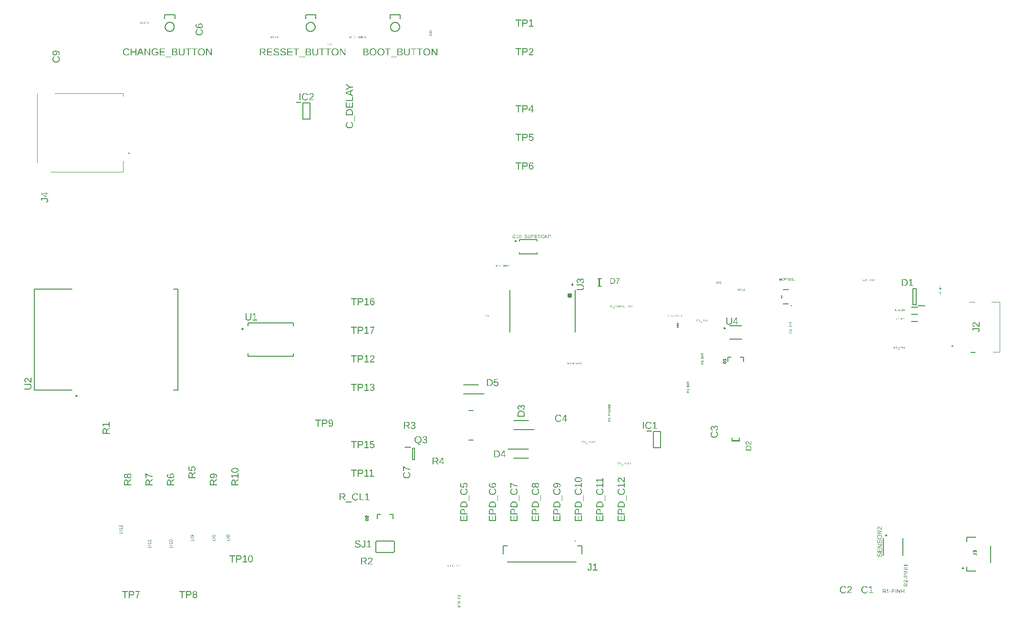
<source format=gbr>
G04 EAGLE Gerber RS-274X export*
G75*
%MOMM*%
%FSLAX34Y34*%
%LPD*%
%INSilkscreen Top*%
%IPPOS*%
%AMOC8*
5,1,8,0,0,1.08239X$1,22.5*%
G01*
G04 Define Apertures*
%ADD10C,0.200000*%
%ADD11C,0.100000*%
%ADD12C,0.127000*%
%ADD13C,0.203200*%
%ADD14C,0.150000*%
%ADD15C,0.250000*%
%ADD16C,0.152400*%
%ADD17R,0.300000X0.150000*%
%ADD18R,0.300000X0.300000*%
%ADD19C,0.254000*%
%ADD20C,0.400000*%
G36*
X1490508Y624650D02*
X1488928Y624650D01*
X1488928Y628541D01*
X1490342Y628541D01*
X1490663Y628527D01*
X1490941Y628482D01*
X1491177Y628409D01*
X1491369Y628305D01*
X1491519Y628172D01*
X1491626Y628010D01*
X1491690Y627818D01*
X1491712Y627597D01*
X1491700Y627431D01*
X1491663Y627279D01*
X1491603Y627141D01*
X1491518Y627017D01*
X1491436Y626933D01*
X1491412Y626909D01*
X1491285Y626821D01*
X1491138Y626752D01*
X1490972Y626702D01*
X1491190Y626662D01*
X1491382Y626597D01*
X1491548Y626507D01*
X1491653Y626419D01*
X1491687Y626391D01*
X1491797Y626255D01*
X1491875Y626102D01*
X1491923Y625933D01*
X1491938Y625746D01*
X1491915Y625501D01*
X1491844Y625285D01*
X1491725Y625097D01*
X1491560Y624939D01*
X1491352Y624812D01*
X1491108Y624722D01*
X1490826Y624668D01*
X1490508Y624650D01*
G37*
%LPC*%
G36*
X1490480Y625073D02*
X1490705Y625084D01*
X1490898Y625117D01*
X1491057Y625174D01*
X1491184Y625252D01*
X1491281Y625353D01*
X1491350Y625476D01*
X1491391Y625621D01*
X1491405Y625788D01*
X1491390Y625949D01*
X1491345Y626089D01*
X1491269Y626207D01*
X1491164Y626304D01*
X1491028Y626379D01*
X1490861Y626433D01*
X1490665Y626465D01*
X1490439Y626476D01*
X1489455Y626476D01*
X1489455Y625073D01*
X1490480Y625073D01*
G37*
G36*
X1490342Y626887D02*
X1490540Y626897D01*
X1490711Y626927D01*
X1490855Y626976D01*
X1490973Y627046D01*
X1491064Y627136D01*
X1491129Y627247D01*
X1491168Y627380D01*
X1491182Y627533D01*
X1491168Y627680D01*
X1491128Y627803D01*
X1491060Y627905D01*
X1490966Y627984D01*
X1490846Y628043D01*
X1490702Y628085D01*
X1490534Y628110D01*
X1490342Y628119D01*
X1489455Y628119D01*
X1489455Y626887D01*
X1490342Y626887D01*
G37*
%LPD*%
G36*
X1476741Y624650D02*
X1476271Y624650D01*
X1476271Y625531D01*
X1474437Y625531D01*
X1474437Y625918D01*
X1476219Y628541D01*
X1476741Y628541D01*
X1476741Y625923D01*
X1477288Y625923D01*
X1477288Y625531D01*
X1476741Y625531D01*
X1476741Y624650D01*
G37*
%LPC*%
G36*
X1476271Y625923D02*
X1476271Y627981D01*
X1476194Y627834D01*
X1476086Y627652D01*
X1475089Y626183D01*
X1474940Y625978D01*
X1474896Y625923D01*
X1476271Y625923D01*
G37*
%LPD*%
G36*
X1486588Y624595D02*
X1486251Y624610D01*
X1485952Y624657D01*
X1485690Y624734D01*
X1485465Y624842D01*
X1485277Y624981D01*
X1485127Y625151D01*
X1485015Y625352D01*
X1484939Y625584D01*
X1485450Y625686D01*
X1485507Y625522D01*
X1485589Y625382D01*
X1485695Y625264D01*
X1485826Y625171D01*
X1485983Y625099D01*
X1486165Y625047D01*
X1486373Y625017D01*
X1486608Y625006D01*
X1486849Y625017D01*
X1487060Y625050D01*
X1487243Y625105D01*
X1487396Y625182D01*
X1487518Y625280D01*
X1487604Y625398D01*
X1487656Y625537D01*
X1487674Y625697D01*
X1487652Y625869D01*
X1487587Y626006D01*
X1487482Y626114D01*
X1487342Y626202D01*
X1487170Y626273D01*
X1486967Y626332D01*
X1486483Y626445D01*
X1486078Y626547D01*
X1485783Y626650D01*
X1485570Y626758D01*
X1485406Y626877D01*
X1485284Y627014D01*
X1485195Y627172D01*
X1485140Y627352D01*
X1485122Y627558D01*
X1485146Y627794D01*
X1485217Y628001D01*
X1485337Y628179D01*
X1485504Y628329D01*
X1485716Y628447D01*
X1485969Y628532D01*
X1486264Y628583D01*
X1486599Y628599D01*
X1486911Y628587D01*
X1487184Y628549D01*
X1487418Y628485D01*
X1487613Y628396D01*
X1487775Y628277D01*
X1487911Y628122D01*
X1488021Y627931D01*
X1488105Y627705D01*
X1487585Y627613D01*
X1487533Y627758D01*
X1487461Y627880D01*
X1487370Y627982D01*
X1487259Y628062D01*
X1487128Y628123D01*
X1486973Y628167D01*
X1486795Y628193D01*
X1486594Y628202D01*
X1486374Y628192D01*
X1486182Y628163D01*
X1486018Y628115D01*
X1485881Y628047D01*
X1485774Y627960D01*
X1485697Y627854D01*
X1485651Y627730D01*
X1485635Y627586D01*
X1485659Y627422D01*
X1485731Y627289D01*
X1485847Y627181D01*
X1486006Y627090D01*
X1486274Y626999D01*
X1486721Y626890D01*
X1487079Y626806D01*
X1487420Y626703D01*
X1487725Y626564D01*
X1487858Y626475D01*
X1487972Y626368D01*
X1488066Y626242D01*
X1488136Y626094D01*
X1488181Y625923D01*
X1488196Y625724D01*
X1488189Y625594D01*
X1488169Y625470D01*
X1488090Y625247D01*
X1487959Y625053D01*
X1487775Y624890D01*
X1487542Y624761D01*
X1487267Y624669D01*
X1486949Y624613D01*
X1486588Y624595D01*
G37*
G36*
X1482639Y624595D02*
X1482408Y624606D01*
X1482192Y624638D01*
X1481991Y624693D01*
X1481805Y624769D01*
X1481637Y624866D01*
X1481489Y624982D01*
X1481361Y625118D01*
X1481253Y625274D01*
X1481167Y625448D01*
X1481106Y625637D01*
X1481069Y625843D01*
X1481056Y626064D01*
X1481056Y628541D01*
X1481584Y628541D01*
X1481584Y626108D01*
X1481601Y625858D01*
X1481652Y625639D01*
X1481736Y625453D01*
X1481855Y625299D01*
X1482005Y625178D01*
X1482185Y625092D01*
X1482396Y625040D01*
X1482636Y625023D01*
X1482884Y625041D01*
X1483103Y625094D01*
X1483292Y625184D01*
X1483452Y625309D01*
X1483580Y625468D01*
X1483671Y625660D01*
X1483726Y625886D01*
X1483744Y626144D01*
X1483744Y628541D01*
X1484269Y628541D01*
X1484269Y626114D01*
X1484256Y625886D01*
X1484218Y625674D01*
X1484156Y625478D01*
X1484068Y625299D01*
X1483958Y625138D01*
X1483827Y624997D01*
X1483675Y624876D01*
X1483502Y624776D01*
X1483311Y624697D01*
X1483103Y624640D01*
X1482879Y624606D01*
X1482639Y624595D01*
G37*
G36*
X1472430Y624595D02*
X1472146Y624610D01*
X1471881Y624656D01*
X1471637Y624732D01*
X1471412Y624839D01*
X1471210Y624975D01*
X1471034Y625136D01*
X1470883Y625324D01*
X1470757Y625538D01*
X1470659Y625776D01*
X1470589Y626034D01*
X1470546Y626313D01*
X1470532Y626614D01*
X1470540Y626840D01*
X1470564Y627054D01*
X1470603Y627255D01*
X1470658Y627444D01*
X1470729Y627620D01*
X1470815Y627783D01*
X1470917Y627934D01*
X1471035Y628072D01*
X1471167Y628196D01*
X1471311Y628303D01*
X1471466Y628393D01*
X1471634Y628468D01*
X1471814Y628525D01*
X1472006Y628566D01*
X1472211Y628591D01*
X1472427Y628599D01*
X1472725Y628584D01*
X1472997Y628539D01*
X1473244Y628463D01*
X1473465Y628356D01*
X1473660Y628220D01*
X1473827Y628055D01*
X1473967Y627860D01*
X1474079Y627636D01*
X1473579Y627470D01*
X1473501Y627630D01*
X1473402Y627769D01*
X1473283Y627889D01*
X1473144Y627989D01*
X1472987Y628068D01*
X1472816Y628124D01*
X1472631Y628157D01*
X1472433Y628169D01*
X1472275Y628162D01*
X1472127Y628143D01*
X1471988Y628110D01*
X1471858Y628065D01*
X1471625Y627935D01*
X1471427Y627753D01*
X1471270Y627526D01*
X1471158Y627260D01*
X1471091Y626956D01*
X1471068Y626614D01*
X1471092Y626274D01*
X1471162Y625968D01*
X1471279Y625698D01*
X1471442Y625463D01*
X1471646Y625273D01*
X1471883Y625137D01*
X1472013Y625090D01*
X1472152Y625056D01*
X1472299Y625035D01*
X1472455Y625028D01*
X1472653Y625041D01*
X1472838Y625079D01*
X1473011Y625142D01*
X1473171Y625231D01*
X1473318Y625344D01*
X1473452Y625484D01*
X1473574Y625648D01*
X1473684Y625838D01*
X1474114Y625622D01*
X1473982Y625386D01*
X1473826Y625180D01*
X1473645Y625003D01*
X1473439Y624857D01*
X1473213Y624742D01*
X1472969Y624660D01*
X1472708Y624611D01*
X1472430Y624595D01*
G37*
G36*
X1480673Y623526D02*
X1477378Y623526D01*
X1477378Y623885D01*
X1480673Y623885D01*
X1480673Y623526D01*
G37*
G36*
X1609550Y613478D02*
X1606648Y613478D01*
X1606648Y614532D01*
X1606659Y614772D01*
X1606692Y614979D01*
X1606747Y615155D01*
X1606824Y615299D01*
X1606923Y615410D01*
X1607044Y615490D01*
X1607187Y615538D01*
X1607352Y615554D01*
X1607476Y615545D01*
X1607589Y615518D01*
X1607692Y615473D01*
X1607785Y615410D01*
X1607847Y615348D01*
X1607865Y615330D01*
X1607931Y615236D01*
X1607982Y615126D01*
X1608019Y615002D01*
X1608049Y615165D01*
X1608098Y615308D01*
X1608165Y615432D01*
X1608230Y615511D01*
X1608251Y615536D01*
X1608353Y615618D01*
X1608467Y615676D01*
X1608593Y615711D01*
X1608732Y615723D01*
X1608915Y615705D01*
X1609077Y615653D01*
X1609216Y615564D01*
X1609335Y615441D01*
X1609429Y615286D01*
X1609496Y615104D01*
X1609537Y614894D01*
X1609550Y614656D01*
X1609550Y613478D01*
G37*
%LPC*%
G36*
X1609235Y613871D02*
X1609235Y614635D01*
X1609226Y614803D01*
X1609201Y614947D01*
X1609160Y615066D01*
X1609101Y615161D01*
X1609026Y615233D01*
X1608934Y615284D01*
X1608826Y615315D01*
X1608701Y615325D01*
X1608581Y615314D01*
X1608477Y615280D01*
X1608389Y615224D01*
X1608317Y615145D01*
X1608261Y615044D01*
X1608220Y614920D01*
X1608196Y614773D01*
X1608188Y614605D01*
X1608188Y613871D01*
X1609235Y613871D01*
G37*
G36*
X1607881Y613871D02*
X1607881Y614532D01*
X1607874Y614680D01*
X1607852Y614808D01*
X1607815Y614915D01*
X1607763Y615003D01*
X1607696Y615071D01*
X1607613Y615120D01*
X1607514Y615149D01*
X1607399Y615159D01*
X1607290Y615149D01*
X1607198Y615118D01*
X1607123Y615068D01*
X1607064Y614998D01*
X1607020Y614909D01*
X1606988Y614801D01*
X1606969Y614676D01*
X1606963Y614532D01*
X1606963Y613871D01*
X1607881Y613871D01*
G37*
%LPD*%
G36*
X1608854Y610511D02*
X1608778Y610892D01*
X1608900Y610934D01*
X1609004Y610995D01*
X1609092Y611074D01*
X1609162Y611172D01*
X1609215Y611289D01*
X1609254Y611425D01*
X1609277Y611580D01*
X1609284Y611755D01*
X1609276Y611935D01*
X1609252Y612093D01*
X1609211Y612229D01*
X1609153Y612343D01*
X1609080Y612434D01*
X1608992Y612498D01*
X1608888Y612537D01*
X1608769Y612550D01*
X1608641Y612534D01*
X1608539Y612485D01*
X1608458Y612407D01*
X1608392Y612303D01*
X1608339Y612174D01*
X1608296Y612023D01*
X1608211Y611662D01*
X1608135Y611360D01*
X1608059Y611140D01*
X1607978Y610981D01*
X1607889Y610859D01*
X1607787Y610768D01*
X1607669Y610701D01*
X1607534Y610660D01*
X1607381Y610647D01*
X1607205Y610665D01*
X1607051Y610718D01*
X1606918Y610807D01*
X1606806Y610932D01*
X1606718Y611090D01*
X1606655Y611279D01*
X1606617Y611498D01*
X1606604Y611749D01*
X1606614Y611981D01*
X1606642Y612185D01*
X1606689Y612359D01*
X1606756Y612505D01*
X1606845Y612626D01*
X1606960Y612727D01*
X1607103Y612809D01*
X1607272Y612871D01*
X1607340Y612484D01*
X1607232Y612445D01*
X1607141Y612391D01*
X1607065Y612323D01*
X1607005Y612241D01*
X1606959Y612143D01*
X1606927Y612027D01*
X1606907Y611895D01*
X1606901Y611745D01*
X1606908Y611581D01*
X1606930Y611438D01*
X1606966Y611315D01*
X1607016Y611213D01*
X1607081Y611133D01*
X1607160Y611076D01*
X1607253Y611041D01*
X1607360Y611030D01*
X1607483Y611048D01*
X1607582Y611101D01*
X1607663Y611188D01*
X1607730Y611306D01*
X1607798Y611506D01*
X1607879Y611839D01*
X1607942Y612106D01*
X1608018Y612361D01*
X1608122Y612588D01*
X1608189Y612687D01*
X1608269Y612773D01*
X1608363Y612842D01*
X1608473Y612895D01*
X1608600Y612928D01*
X1608749Y612939D01*
X1608938Y612920D01*
X1609105Y612861D01*
X1609249Y612763D01*
X1609371Y612625D01*
X1609467Y612452D01*
X1609536Y612247D01*
X1609577Y612010D01*
X1609591Y611741D01*
X1609580Y611489D01*
X1609545Y611266D01*
X1609488Y611070D01*
X1609407Y610903D01*
X1609303Y610763D01*
X1609176Y610651D01*
X1609027Y610567D01*
X1608854Y610511D01*
G37*
G36*
X1608495Y607582D02*
X1606648Y607582D01*
X1606648Y607976D01*
X1608462Y607976D01*
X1608649Y607988D01*
X1608812Y608026D01*
X1608951Y608089D01*
X1609066Y608177D01*
X1609156Y608290D01*
X1609220Y608424D01*
X1609259Y608581D01*
X1609272Y608760D01*
X1609259Y608945D01*
X1609219Y609108D01*
X1609152Y609250D01*
X1609059Y609369D01*
X1608940Y609464D01*
X1608796Y609532D01*
X1608628Y609573D01*
X1608436Y609586D01*
X1606648Y609586D01*
X1606648Y609978D01*
X1608458Y609978D01*
X1608628Y609968D01*
X1608786Y609940D01*
X1608932Y609894D01*
X1609066Y609828D01*
X1609186Y609746D01*
X1609291Y609648D01*
X1609381Y609535D01*
X1609456Y609406D01*
X1609515Y609264D01*
X1609557Y609109D01*
X1609583Y608942D01*
X1609591Y608762D01*
X1609583Y608590D01*
X1609559Y608429D01*
X1609518Y608279D01*
X1609461Y608140D01*
X1609389Y608015D01*
X1609302Y607905D01*
X1609201Y607809D01*
X1609084Y607728D01*
X1608955Y607664D01*
X1608814Y607619D01*
X1608660Y607591D01*
X1608495Y607582D01*
G37*
G36*
X1608085Y599752D02*
X1607757Y599776D01*
X1607466Y599846D01*
X1607213Y599963D01*
X1606998Y600127D01*
X1606826Y600333D01*
X1606703Y600574D01*
X1606629Y600852D01*
X1606610Y601004D01*
X1606604Y601165D01*
X1606616Y601387D01*
X1606650Y601591D01*
X1606706Y601775D01*
X1606786Y601940D01*
X1606887Y602085D01*
X1607011Y602210D01*
X1607156Y602314D01*
X1607323Y602397D01*
X1607447Y602024D01*
X1607328Y601966D01*
X1607223Y601893D01*
X1607134Y601804D01*
X1607060Y601700D01*
X1607001Y601583D01*
X1606959Y601455D01*
X1606934Y601318D01*
X1606926Y601169D01*
X1606945Y600942D01*
X1607003Y600741D01*
X1607100Y600567D01*
X1607236Y600420D01*
X1607405Y600302D01*
X1607603Y600219D01*
X1607830Y600169D01*
X1608085Y600152D01*
X1608339Y600169D01*
X1608567Y600222D01*
X1608768Y600309D01*
X1608943Y600431D01*
X1609085Y600583D01*
X1609187Y600759D01*
X1609248Y600960D01*
X1609268Y601186D01*
X1609258Y601334D01*
X1609230Y601472D01*
X1609183Y601601D01*
X1609117Y601720D01*
X1609032Y601830D01*
X1608928Y601930D01*
X1608806Y602021D01*
X1608664Y602103D01*
X1608825Y602424D01*
X1609001Y602325D01*
X1609155Y602208D01*
X1609286Y602073D01*
X1609396Y601920D01*
X1609481Y601752D01*
X1609542Y601570D01*
X1609579Y601375D01*
X1609591Y601167D01*
X1609580Y600955D01*
X1609546Y600758D01*
X1609489Y600576D01*
X1609409Y600408D01*
X1609308Y600258D01*
X1609187Y600126D01*
X1609047Y600013D01*
X1608888Y599920D01*
X1608711Y599847D01*
X1608518Y599794D01*
X1608309Y599763D01*
X1608085Y599752D01*
G37*
G36*
X1608901Y602738D02*
X1608858Y603113D01*
X1608959Y603148D01*
X1609046Y603195D01*
X1609120Y603253D01*
X1609181Y603323D01*
X1609228Y603404D01*
X1609262Y603497D01*
X1609282Y603601D01*
X1609288Y603717D01*
X1609277Y603858D01*
X1609243Y603983D01*
X1609187Y604092D01*
X1609108Y604184D01*
X1609010Y604258D01*
X1608894Y604311D01*
X1608762Y604343D01*
X1608613Y604353D01*
X1608482Y604342D01*
X1608365Y604311D01*
X1608261Y604257D01*
X1608170Y604183D01*
X1608096Y604091D01*
X1608043Y603984D01*
X1608012Y603862D01*
X1608001Y603725D01*
X1608013Y603580D01*
X1608048Y603445D01*
X1608112Y603315D01*
X1608209Y603185D01*
X1608209Y602823D01*
X1606648Y602919D01*
X1606648Y604569D01*
X1606963Y604569D01*
X1606963Y603257D01*
X1607884Y603202D01*
X1607802Y603329D01*
X1607744Y603472D01*
X1607710Y603629D01*
X1607698Y603801D01*
X1607714Y604004D01*
X1607761Y604186D01*
X1607840Y604346D01*
X1607949Y604484D01*
X1608085Y604595D01*
X1608239Y604675D01*
X1608412Y604722D01*
X1608605Y604738D01*
X1608822Y604721D01*
X1609015Y604670D01*
X1609183Y604585D01*
X1609328Y604465D01*
X1609443Y604316D01*
X1609525Y604140D01*
X1609575Y603937D01*
X1609591Y603708D01*
X1609580Y603515D01*
X1609547Y603342D01*
X1609492Y603188D01*
X1609414Y603053D01*
X1609316Y602940D01*
X1609197Y602850D01*
X1609059Y602782D01*
X1608901Y602738D01*
G37*
G36*
X1610388Y604849D02*
X1610121Y604849D01*
X1610121Y607307D01*
X1610388Y607307D01*
X1610388Y604849D01*
G37*
G36*
X1544023Y615950D02*
X1539407Y615950D01*
X1539407Y628291D01*
X1543488Y628291D01*
X1543875Y628285D01*
X1544250Y628266D01*
X1544614Y628236D01*
X1544967Y628193D01*
X1545308Y628137D01*
X1545639Y628070D01*
X1545958Y627990D01*
X1546266Y627898D01*
X1546563Y627793D01*
X1546848Y627677D01*
X1547123Y627548D01*
X1547386Y627406D01*
X1547638Y627253D01*
X1547879Y627087D01*
X1548109Y626909D01*
X1548327Y626719D01*
X1548534Y626517D01*
X1548727Y626305D01*
X1548906Y626082D01*
X1549073Y625850D01*
X1549226Y625606D01*
X1549366Y625353D01*
X1549492Y625089D01*
X1549605Y624815D01*
X1549705Y624530D01*
X1549791Y624235D01*
X1549865Y623930D01*
X1549924Y623614D01*
X1549971Y623288D01*
X1550004Y622951D01*
X1550024Y622605D01*
X1550031Y622247D01*
X1550019Y621778D01*
X1549984Y621323D01*
X1549926Y620882D01*
X1549845Y620457D01*
X1549740Y620047D01*
X1549612Y619652D01*
X1549461Y619271D01*
X1549286Y618906D01*
X1549091Y618558D01*
X1548875Y618232D01*
X1548641Y617926D01*
X1548387Y617641D01*
X1548113Y617378D01*
X1547820Y617135D01*
X1547508Y616913D01*
X1547176Y616712D01*
X1546828Y616533D01*
X1546466Y616379D01*
X1546092Y616248D01*
X1545704Y616140D01*
X1545304Y616057D01*
X1544890Y615998D01*
X1544463Y615962D01*
X1544023Y615950D01*
G37*
%LPC*%
G36*
X1543830Y617290D02*
X1544164Y617299D01*
X1544488Y617327D01*
X1544802Y617374D01*
X1545105Y617439D01*
X1545399Y617523D01*
X1545682Y617625D01*
X1545954Y617746D01*
X1546217Y617886D01*
X1546466Y618043D01*
X1546701Y618216D01*
X1546921Y618406D01*
X1547126Y618613D01*
X1547317Y618835D01*
X1547492Y619075D01*
X1547652Y619330D01*
X1547798Y619602D01*
X1547927Y619889D01*
X1548039Y620188D01*
X1548134Y620500D01*
X1548211Y620824D01*
X1548272Y621161D01*
X1548315Y621511D01*
X1548341Y621873D01*
X1548349Y622247D01*
X1548330Y622804D01*
X1548271Y623327D01*
X1548173Y623815D01*
X1548035Y624270D01*
X1547858Y624690D01*
X1547642Y625076D01*
X1547387Y625428D01*
X1547092Y625746D01*
X1546761Y626029D01*
X1546394Y626273D01*
X1545992Y626480D01*
X1545554Y626650D01*
X1545082Y626781D01*
X1544574Y626875D01*
X1544031Y626932D01*
X1543453Y626951D01*
X1541080Y626951D01*
X1541080Y617290D01*
X1543830Y617290D01*
G37*
%LPD*%
G36*
X1559973Y615950D02*
X1552239Y615950D01*
X1552239Y617290D01*
X1555384Y617290D01*
X1555384Y626784D01*
X1552598Y624796D01*
X1552598Y626285D01*
X1555515Y628291D01*
X1556969Y628291D01*
X1556969Y617290D01*
X1559973Y617290D01*
X1559973Y615950D01*
G37*
G36*
X1677390Y543399D02*
X1676278Y543399D01*
X1675780Y543634D01*
X1675313Y543895D01*
X1674876Y544180D01*
X1674469Y544489D01*
X1674086Y544815D01*
X1673722Y545149D01*
X1673377Y545492D01*
X1673050Y545842D01*
X1672438Y546549D01*
X1671872Y547248D01*
X1671329Y547910D01*
X1670786Y548505D01*
X1670511Y548772D01*
X1670230Y549012D01*
X1669942Y549225D01*
X1669647Y549411D01*
X1669340Y549563D01*
X1669012Y549671D01*
X1668665Y549736D01*
X1668299Y549757D01*
X1668052Y549748D01*
X1667819Y549720D01*
X1667601Y549674D01*
X1667397Y549609D01*
X1667207Y549525D01*
X1667031Y549422D01*
X1666869Y549301D01*
X1666722Y549162D01*
X1666591Y549006D01*
X1666477Y548835D01*
X1666381Y548650D01*
X1666302Y548450D01*
X1666240Y548236D01*
X1666197Y548007D01*
X1666170Y547764D01*
X1666162Y547506D01*
X1666170Y547260D01*
X1666196Y547025D01*
X1666239Y546801D01*
X1666298Y546588D01*
X1666375Y546386D01*
X1666469Y546195D01*
X1666581Y546015D01*
X1666709Y545847D01*
X1666853Y545692D01*
X1667010Y545554D01*
X1667182Y545433D01*
X1667367Y545329D01*
X1667566Y545242D01*
X1667779Y545171D01*
X1668006Y545117D01*
X1668246Y545080D01*
X1668097Y543469D01*
X1667737Y543527D01*
X1667395Y543613D01*
X1667072Y543728D01*
X1666768Y543871D01*
X1666483Y544042D01*
X1666217Y544241D01*
X1665970Y544469D01*
X1665741Y544726D01*
X1665536Y545006D01*
X1665358Y545305D01*
X1665207Y545624D01*
X1665084Y545962D01*
X1664988Y546319D01*
X1664920Y546695D01*
X1664879Y547091D01*
X1664865Y547506D01*
X1664879Y547959D01*
X1664920Y548385D01*
X1664989Y548784D01*
X1665085Y549156D01*
X1665209Y549501D01*
X1665360Y549820D01*
X1665539Y550111D01*
X1665746Y550375D01*
X1665977Y550610D01*
X1666232Y550814D01*
X1666510Y550986D01*
X1666811Y551127D01*
X1667135Y551237D01*
X1667482Y551315D01*
X1667853Y551362D01*
X1668246Y551378D01*
X1668605Y551357D01*
X1668962Y551296D01*
X1669318Y551193D01*
X1669674Y551049D01*
X1670028Y550865D01*
X1670383Y550641D01*
X1670738Y550377D01*
X1671093Y550073D01*
X1671496Y549675D01*
X1671997Y549129D01*
X1672595Y548435D01*
X1673291Y547594D01*
X1673693Y547116D01*
X1674074Y546690D01*
X1674435Y546315D01*
X1674776Y545991D01*
X1675103Y545714D01*
X1675425Y545479D01*
X1675740Y545285D01*
X1676050Y545133D01*
X1676050Y551570D01*
X1677390Y551570D01*
X1677390Y543399D01*
G37*
G36*
X1674325Y533808D02*
X1674053Y535446D01*
X1674300Y535492D01*
X1674533Y535549D01*
X1674752Y535620D01*
X1674957Y535702D01*
X1675149Y535797D01*
X1675326Y535904D01*
X1675489Y536024D01*
X1675638Y536155D01*
X1675772Y536298D01*
X1675887Y536449D01*
X1675985Y536609D01*
X1676065Y536777D01*
X1676128Y536955D01*
X1676172Y537141D01*
X1676199Y537336D01*
X1676208Y537539D01*
X1676198Y537761D01*
X1676168Y537971D01*
X1676120Y538168D01*
X1676051Y538354D01*
X1675963Y538527D01*
X1675855Y538689D01*
X1675728Y538838D01*
X1675581Y538976D01*
X1675416Y539099D01*
X1675232Y539206D01*
X1675030Y539296D01*
X1674810Y539370D01*
X1674571Y539427D01*
X1674314Y539468D01*
X1674040Y539493D01*
X1673746Y539501D01*
X1666416Y539501D01*
X1666416Y537128D01*
X1665049Y537128D01*
X1665049Y541165D01*
X1673711Y541165D01*
X1674148Y541150D01*
X1674561Y541105D01*
X1674950Y541029D01*
X1675315Y540922D01*
X1675656Y540786D01*
X1675974Y540618D01*
X1676267Y540421D01*
X1676536Y540193D01*
X1676777Y539939D01*
X1676986Y539662D01*
X1677163Y539363D01*
X1677308Y539041D01*
X1677420Y538697D01*
X1677501Y538331D01*
X1677549Y537942D01*
X1677565Y537530D01*
X1677553Y537149D01*
X1677515Y536786D01*
X1677451Y536444D01*
X1677363Y536122D01*
X1677249Y535820D01*
X1677109Y535537D01*
X1676945Y535275D01*
X1676755Y535032D01*
X1676540Y534809D01*
X1676299Y534607D01*
X1676033Y534424D01*
X1675742Y534261D01*
X1675426Y534118D01*
X1675084Y533995D01*
X1674717Y533891D01*
X1674325Y533808D01*
G37*
G36*
X1543145Y555790D02*
X1541967Y555790D01*
X1541967Y558692D01*
X1543022Y558692D01*
X1543261Y558681D01*
X1543469Y558648D01*
X1543644Y558593D01*
X1543788Y558516D01*
X1543900Y558417D01*
X1543980Y558296D01*
X1544027Y558153D01*
X1544043Y557988D01*
X1544034Y557864D01*
X1544007Y557751D01*
X1543962Y557648D01*
X1543899Y557555D01*
X1543837Y557493D01*
X1543820Y557475D01*
X1543725Y557409D01*
X1543616Y557358D01*
X1543491Y557321D01*
X1543654Y557291D01*
X1543798Y557242D01*
X1543921Y557175D01*
X1544000Y557110D01*
X1544025Y557089D01*
X1544107Y556987D01*
X1544165Y556873D01*
X1544201Y556747D01*
X1544212Y556608D01*
X1544195Y556425D01*
X1544142Y556264D01*
X1544054Y556124D01*
X1543930Y556005D01*
X1543775Y555911D01*
X1543593Y555844D01*
X1543383Y555803D01*
X1543145Y555790D01*
G37*
%LPC*%
G36*
X1543125Y556105D02*
X1543293Y556114D01*
X1543436Y556139D01*
X1543555Y556180D01*
X1543650Y556239D01*
X1543722Y556314D01*
X1543774Y556406D01*
X1543804Y556514D01*
X1543815Y556639D01*
X1543803Y556759D01*
X1543770Y556863D01*
X1543713Y556951D01*
X1543634Y557023D01*
X1543533Y557079D01*
X1543409Y557120D01*
X1543263Y557144D01*
X1543094Y557152D01*
X1542360Y557152D01*
X1542360Y556105D01*
X1543125Y556105D01*
G37*
G36*
X1543022Y557459D02*
X1543169Y557466D01*
X1543297Y557488D01*
X1543405Y557525D01*
X1543492Y557577D01*
X1543560Y557644D01*
X1543609Y557727D01*
X1543638Y557826D01*
X1543648Y557941D01*
X1543638Y558050D01*
X1543608Y558142D01*
X1543558Y558218D01*
X1543487Y558276D01*
X1543398Y558321D01*
X1543290Y558352D01*
X1543165Y558371D01*
X1543022Y558377D01*
X1542360Y558377D01*
X1542360Y557459D01*
X1543022Y557459D01*
G37*
%LPD*%
G36*
X1529704Y555790D02*
X1529311Y555790D01*
X1529311Y558692D01*
X1530676Y558692D01*
X1530908Y558679D01*
X1531111Y558638D01*
X1531286Y558569D01*
X1531433Y558473D01*
X1531550Y558353D01*
X1531634Y558211D01*
X1531684Y558047D01*
X1531700Y557862D01*
X1531688Y557707D01*
X1531653Y557565D01*
X1531594Y557435D01*
X1531512Y557318D01*
X1531409Y557218D01*
X1531324Y557163D01*
X1531287Y557139D01*
X1531149Y557079D01*
X1530992Y557040D01*
X1531342Y556508D01*
X1531816Y555790D01*
X1531362Y555790D01*
X1530608Y556995D01*
X1529704Y556995D01*
X1529704Y555790D01*
G37*
%LPC*%
G36*
X1530654Y557306D02*
X1530801Y557315D01*
X1530930Y557342D01*
X1531041Y557388D01*
X1531135Y557451D01*
X1531209Y557531D01*
X1531262Y557626D01*
X1531294Y557735D01*
X1531305Y557858D01*
X1531294Y557977D01*
X1531262Y558081D01*
X1531208Y558170D01*
X1531133Y558244D01*
X1531037Y558303D01*
X1530923Y558344D01*
X1530790Y558369D01*
X1530637Y558377D01*
X1529704Y558377D01*
X1529704Y557306D01*
X1530654Y557306D01*
G37*
%LPD*%
G36*
X1540230Y555749D02*
X1539978Y555760D01*
X1539755Y555795D01*
X1539560Y555853D01*
X1539392Y555933D01*
X1539252Y556037D01*
X1539140Y556164D01*
X1539056Y556313D01*
X1539000Y556486D01*
X1539381Y556562D01*
X1539423Y556440D01*
X1539484Y556336D01*
X1539563Y556248D01*
X1539661Y556178D01*
X1539778Y556125D01*
X1539914Y556086D01*
X1540069Y556063D01*
X1540244Y556056D01*
X1540424Y556064D01*
X1540582Y556088D01*
X1540718Y556129D01*
X1540832Y556187D01*
X1540923Y556260D01*
X1540988Y556348D01*
X1541026Y556452D01*
X1541039Y556571D01*
X1541023Y556699D01*
X1540974Y556801D01*
X1540896Y556882D01*
X1540792Y556948D01*
X1540663Y557001D01*
X1540512Y557045D01*
X1540151Y557129D01*
X1539849Y557205D01*
X1539629Y557281D01*
X1539470Y557362D01*
X1539348Y557451D01*
X1539257Y557553D01*
X1539191Y557671D01*
X1539150Y557806D01*
X1539136Y557959D01*
X1539154Y558135D01*
X1539207Y558289D01*
X1539296Y558422D01*
X1539421Y558534D01*
X1539579Y558622D01*
X1539768Y558685D01*
X1539988Y558723D01*
X1540238Y558736D01*
X1540471Y558726D01*
X1540674Y558698D01*
X1540849Y558651D01*
X1540994Y558584D01*
X1541115Y558495D01*
X1541216Y558380D01*
X1541298Y558237D01*
X1541361Y558068D01*
X1540973Y558000D01*
X1540934Y558108D01*
X1540881Y558199D01*
X1540813Y558275D01*
X1540730Y558335D01*
X1540632Y558381D01*
X1540517Y558413D01*
X1540384Y558433D01*
X1540234Y558439D01*
X1540070Y558432D01*
X1539927Y558410D01*
X1539804Y558374D01*
X1539702Y558324D01*
X1539622Y558259D01*
X1539565Y558180D01*
X1539531Y558087D01*
X1539519Y557980D01*
X1539537Y557857D01*
X1539590Y557758D01*
X1539677Y557677D01*
X1539795Y557610D01*
X1539995Y557542D01*
X1540329Y557461D01*
X1540595Y557398D01*
X1540850Y557322D01*
X1541077Y557218D01*
X1541177Y557151D01*
X1541262Y557071D01*
X1541332Y556977D01*
X1541384Y556867D01*
X1541418Y556740D01*
X1541429Y556591D01*
X1541409Y556402D01*
X1541350Y556235D01*
X1541252Y556091D01*
X1541115Y555969D01*
X1540941Y555873D01*
X1540736Y555804D01*
X1540499Y555763D01*
X1540230Y555749D01*
G37*
G36*
X1537252Y555749D02*
X1537079Y555757D01*
X1536918Y555781D01*
X1536768Y555822D01*
X1536630Y555879D01*
X1536504Y555951D01*
X1536394Y556038D01*
X1536298Y556139D01*
X1536218Y556256D01*
X1536154Y556385D01*
X1536108Y556526D01*
X1536081Y556680D01*
X1536071Y556845D01*
X1536071Y558692D01*
X1536465Y558692D01*
X1536465Y556878D01*
X1536477Y556691D01*
X1536515Y556528D01*
X1536578Y556389D01*
X1536667Y556274D01*
X1536779Y556184D01*
X1536913Y556120D01*
X1537070Y556081D01*
X1537250Y556068D01*
X1537434Y556081D01*
X1537598Y556121D01*
X1537739Y556188D01*
X1537858Y556281D01*
X1537953Y556400D01*
X1538021Y556544D01*
X1538062Y556712D01*
X1538076Y556904D01*
X1538076Y558692D01*
X1538467Y558692D01*
X1538467Y556882D01*
X1538458Y556712D01*
X1538430Y556554D01*
X1538383Y556408D01*
X1538318Y556274D01*
X1538235Y556154D01*
X1538137Y556049D01*
X1538024Y555959D01*
X1537895Y555884D01*
X1537753Y555825D01*
X1537598Y555783D01*
X1537431Y555757D01*
X1537252Y555749D01*
G37*
G36*
X1534130Y555790D02*
X1532208Y555790D01*
X1532208Y556052D01*
X1532325Y556278D01*
X1532465Y556477D01*
X1532620Y556653D01*
X1532783Y556811D01*
X1533113Y557088D01*
X1533409Y557343D01*
X1533528Y557474D01*
X1533622Y557611D01*
X1533683Y557760D01*
X1533704Y557928D01*
X1533695Y558041D01*
X1533669Y558140D01*
X1533625Y558226D01*
X1533564Y558299D01*
X1533487Y558357D01*
X1533396Y558398D01*
X1533292Y558423D01*
X1533174Y558431D01*
X1533061Y558423D01*
X1532958Y558399D01*
X1532866Y558358D01*
X1532784Y558302D01*
X1532715Y558231D01*
X1532662Y558147D01*
X1532625Y558050D01*
X1532604Y557941D01*
X1532225Y557976D01*
X1532258Y558141D01*
X1532319Y558288D01*
X1532406Y558418D01*
X1532520Y558530D01*
X1532656Y558620D01*
X1532811Y558684D01*
X1532983Y558723D01*
X1533174Y558736D01*
X1533381Y558723D01*
X1533562Y558684D01*
X1533718Y558619D01*
X1533849Y558529D01*
X1533952Y558414D01*
X1534026Y558278D01*
X1534070Y558120D01*
X1534085Y557941D01*
X1534065Y557772D01*
X1534007Y557605D01*
X1533911Y557438D01*
X1533778Y557271D01*
X1533556Y557058D01*
X1533195Y556754D01*
X1532982Y556570D01*
X1532818Y556405D01*
X1532697Y556252D01*
X1532616Y556105D01*
X1534130Y556105D01*
X1534130Y555790D01*
G37*
G36*
X1535557Y556746D02*
X1534527Y556746D01*
X1534527Y557075D01*
X1535557Y557075D01*
X1535557Y556746D01*
G37*
G36*
X1541972Y571510D02*
X1540794Y571510D01*
X1540794Y574412D01*
X1541849Y574412D01*
X1542088Y574401D01*
X1542296Y574368D01*
X1542471Y574313D01*
X1542615Y574236D01*
X1542727Y574137D01*
X1542806Y574016D01*
X1542854Y573873D01*
X1542870Y573708D01*
X1542861Y573584D01*
X1542834Y573471D01*
X1542789Y573368D01*
X1542726Y573275D01*
X1542664Y573213D01*
X1542647Y573195D01*
X1542552Y573129D01*
X1542443Y573078D01*
X1542318Y573041D01*
X1542481Y573011D01*
X1542625Y572962D01*
X1542748Y572895D01*
X1542827Y572830D01*
X1542852Y572809D01*
X1542934Y572707D01*
X1542992Y572593D01*
X1543027Y572467D01*
X1543039Y572328D01*
X1543022Y572145D01*
X1542969Y571984D01*
X1542880Y571844D01*
X1542757Y571725D01*
X1542602Y571631D01*
X1542420Y571564D01*
X1542210Y571523D01*
X1541972Y571510D01*
G37*
%LPC*%
G36*
X1541952Y571825D02*
X1542120Y571834D01*
X1542263Y571859D01*
X1542382Y571900D01*
X1542477Y571959D01*
X1542549Y572034D01*
X1542600Y572126D01*
X1542631Y572234D01*
X1542642Y572359D01*
X1542630Y572479D01*
X1542597Y572583D01*
X1542540Y572671D01*
X1542461Y572743D01*
X1542360Y572799D01*
X1542236Y572840D01*
X1542090Y572864D01*
X1541921Y572872D01*
X1541187Y572872D01*
X1541187Y571825D01*
X1541952Y571825D01*
G37*
G36*
X1541849Y573179D02*
X1541996Y573186D01*
X1542124Y573208D01*
X1542232Y573245D01*
X1542319Y573297D01*
X1542387Y573364D01*
X1542436Y573447D01*
X1542465Y573546D01*
X1542475Y573661D01*
X1542465Y573770D01*
X1542435Y573862D01*
X1542384Y573938D01*
X1542314Y573996D01*
X1542225Y574041D01*
X1542117Y574072D01*
X1541992Y574091D01*
X1541849Y574097D01*
X1541187Y574097D01*
X1541187Y573179D01*
X1541849Y573179D01*
G37*
%LPD*%
G36*
X1528531Y571510D02*
X1528138Y571510D01*
X1528138Y574412D01*
X1529503Y574412D01*
X1529735Y574399D01*
X1529938Y574358D01*
X1530113Y574289D01*
X1530260Y574193D01*
X1530377Y574073D01*
X1530460Y573931D01*
X1530510Y573767D01*
X1530527Y573582D01*
X1530515Y573427D01*
X1530480Y573285D01*
X1530421Y573155D01*
X1530339Y573038D01*
X1530235Y572938D01*
X1530151Y572883D01*
X1530114Y572859D01*
X1529975Y572799D01*
X1529819Y572760D01*
X1530169Y572228D01*
X1530643Y571510D01*
X1530189Y571510D01*
X1529435Y572715D01*
X1528531Y572715D01*
X1528531Y571510D01*
G37*
%LPC*%
G36*
X1529481Y573026D02*
X1529627Y573035D01*
X1529756Y573062D01*
X1529868Y573108D01*
X1529962Y573171D01*
X1530036Y573251D01*
X1530089Y573346D01*
X1530121Y573455D01*
X1530132Y573578D01*
X1530121Y573697D01*
X1530089Y573801D01*
X1530035Y573890D01*
X1529960Y573964D01*
X1529864Y574023D01*
X1529750Y574064D01*
X1529616Y574089D01*
X1529464Y574097D01*
X1528531Y574097D01*
X1528531Y573026D01*
X1529481Y573026D01*
G37*
%LPD*%
G36*
X1539057Y571469D02*
X1538805Y571480D01*
X1538582Y571515D01*
X1538386Y571573D01*
X1538219Y571653D01*
X1538079Y571757D01*
X1537967Y571884D01*
X1537883Y572033D01*
X1537827Y572206D01*
X1538208Y572282D01*
X1538250Y572160D01*
X1538311Y572056D01*
X1538390Y571968D01*
X1538488Y571898D01*
X1538605Y571845D01*
X1538741Y571806D01*
X1538896Y571783D01*
X1539071Y571776D01*
X1539251Y571784D01*
X1539409Y571808D01*
X1539545Y571849D01*
X1539659Y571907D01*
X1539750Y571980D01*
X1539814Y572068D01*
X1539853Y572172D01*
X1539866Y572291D01*
X1539850Y572419D01*
X1539801Y572521D01*
X1539723Y572602D01*
X1539619Y572668D01*
X1539490Y572721D01*
X1539339Y572765D01*
X1538978Y572849D01*
X1538676Y572925D01*
X1538456Y573001D01*
X1538297Y573082D01*
X1538175Y573171D01*
X1538084Y573273D01*
X1538017Y573391D01*
X1537976Y573526D01*
X1537963Y573679D01*
X1537981Y573855D01*
X1538034Y574009D01*
X1538123Y574142D01*
X1538248Y574254D01*
X1538406Y574342D01*
X1538595Y574405D01*
X1538815Y574443D01*
X1539065Y574456D01*
X1539298Y574446D01*
X1539501Y574418D01*
X1539676Y574371D01*
X1539821Y574304D01*
X1539942Y574215D01*
X1540043Y574100D01*
X1540125Y573957D01*
X1540188Y573788D01*
X1539800Y573720D01*
X1539761Y573828D01*
X1539708Y573919D01*
X1539640Y573995D01*
X1539557Y574055D01*
X1539459Y574101D01*
X1539344Y574133D01*
X1539211Y574153D01*
X1539061Y574159D01*
X1538897Y574152D01*
X1538754Y574130D01*
X1538631Y574094D01*
X1538529Y574044D01*
X1538449Y573979D01*
X1538392Y573900D01*
X1538357Y573807D01*
X1538346Y573700D01*
X1538364Y573577D01*
X1538417Y573478D01*
X1538504Y573397D01*
X1538622Y573330D01*
X1538822Y573262D01*
X1539156Y573181D01*
X1539422Y573118D01*
X1539677Y573042D01*
X1539904Y572938D01*
X1540003Y572871D01*
X1540089Y572791D01*
X1540158Y572697D01*
X1540211Y572587D01*
X1540244Y572460D01*
X1540256Y572311D01*
X1540236Y572122D01*
X1540177Y571955D01*
X1540079Y571811D01*
X1539941Y571689D01*
X1539768Y571593D01*
X1539563Y571524D01*
X1539326Y571483D01*
X1539057Y571469D01*
G37*
G36*
X1536079Y571469D02*
X1535906Y571477D01*
X1535745Y571501D01*
X1535595Y571542D01*
X1535457Y571599D01*
X1535331Y571671D01*
X1535221Y571758D01*
X1535125Y571859D01*
X1535045Y571976D01*
X1534981Y572105D01*
X1534935Y572246D01*
X1534907Y572400D01*
X1534898Y572565D01*
X1534898Y574412D01*
X1535292Y574412D01*
X1535292Y572598D01*
X1535304Y572411D01*
X1535342Y572248D01*
X1535405Y572109D01*
X1535494Y571994D01*
X1535606Y571904D01*
X1535740Y571840D01*
X1535897Y571801D01*
X1536077Y571788D01*
X1536261Y571801D01*
X1536424Y571841D01*
X1536566Y571908D01*
X1536685Y572001D01*
X1536780Y572120D01*
X1536848Y572264D01*
X1536889Y572432D01*
X1536903Y572624D01*
X1536903Y574412D01*
X1537294Y574412D01*
X1537294Y572602D01*
X1537285Y572432D01*
X1537257Y572274D01*
X1537210Y572128D01*
X1537145Y571994D01*
X1537062Y571874D01*
X1536964Y571769D01*
X1536851Y571679D01*
X1536722Y571604D01*
X1536580Y571545D01*
X1536425Y571503D01*
X1536258Y571477D01*
X1536079Y571469D01*
G37*
G36*
X1532957Y571510D02*
X1531035Y571510D01*
X1531035Y571772D01*
X1531152Y571998D01*
X1531291Y572197D01*
X1531447Y572373D01*
X1531610Y572531D01*
X1531940Y572808D01*
X1532236Y573063D01*
X1532355Y573194D01*
X1532449Y573331D01*
X1532510Y573480D01*
X1532530Y573648D01*
X1532522Y573761D01*
X1532495Y573860D01*
X1532452Y573946D01*
X1532390Y574019D01*
X1532314Y574077D01*
X1532223Y574118D01*
X1532119Y574143D01*
X1532001Y574151D01*
X1531888Y574143D01*
X1531785Y574119D01*
X1531693Y574078D01*
X1531611Y574022D01*
X1531542Y573951D01*
X1531489Y573867D01*
X1531452Y573770D01*
X1531430Y573661D01*
X1531051Y573696D01*
X1531085Y573861D01*
X1531146Y574008D01*
X1531233Y574138D01*
X1531347Y574250D01*
X1531483Y574340D01*
X1531638Y574404D01*
X1531810Y574443D01*
X1532001Y574456D01*
X1532208Y574443D01*
X1532389Y574404D01*
X1532545Y574339D01*
X1532676Y574249D01*
X1532779Y574134D01*
X1532853Y573998D01*
X1532897Y573840D01*
X1532912Y573661D01*
X1532892Y573492D01*
X1532834Y573325D01*
X1532738Y573158D01*
X1532605Y572991D01*
X1532383Y572778D01*
X1532022Y572474D01*
X1531809Y572290D01*
X1531645Y572125D01*
X1531524Y571972D01*
X1531443Y571825D01*
X1532957Y571825D01*
X1532957Y571510D01*
G37*
G36*
X1545401Y571510D02*
X1543582Y571510D01*
X1543582Y571825D01*
X1544321Y571825D01*
X1544321Y574058D01*
X1543666Y573591D01*
X1543666Y573941D01*
X1544352Y574412D01*
X1544694Y574412D01*
X1544694Y571825D01*
X1545401Y571825D01*
X1545401Y571510D01*
G37*
G36*
X1534384Y572466D02*
X1533354Y572466D01*
X1533354Y572795D01*
X1534384Y572795D01*
X1534384Y572466D01*
G37*
G36*
X1526057Y504400D02*
X1525530Y504400D01*
X1525530Y508291D01*
X1527361Y508291D01*
X1527671Y508273D01*
X1527943Y508218D01*
X1528178Y508126D01*
X1528376Y507997D01*
X1528532Y507836D01*
X1528644Y507646D01*
X1528711Y507426D01*
X1528733Y507178D01*
X1528717Y506970D01*
X1528670Y506779D01*
X1528591Y506606D01*
X1528481Y506449D01*
X1528342Y506315D01*
X1528229Y506241D01*
X1528180Y506208D01*
X1527994Y506129D01*
X1527783Y506076D01*
X1528254Y505363D01*
X1528888Y504400D01*
X1528280Y504400D01*
X1527270Y506016D01*
X1526057Y506016D01*
X1526057Y504400D01*
G37*
%LPC*%
G36*
X1527330Y506433D02*
X1527527Y506445D01*
X1527700Y506481D01*
X1527849Y506542D01*
X1527975Y506627D01*
X1528075Y506735D01*
X1528146Y506861D01*
X1528189Y507007D01*
X1528203Y507173D01*
X1528189Y507333D01*
X1528145Y507472D01*
X1528073Y507592D01*
X1527972Y507691D01*
X1527844Y507769D01*
X1527691Y507824D01*
X1527512Y507858D01*
X1527308Y507869D01*
X1526057Y507869D01*
X1526057Y506433D01*
X1527330Y506433D01*
G37*
%LPD*%
G36*
X1536432Y504400D02*
X1535905Y504400D01*
X1535905Y508291D01*
X1537542Y508291D01*
X1537851Y508272D01*
X1538123Y508215D01*
X1538358Y508119D01*
X1538556Y507985D01*
X1538713Y507816D01*
X1538825Y507615D01*
X1538893Y507384D01*
X1538915Y507120D01*
X1538892Y506858D01*
X1538825Y506625D01*
X1538712Y506419D01*
X1538555Y506242D01*
X1538358Y506100D01*
X1538130Y505998D01*
X1537869Y505937D01*
X1537575Y505916D01*
X1536432Y505916D01*
X1536432Y504400D01*
G37*
%LPC*%
G36*
X1537501Y506333D02*
X1537708Y506346D01*
X1537888Y506382D01*
X1538039Y506443D01*
X1538164Y506529D01*
X1538260Y506639D01*
X1538329Y506773D01*
X1538371Y506932D01*
X1538385Y507115D01*
X1538371Y507292D01*
X1538328Y507445D01*
X1538257Y507574D01*
X1538158Y507680D01*
X1538031Y507763D01*
X1537875Y507822D01*
X1537691Y507857D01*
X1537479Y507869D01*
X1536432Y507869D01*
X1536432Y506333D01*
X1537501Y506333D01*
G37*
%LPD*%
G36*
X1540124Y504400D02*
X1539655Y504400D01*
X1539655Y508291D01*
X1540348Y508291D01*
X1541383Y505593D01*
X1541490Y505244D01*
X1541557Y504974D01*
X1541650Y505310D01*
X1541745Y505593D01*
X1542762Y508291D01*
X1543438Y508291D01*
X1543438Y504400D01*
X1542963Y504400D01*
X1542963Y506996D01*
X1542969Y507419D01*
X1542988Y507825D01*
X1542860Y507384D01*
X1542745Y507051D01*
X1541740Y504400D01*
X1541370Y504400D01*
X1540351Y507051D01*
X1540196Y507521D01*
X1540105Y507825D01*
X1540113Y507518D01*
X1540124Y506996D01*
X1540124Y504400D01*
G37*
G36*
X1544901Y504400D02*
X1544373Y504400D01*
X1544373Y508291D01*
X1547138Y508291D01*
X1547138Y507861D01*
X1544901Y507861D01*
X1544901Y506413D01*
X1547072Y506413D01*
X1547072Y505977D01*
X1544901Y505977D01*
X1544901Y504400D01*
G37*
G36*
X1531998Y504400D02*
X1529559Y504400D01*
X1529559Y504823D01*
X1530550Y504823D01*
X1530550Y507816D01*
X1529672Y507189D01*
X1529672Y507659D01*
X1530592Y508291D01*
X1531050Y508291D01*
X1531050Y504823D01*
X1531998Y504823D01*
X1531998Y504400D01*
G37*
G36*
X1535494Y503276D02*
X1532199Y503276D01*
X1532199Y503635D01*
X1535494Y503635D01*
X1535494Y503276D01*
G37*
G36*
X21056Y773658D02*
X19830Y773658D01*
X11509Y779308D01*
X11509Y780963D01*
X19812Y780963D01*
X19812Y782697D01*
X21056Y782697D01*
X21056Y780963D01*
X23850Y780963D01*
X23850Y779474D01*
X21056Y779474D01*
X21056Y773658D01*
G37*
%LPC*%
G36*
X19812Y775112D02*
X19812Y779474D01*
X13287Y779474D01*
X13751Y779229D01*
X14329Y778887D01*
X18989Y775725D01*
X19637Y775252D01*
X19812Y775112D01*
G37*
%LPD*%
G36*
X20785Y764558D02*
X20513Y766196D01*
X20760Y766242D01*
X20993Y766299D01*
X21212Y766370D01*
X21417Y766452D01*
X21609Y766547D01*
X21786Y766654D01*
X21949Y766774D01*
X22098Y766905D01*
X22232Y767048D01*
X22347Y767199D01*
X22445Y767359D01*
X22525Y767527D01*
X22588Y767705D01*
X22632Y767891D01*
X22659Y768086D01*
X22668Y768289D01*
X22658Y768511D01*
X22628Y768721D01*
X22580Y768918D01*
X22511Y769104D01*
X22423Y769277D01*
X22315Y769439D01*
X22188Y769588D01*
X22041Y769726D01*
X21876Y769849D01*
X21692Y769956D01*
X21490Y770046D01*
X21270Y770120D01*
X21031Y770177D01*
X20774Y770218D01*
X20500Y770243D01*
X20206Y770251D01*
X12876Y770251D01*
X12876Y767878D01*
X11509Y767878D01*
X11509Y771915D01*
X20171Y771915D01*
X20608Y771900D01*
X21021Y771855D01*
X21410Y771779D01*
X21775Y771672D01*
X22116Y771536D01*
X22434Y771368D01*
X22727Y771171D01*
X22996Y770943D01*
X23237Y770689D01*
X23446Y770412D01*
X23623Y770113D01*
X23768Y769791D01*
X23880Y769447D01*
X23961Y769081D01*
X24009Y768692D01*
X24025Y768280D01*
X24013Y767899D01*
X23975Y767536D01*
X23911Y767194D01*
X23823Y766872D01*
X23709Y766570D01*
X23569Y766287D01*
X23405Y766025D01*
X23215Y765782D01*
X23000Y765559D01*
X22759Y765357D01*
X22493Y765174D01*
X22202Y765011D01*
X21886Y764868D01*
X21544Y764745D01*
X21177Y764641D01*
X20785Y764558D01*
G37*
G36*
X36077Y1025899D02*
X35606Y1025916D01*
X35161Y1025967D01*
X34742Y1026052D01*
X34348Y1026171D01*
X33981Y1026323D01*
X33639Y1026510D01*
X33323Y1026731D01*
X33033Y1026985D01*
X32774Y1027270D01*
X32549Y1027581D01*
X32358Y1027919D01*
X32202Y1028284D01*
X32081Y1028675D01*
X31995Y1029092D01*
X31943Y1029536D01*
X31925Y1030007D01*
X31931Y1030260D01*
X31949Y1030506D01*
X32021Y1030974D01*
X32140Y1031410D01*
X32306Y1031816D01*
X32521Y1032190D01*
X32783Y1032533D01*
X33092Y1032844D01*
X33449Y1033125D01*
X33854Y1033373D01*
X34307Y1033589D01*
X34808Y1033771D01*
X35356Y1033920D01*
X35953Y1034036D01*
X36597Y1034118D01*
X37290Y1034168D01*
X38030Y1034185D01*
X38802Y1034167D01*
X39528Y1034112D01*
X40208Y1034022D01*
X40842Y1033895D01*
X41429Y1033731D01*
X41971Y1033532D01*
X42467Y1033296D01*
X42917Y1033024D01*
X43318Y1032719D01*
X43664Y1032382D01*
X43958Y1032015D01*
X44198Y1031617D01*
X44385Y1031189D01*
X44458Y1030963D01*
X44518Y1030729D01*
X44565Y1030488D01*
X44598Y1030239D01*
X44618Y1029982D01*
X44625Y1029718D01*
X44616Y1029366D01*
X44587Y1029031D01*
X44540Y1028715D01*
X44473Y1028416D01*
X44387Y1028136D01*
X44283Y1027873D01*
X44159Y1027628D01*
X44016Y1027401D01*
X43853Y1027191D01*
X43665Y1026996D01*
X43455Y1026817D01*
X43221Y1026653D01*
X42963Y1026505D01*
X42682Y1026372D01*
X42378Y1026255D01*
X42050Y1026153D01*
X41814Y1027660D01*
X42175Y1027796D01*
X42488Y1027967D01*
X42753Y1028174D01*
X42970Y1028417D01*
X43138Y1028696D01*
X43259Y1029010D01*
X43331Y1029359D01*
X43349Y1029547D01*
X43355Y1029744D01*
X43336Y1030074D01*
X43276Y1030385D01*
X43178Y1030676D01*
X43040Y1030948D01*
X42863Y1031202D01*
X42646Y1031436D01*
X42390Y1031650D01*
X42094Y1031846D01*
X41762Y1032021D01*
X41396Y1032174D01*
X40997Y1032305D01*
X40563Y1032413D01*
X40097Y1032500D01*
X39596Y1032564D01*
X39062Y1032606D01*
X38494Y1032626D01*
X38686Y1032530D01*
X38869Y1032419D01*
X39042Y1032293D01*
X39205Y1032151D01*
X39358Y1031993D01*
X39502Y1031819D01*
X39636Y1031630D01*
X39760Y1031426D01*
X39872Y1031211D01*
X39969Y1030991D01*
X40051Y1030765D01*
X40118Y1030535D01*
X40170Y1030299D01*
X40207Y1030058D01*
X40230Y1029812D01*
X40237Y1029560D01*
X40219Y1029155D01*
X40166Y1028770D01*
X40077Y1028406D01*
X39953Y1028062D01*
X39792Y1027740D01*
X39597Y1027438D01*
X39365Y1027158D01*
X39099Y1026898D01*
X38802Y1026664D01*
X38483Y1026461D01*
X38140Y1026289D01*
X37774Y1026149D01*
X37384Y1026040D01*
X36972Y1025962D01*
X36536Y1025915D01*
X36077Y1025899D01*
G37*
%LPC*%
G36*
X36077Y1027502D02*
X36405Y1027512D01*
X36716Y1027543D01*
X37009Y1027594D01*
X37284Y1027666D01*
X37542Y1027759D01*
X37782Y1027871D01*
X38005Y1028005D01*
X38210Y1028159D01*
X38393Y1028330D01*
X38553Y1028516D01*
X38687Y1028717D01*
X38797Y1028932D01*
X38883Y1029161D01*
X38944Y1029405D01*
X38981Y1029664D01*
X38993Y1029937D01*
X38974Y1030272D01*
X38916Y1030596D01*
X38819Y1030907D01*
X38683Y1031207D01*
X38511Y1031485D01*
X38307Y1031731D01*
X38071Y1031947D01*
X37802Y1032131D01*
X37508Y1032278D01*
X37194Y1032384D01*
X36860Y1032447D01*
X36506Y1032468D01*
X36143Y1032457D01*
X35798Y1032425D01*
X35471Y1032372D01*
X35163Y1032297D01*
X34872Y1032201D01*
X34600Y1032084D01*
X34346Y1031945D01*
X34111Y1031785D01*
X33898Y1031607D01*
X33714Y1031414D01*
X33558Y1031207D01*
X33431Y1030986D01*
X33332Y1030750D01*
X33261Y1030499D01*
X33218Y1030234D01*
X33204Y1029954D01*
X33216Y1029677D01*
X33253Y1029415D01*
X33313Y1029168D01*
X33398Y1028936D01*
X33507Y1028719D01*
X33640Y1028517D01*
X33798Y1028331D01*
X33979Y1028159D01*
X34182Y1028005D01*
X34401Y1027871D01*
X34638Y1027759D01*
X34891Y1027666D01*
X35162Y1027594D01*
X35450Y1027543D01*
X35755Y1027512D01*
X36077Y1027502D01*
G37*
%LPD*%
G36*
X38223Y1013032D02*
X37859Y1013038D01*
X37505Y1013057D01*
X37161Y1013088D01*
X36827Y1013131D01*
X36503Y1013187D01*
X36189Y1013256D01*
X35885Y1013337D01*
X35591Y1013430D01*
X35307Y1013536D01*
X35033Y1013654D01*
X34515Y1013928D01*
X34036Y1014252D01*
X33598Y1014626D01*
X33206Y1015043D01*
X32866Y1015499D01*
X32716Y1015742D01*
X32579Y1015994D01*
X32455Y1016255D01*
X32344Y1016526D01*
X32246Y1016807D01*
X32161Y1017097D01*
X32089Y1017397D01*
X32030Y1017707D01*
X31984Y1018026D01*
X31951Y1018354D01*
X31932Y1018692D01*
X31925Y1019040D01*
X31937Y1019523D01*
X31973Y1019985D01*
X32034Y1020427D01*
X32118Y1020849D01*
X32226Y1021250D01*
X32359Y1021631D01*
X32515Y1021993D01*
X32696Y1022333D01*
X32900Y1022653D01*
X33128Y1022951D01*
X33379Y1023227D01*
X33653Y1023481D01*
X33950Y1023713D01*
X34271Y1023923D01*
X34615Y1024111D01*
X34982Y1024278D01*
X35508Y1022692D01*
X35246Y1022577D01*
X35001Y1022445D01*
X34771Y1022297D01*
X34557Y1022133D01*
X34359Y1021952D01*
X34177Y1021755D01*
X34011Y1021542D01*
X33861Y1021313D01*
X33728Y1021070D01*
X33612Y1020816D01*
X33514Y1020550D01*
X33434Y1020274D01*
X33372Y1019986D01*
X33327Y1019688D01*
X33301Y1019378D01*
X33292Y1019058D01*
X33312Y1018559D01*
X33374Y1018090D01*
X33477Y1017649D01*
X33621Y1017236D01*
X33807Y1016852D01*
X34033Y1016496D01*
X34301Y1016168D01*
X34610Y1015869D01*
X34955Y1015603D01*
X35330Y1015371D01*
X35736Y1015176D01*
X36172Y1015016D01*
X36639Y1014891D01*
X37136Y1014802D01*
X37664Y1014749D01*
X38223Y1014731D01*
X38776Y1014749D01*
X39301Y1014805D01*
X39799Y1014898D01*
X40269Y1015028D01*
X40711Y1015194D01*
X41125Y1015398D01*
X41512Y1015639D01*
X41871Y1015918D01*
X42194Y1016227D01*
X42474Y1016563D01*
X42711Y1016925D01*
X42905Y1017314D01*
X43056Y1017728D01*
X43164Y1018168D01*
X43229Y1018635D01*
X43250Y1019128D01*
X43240Y1019447D01*
X43210Y1019756D01*
X43160Y1020055D01*
X43090Y1020343D01*
X42999Y1020622D01*
X42889Y1020891D01*
X42759Y1021150D01*
X42609Y1021398D01*
X42438Y1021637D01*
X42248Y1021865D01*
X42037Y1022084D01*
X41807Y1022292D01*
X41556Y1022491D01*
X41285Y1022679D01*
X40995Y1022857D01*
X40684Y1023025D01*
X41367Y1024392D01*
X41754Y1024191D01*
X42116Y1023972D01*
X42455Y1023733D01*
X42771Y1023475D01*
X43062Y1023198D01*
X43329Y1022901D01*
X43573Y1022585D01*
X43793Y1022250D01*
X43988Y1021898D01*
X44157Y1021533D01*
X44300Y1021153D01*
X44417Y1020760D01*
X44508Y1020353D01*
X44573Y1019932D01*
X44612Y1019497D01*
X44625Y1019049D01*
X44613Y1018590D01*
X44577Y1018148D01*
X44516Y1017720D01*
X44431Y1017309D01*
X44322Y1016914D01*
X44189Y1016534D01*
X44032Y1016170D01*
X43850Y1015821D01*
X43646Y1015491D01*
X43421Y1015181D01*
X43175Y1014891D01*
X42909Y1014621D01*
X42621Y1014372D01*
X42313Y1014143D01*
X41984Y1013934D01*
X41634Y1013746D01*
X41266Y1013578D01*
X40881Y1013433D01*
X40479Y1013311D01*
X40061Y1013210D01*
X39626Y1013132D01*
X39175Y1013076D01*
X38707Y1013043D01*
X38223Y1013032D01*
G37*
G36*
X1022350Y402426D02*
X1018459Y402426D01*
X1018459Y403841D01*
X1018473Y404162D01*
X1018518Y404440D01*
X1018591Y404675D01*
X1018695Y404868D01*
X1018828Y405018D01*
X1018990Y405125D01*
X1019182Y405189D01*
X1019403Y405210D01*
X1019569Y405198D01*
X1019721Y405162D01*
X1019859Y405102D01*
X1019983Y405017D01*
X1020067Y404934D01*
X1020091Y404910D01*
X1020179Y404784D01*
X1020248Y404637D01*
X1020298Y404470D01*
X1020338Y404689D01*
X1020403Y404881D01*
X1020493Y405047D01*
X1020581Y405152D01*
X1020609Y405186D01*
X1020745Y405296D01*
X1020898Y405374D01*
X1021067Y405421D01*
X1021254Y405437D01*
X1021499Y405413D01*
X1021715Y405342D01*
X1021903Y405224D01*
X1022061Y405059D01*
X1022188Y404851D01*
X1022278Y404606D01*
X1022332Y404325D01*
X1022350Y404006D01*
X1022350Y402426D01*
G37*
%LPC*%
G36*
X1021927Y402954D02*
X1021927Y403979D01*
X1021916Y404204D01*
X1021883Y404396D01*
X1021826Y404556D01*
X1021748Y404683D01*
X1021647Y404780D01*
X1021524Y404849D01*
X1021379Y404890D01*
X1021212Y404904D01*
X1021051Y404889D01*
X1020911Y404843D01*
X1020793Y404768D01*
X1020696Y404662D01*
X1020621Y404526D01*
X1020567Y404360D01*
X1020535Y404164D01*
X1020524Y403937D01*
X1020524Y402954D01*
X1021927Y402954D01*
G37*
G36*
X1020113Y402954D02*
X1020113Y403841D01*
X1020103Y404038D01*
X1020073Y404210D01*
X1020024Y404354D01*
X1019954Y404472D01*
X1019864Y404563D01*
X1019753Y404628D01*
X1019620Y404667D01*
X1019467Y404680D01*
X1019320Y404667D01*
X1019197Y404626D01*
X1019095Y404559D01*
X1019016Y404465D01*
X1018957Y404345D01*
X1018915Y404201D01*
X1018890Y404033D01*
X1018881Y403841D01*
X1018881Y402954D01*
X1020113Y402954D01*
G37*
%LPD*%
G36*
X1022350Y375114D02*
X1018459Y375114D01*
X1018459Y376945D01*
X1018477Y377255D01*
X1018532Y377527D01*
X1018624Y377763D01*
X1018753Y377960D01*
X1018914Y378117D01*
X1019105Y378228D01*
X1019324Y378295D01*
X1019572Y378318D01*
X1019780Y378302D01*
X1019971Y378255D01*
X1020144Y378176D01*
X1020301Y378065D01*
X1020435Y377927D01*
X1020509Y377813D01*
X1020542Y377764D01*
X1020621Y377578D01*
X1020674Y377368D01*
X1021387Y377838D01*
X1022350Y378472D01*
X1022350Y377865D01*
X1020734Y376854D01*
X1020734Y375642D01*
X1022350Y375642D01*
X1022350Y375114D01*
G37*
%LPC*%
G36*
X1020317Y375642D02*
X1020317Y376915D01*
X1020305Y377111D01*
X1020269Y377284D01*
X1020208Y377434D01*
X1020123Y377560D01*
X1020015Y377659D01*
X1019889Y377730D01*
X1019743Y377773D01*
X1019577Y377787D01*
X1019417Y377773D01*
X1019278Y377730D01*
X1019158Y377658D01*
X1019059Y377557D01*
X1018981Y377429D01*
X1018926Y377275D01*
X1018892Y377097D01*
X1018881Y376893D01*
X1018881Y375642D01*
X1020317Y375642D01*
G37*
%LPD*%
G36*
X1022350Y385489D02*
X1018459Y385489D01*
X1018459Y387127D01*
X1018478Y387436D01*
X1018535Y387707D01*
X1018631Y387942D01*
X1018765Y388140D01*
X1018934Y388297D01*
X1019135Y388410D01*
X1019366Y388477D01*
X1019630Y388499D01*
X1019892Y388477D01*
X1020125Y388409D01*
X1020331Y388297D01*
X1020508Y388139D01*
X1020650Y387943D01*
X1020752Y387714D01*
X1020813Y387453D01*
X1020834Y387160D01*
X1020834Y386017D01*
X1022350Y386017D01*
X1022350Y385489D01*
G37*
%LPC*%
G36*
X1020417Y386017D02*
X1020417Y387085D01*
X1020405Y387292D01*
X1020368Y387472D01*
X1020307Y387624D01*
X1020221Y387748D01*
X1020111Y387845D01*
X1019977Y387914D01*
X1019818Y387955D01*
X1019635Y387969D01*
X1019458Y387955D01*
X1019305Y387913D01*
X1019176Y387842D01*
X1019070Y387743D01*
X1018987Y387615D01*
X1018928Y387460D01*
X1018893Y387276D01*
X1018881Y387063D01*
X1018881Y386017D01*
X1020417Y386017D01*
G37*
%LPD*%
G36*
X1018459Y388800D02*
X1018459Y389349D01*
X1020930Y390048D01*
X1021886Y390277D01*
X1021223Y390431D01*
X1018459Y391197D01*
X1018459Y391703D01*
X1020881Y392379D01*
X1021886Y392622D01*
X1021789Y392647D01*
X1021272Y392769D01*
X1018459Y393545D01*
X1018459Y394094D01*
X1022350Y392948D01*
X1022350Y392318D01*
X1019878Y391645D01*
X1019047Y391451D01*
X1019583Y391330D01*
X1022350Y390576D01*
X1022350Y389946D01*
X1018459Y388800D01*
G37*
G36*
X1021417Y398469D02*
X1021314Y398980D01*
X1021478Y399037D01*
X1021618Y399118D01*
X1021736Y399225D01*
X1021829Y399356D01*
X1021901Y399512D01*
X1021953Y399695D01*
X1021983Y399903D01*
X1021994Y400138D01*
X1021983Y400378D01*
X1021950Y400590D01*
X1021895Y400773D01*
X1021818Y400926D01*
X1021720Y401047D01*
X1021602Y401134D01*
X1021463Y401186D01*
X1021303Y401204D01*
X1021131Y401182D01*
X1020994Y401117D01*
X1020886Y401012D01*
X1020798Y400872D01*
X1020727Y400700D01*
X1020668Y400497D01*
X1020555Y400013D01*
X1020453Y399608D01*
X1020350Y399313D01*
X1020242Y399099D01*
X1020123Y398936D01*
X1019986Y398814D01*
X1019828Y398725D01*
X1019648Y398670D01*
X1019442Y398652D01*
X1019206Y398676D01*
X1018999Y398747D01*
X1018821Y398867D01*
X1018671Y399034D01*
X1018553Y399246D01*
X1018468Y399499D01*
X1018418Y399794D01*
X1018401Y400129D01*
X1018413Y400441D01*
X1018451Y400714D01*
X1018515Y400948D01*
X1018604Y401143D01*
X1018723Y401305D01*
X1018878Y401441D01*
X1019069Y401551D01*
X1019295Y401634D01*
X1019387Y401115D01*
X1019243Y401063D01*
X1019120Y400991D01*
X1019018Y400900D01*
X1018938Y400789D01*
X1018877Y400658D01*
X1018833Y400503D01*
X1018807Y400325D01*
X1018798Y400124D01*
X1018808Y399904D01*
X1018837Y399712D01*
X1018885Y399548D01*
X1018953Y399411D01*
X1019040Y399304D01*
X1019146Y399227D01*
X1019270Y399181D01*
X1019414Y399165D01*
X1019578Y399189D01*
X1019711Y399261D01*
X1019819Y399377D01*
X1019910Y399535D01*
X1020001Y399804D01*
X1020110Y400251D01*
X1020194Y400608D01*
X1020297Y400949D01*
X1020436Y401255D01*
X1020525Y401388D01*
X1020632Y401502D01*
X1020759Y401595D01*
X1020906Y401666D01*
X1021077Y401711D01*
X1021276Y401726D01*
X1021407Y401719D01*
X1021530Y401699D01*
X1021753Y401620D01*
X1021947Y401489D01*
X1022110Y401304D01*
X1022239Y401072D01*
X1022331Y400797D01*
X1022387Y400479D01*
X1022405Y400118D01*
X1022390Y399781D01*
X1022343Y399482D01*
X1022266Y399220D01*
X1022158Y398995D01*
X1022019Y398807D01*
X1021849Y398657D01*
X1021648Y398545D01*
X1021417Y398469D01*
G37*
G36*
X1020936Y394555D02*
X1018459Y394555D01*
X1018459Y395083D01*
X1020892Y395083D01*
X1021142Y395100D01*
X1021361Y395150D01*
X1021547Y395235D01*
X1021701Y395353D01*
X1021822Y395504D01*
X1021908Y395684D01*
X1021960Y395894D01*
X1021977Y396135D01*
X1021959Y396383D01*
X1021906Y396601D01*
X1021816Y396791D01*
X1021691Y396951D01*
X1021532Y397078D01*
X1021340Y397170D01*
X1021114Y397224D01*
X1020856Y397242D01*
X1018459Y397242D01*
X1018459Y397767D01*
X1020886Y397767D01*
X1021114Y397755D01*
X1021326Y397717D01*
X1021522Y397655D01*
X1021701Y397567D01*
X1021862Y397456D01*
X1022003Y397325D01*
X1022124Y397173D01*
X1022224Y397001D01*
X1022304Y396810D01*
X1022360Y396602D01*
X1022394Y396378D01*
X1022405Y396138D01*
X1022394Y395906D01*
X1022362Y395690D01*
X1022307Y395489D01*
X1022231Y395304D01*
X1022134Y395135D01*
X1022018Y394987D01*
X1021882Y394859D01*
X1021726Y394751D01*
X1021552Y394665D01*
X1021363Y394604D01*
X1021157Y394567D01*
X1020936Y394555D01*
G37*
G36*
X1022350Y379143D02*
X1021927Y379143D01*
X1021927Y380135D01*
X1018934Y380135D01*
X1019561Y379257D01*
X1019091Y379257D01*
X1018459Y380176D01*
X1018459Y380635D01*
X1021927Y380635D01*
X1021927Y381582D01*
X1022350Y381582D01*
X1022350Y379143D01*
G37*
G36*
X1023474Y381783D02*
X1023115Y381783D01*
X1023115Y385078D01*
X1023474Y385078D01*
X1023474Y381783D01*
G37*
G36*
X1272250Y323709D02*
X1262532Y323709D01*
X1262532Y326923D01*
X1262552Y327522D01*
X1262610Y328087D01*
X1262706Y328616D01*
X1262842Y329110D01*
X1263016Y329569D01*
X1263229Y329992D01*
X1263480Y330380D01*
X1263770Y330733D01*
X1264096Y331048D01*
X1264455Y331320D01*
X1264846Y331551D01*
X1265269Y331739D01*
X1265726Y331886D01*
X1266215Y331991D01*
X1266737Y332054D01*
X1267291Y332075D01*
X1267661Y332066D01*
X1268019Y332038D01*
X1268366Y331992D01*
X1268701Y331928D01*
X1269024Y331846D01*
X1269335Y331745D01*
X1269635Y331626D01*
X1269922Y331488D01*
X1270196Y331334D01*
X1270453Y331165D01*
X1270694Y330980D01*
X1270918Y330780D01*
X1271126Y330564D01*
X1271317Y330334D01*
X1271492Y330088D01*
X1271650Y329826D01*
X1271791Y329552D01*
X1271913Y329268D01*
X1272016Y328973D01*
X1272100Y328668D01*
X1272166Y328352D01*
X1272213Y328026D01*
X1272241Y327690D01*
X1272250Y327343D01*
X1272250Y323709D01*
G37*
%LPC*%
G36*
X1271195Y325026D02*
X1271195Y327192D01*
X1271187Y327455D01*
X1271165Y327710D01*
X1271129Y327957D01*
X1271078Y328196D01*
X1271012Y328427D01*
X1270931Y328650D01*
X1270836Y328864D01*
X1270726Y329071D01*
X1270602Y329268D01*
X1270465Y329453D01*
X1270316Y329626D01*
X1270153Y329788D01*
X1269978Y329937D01*
X1269790Y330075D01*
X1269588Y330201D01*
X1269374Y330316D01*
X1269148Y330418D01*
X1268913Y330506D01*
X1268667Y330581D01*
X1268412Y330642D01*
X1268147Y330689D01*
X1267871Y330723D01*
X1267586Y330744D01*
X1267291Y330751D01*
X1266853Y330735D01*
X1266441Y330689D01*
X1266057Y330611D01*
X1265699Y330503D01*
X1265368Y330364D01*
X1265064Y330194D01*
X1264786Y329993D01*
X1264536Y329761D01*
X1264314Y329500D01*
X1264121Y329211D01*
X1263958Y328894D01*
X1263825Y328550D01*
X1263721Y328177D01*
X1263647Y327778D01*
X1263602Y327350D01*
X1263587Y326895D01*
X1263587Y325026D01*
X1271195Y325026D01*
G37*
%LPD*%
G36*
X1272250Y333448D02*
X1271374Y333448D01*
X1270982Y333633D01*
X1270615Y333838D01*
X1270270Y334063D01*
X1269950Y334307D01*
X1269362Y334826D01*
X1268833Y335372D01*
X1268351Y335928D01*
X1267905Y336479D01*
X1267477Y337001D01*
X1267050Y337469D01*
X1266833Y337679D01*
X1266612Y337868D01*
X1266385Y338036D01*
X1266153Y338183D01*
X1265911Y338302D01*
X1265653Y338387D01*
X1265380Y338438D01*
X1265091Y338455D01*
X1264897Y338448D01*
X1264713Y338426D01*
X1264541Y338389D01*
X1264381Y338338D01*
X1264231Y338272D01*
X1264093Y338191D01*
X1263965Y338096D01*
X1263850Y337986D01*
X1263746Y337863D01*
X1263656Y337729D01*
X1263581Y337583D01*
X1263518Y337426D01*
X1263470Y337257D01*
X1263436Y337077D01*
X1263415Y336885D01*
X1263408Y336683D01*
X1263415Y336489D01*
X1263435Y336303D01*
X1263469Y336127D01*
X1263516Y335959D01*
X1263576Y335800D01*
X1263651Y335650D01*
X1263839Y335376D01*
X1263952Y335254D01*
X1264076Y335145D01*
X1264211Y335050D01*
X1264357Y334968D01*
X1264514Y334899D01*
X1264682Y334843D01*
X1264860Y334801D01*
X1265050Y334772D01*
X1264932Y333503D01*
X1264648Y333549D01*
X1264379Y333617D01*
X1264125Y333707D01*
X1263886Y333819D01*
X1263661Y333954D01*
X1263452Y334112D01*
X1263257Y334291D01*
X1263077Y334493D01*
X1262915Y334713D01*
X1262775Y334949D01*
X1262657Y335200D01*
X1262560Y335466D01*
X1262484Y335747D01*
X1262430Y336044D01*
X1262398Y336356D01*
X1262387Y336683D01*
X1262398Y337039D01*
X1262431Y337375D01*
X1262485Y337689D01*
X1262561Y337982D01*
X1262658Y338254D01*
X1262777Y338504D01*
X1262918Y338733D01*
X1263081Y338941D01*
X1263263Y339126D01*
X1263464Y339287D01*
X1263682Y339423D01*
X1263919Y339534D01*
X1264175Y339620D01*
X1264448Y339682D01*
X1264740Y339719D01*
X1265050Y339731D01*
X1265332Y339715D01*
X1265613Y339666D01*
X1265894Y339586D01*
X1266174Y339472D01*
X1266453Y339327D01*
X1266732Y339151D01*
X1267012Y338943D01*
X1267291Y338703D01*
X1267609Y338390D01*
X1268003Y337960D01*
X1269022Y336752D01*
X1269639Y336039D01*
X1269923Y335744D01*
X1270191Y335489D01*
X1270449Y335271D01*
X1270703Y335086D01*
X1270951Y334933D01*
X1271195Y334813D01*
X1271195Y339883D01*
X1272250Y339883D01*
X1272250Y333448D01*
G37*
G36*
X1047469Y298450D02*
X1045889Y298450D01*
X1045889Y302341D01*
X1047303Y302341D01*
X1047624Y302327D01*
X1047902Y302282D01*
X1048138Y302209D01*
X1048330Y302105D01*
X1048480Y301972D01*
X1048587Y301810D01*
X1048652Y301618D01*
X1048673Y301397D01*
X1048661Y301231D01*
X1048625Y301079D01*
X1048564Y300941D01*
X1048480Y300817D01*
X1048397Y300733D01*
X1048373Y300709D01*
X1048246Y300621D01*
X1048099Y300552D01*
X1047933Y300502D01*
X1048151Y300462D01*
X1048344Y300397D01*
X1048509Y300307D01*
X1048614Y300219D01*
X1048648Y300191D01*
X1048758Y300055D01*
X1048837Y299902D01*
X1048884Y299733D01*
X1048899Y299546D01*
X1048876Y299301D01*
X1048805Y299085D01*
X1048687Y298897D01*
X1048521Y298739D01*
X1048313Y298612D01*
X1048069Y298522D01*
X1047787Y298468D01*
X1047469Y298450D01*
G37*
%LPC*%
G36*
X1047441Y298873D02*
X1047666Y298884D01*
X1047859Y298917D01*
X1048019Y298974D01*
X1048145Y299052D01*
X1048242Y299153D01*
X1048311Y299276D01*
X1048353Y299421D01*
X1048366Y299588D01*
X1048351Y299749D01*
X1048306Y299889D01*
X1048230Y300007D01*
X1048125Y300104D01*
X1047989Y300179D01*
X1047823Y300233D01*
X1047626Y300265D01*
X1047400Y300276D01*
X1046417Y300276D01*
X1046417Y298873D01*
X1047441Y298873D01*
G37*
G36*
X1047303Y300687D02*
X1047501Y300697D01*
X1047672Y300727D01*
X1047816Y300776D01*
X1047934Y300846D01*
X1048025Y300936D01*
X1048091Y301047D01*
X1048130Y301180D01*
X1048143Y301333D01*
X1048129Y301480D01*
X1048089Y301603D01*
X1048021Y301705D01*
X1047927Y301784D01*
X1047807Y301843D01*
X1047663Y301885D01*
X1047495Y301910D01*
X1047303Y301919D01*
X1046417Y301919D01*
X1046417Y300687D01*
X1047303Y300687D01*
G37*
%LPD*%
G36*
X1049733Y298450D02*
X1049186Y298450D01*
X1050774Y302341D01*
X1051373Y302341D01*
X1052937Y298450D01*
X1052398Y298450D01*
X1051953Y299588D01*
X1050180Y299588D01*
X1049733Y298450D01*
G37*
%LPC*%
G36*
X1051796Y299999D02*
X1051296Y301284D01*
X1051141Y301714D01*
X1051067Y301944D01*
X1051042Y301866D01*
X1050838Y301278D01*
X1050340Y299999D01*
X1051796Y299999D01*
G37*
%LPD*%
G36*
X1037235Y298395D02*
X1036950Y298410D01*
X1036686Y298456D01*
X1036442Y298532D01*
X1036217Y298639D01*
X1036015Y298775D01*
X1035839Y298936D01*
X1035688Y299124D01*
X1035562Y299338D01*
X1035464Y299576D01*
X1035394Y299834D01*
X1035351Y300113D01*
X1035337Y300414D01*
X1035345Y300640D01*
X1035369Y300854D01*
X1035408Y301055D01*
X1035463Y301244D01*
X1035534Y301420D01*
X1035620Y301583D01*
X1035722Y301734D01*
X1035840Y301872D01*
X1035972Y301996D01*
X1036115Y302103D01*
X1036271Y302193D01*
X1036439Y302268D01*
X1036619Y302325D01*
X1036811Y302366D01*
X1037016Y302391D01*
X1037232Y302399D01*
X1037530Y302384D01*
X1037802Y302339D01*
X1038049Y302263D01*
X1038270Y302156D01*
X1038465Y302020D01*
X1038632Y301855D01*
X1038772Y301660D01*
X1038883Y301436D01*
X1038384Y301270D01*
X1038306Y301430D01*
X1038207Y301569D01*
X1038088Y301689D01*
X1037949Y301789D01*
X1037792Y301868D01*
X1037621Y301924D01*
X1037436Y301957D01*
X1037237Y301969D01*
X1037080Y301962D01*
X1036932Y301943D01*
X1036793Y301910D01*
X1036663Y301865D01*
X1036430Y301735D01*
X1036232Y301553D01*
X1036075Y301326D01*
X1035963Y301060D01*
X1035895Y300756D01*
X1035873Y300414D01*
X1035896Y300074D01*
X1035967Y299768D01*
X1036084Y299498D01*
X1036247Y299263D01*
X1036451Y299073D01*
X1036687Y298937D01*
X1036818Y298890D01*
X1036957Y298856D01*
X1037104Y298835D01*
X1037259Y298828D01*
X1037458Y298841D01*
X1037643Y298879D01*
X1037816Y298942D01*
X1037975Y299031D01*
X1038123Y299144D01*
X1038257Y299284D01*
X1038379Y299448D01*
X1038488Y299638D01*
X1038919Y299422D01*
X1038787Y299186D01*
X1038630Y298980D01*
X1038449Y298803D01*
X1038244Y298657D01*
X1038018Y298542D01*
X1037774Y298460D01*
X1037513Y298411D01*
X1037235Y298395D01*
G37*
G36*
X1054539Y298450D02*
X1054014Y298450D01*
X1054014Y301911D01*
X1052677Y301911D01*
X1052677Y302341D01*
X1055875Y302341D01*
X1055875Y301911D01*
X1054539Y301911D01*
X1054539Y298450D01*
G37*
G36*
X1041982Y298450D02*
X1039543Y298450D01*
X1039543Y298873D01*
X1040535Y298873D01*
X1040535Y301866D01*
X1039657Y301239D01*
X1039657Y301709D01*
X1040576Y302341D01*
X1041035Y302341D01*
X1041035Y298873D01*
X1041982Y298873D01*
X1041982Y298450D01*
G37*
G36*
X1058857Y298450D02*
X1056418Y298450D01*
X1056418Y298873D01*
X1057410Y298873D01*
X1057410Y301866D01*
X1056532Y301239D01*
X1056532Y301709D01*
X1057451Y302341D01*
X1057910Y302341D01*
X1057910Y298873D01*
X1058857Y298873D01*
X1058857Y298450D01*
G37*
G36*
X1045478Y297326D02*
X1042183Y297326D01*
X1042183Y297685D01*
X1045478Y297685D01*
X1045478Y297326D01*
G37*
G36*
X1090140Y361775D02*
X1089682Y361787D01*
X1089239Y361823D01*
X1088812Y361884D01*
X1088401Y361969D01*
X1088005Y362078D01*
X1087625Y362211D01*
X1087261Y362368D01*
X1086913Y362550D01*
X1086583Y362754D01*
X1086272Y362979D01*
X1085983Y363225D01*
X1085713Y363492D01*
X1085464Y363779D01*
X1085235Y364087D01*
X1085026Y364416D01*
X1084837Y364766D01*
X1084670Y365134D01*
X1084525Y365519D01*
X1084402Y365921D01*
X1084302Y366339D01*
X1084224Y366774D01*
X1084168Y367225D01*
X1084135Y367693D01*
X1084123Y368177D01*
X1084130Y368541D01*
X1084148Y368895D01*
X1084179Y369239D01*
X1084223Y369573D01*
X1084279Y369897D01*
X1084348Y370211D01*
X1084428Y370515D01*
X1084522Y370809D01*
X1084628Y371093D01*
X1084746Y371367D01*
X1085020Y371885D01*
X1085344Y372364D01*
X1085717Y372802D01*
X1086135Y373194D01*
X1086591Y373534D01*
X1086833Y373684D01*
X1087085Y373821D01*
X1087347Y373945D01*
X1087618Y374056D01*
X1087899Y374155D01*
X1088189Y374239D01*
X1088489Y374311D01*
X1088798Y374370D01*
X1089117Y374416D01*
X1089446Y374449D01*
X1089784Y374468D01*
X1090132Y374475D01*
X1090614Y374463D01*
X1091077Y374427D01*
X1091519Y374366D01*
X1091940Y374282D01*
X1092342Y374174D01*
X1092723Y374041D01*
X1093084Y373885D01*
X1093425Y373704D01*
X1093745Y373500D01*
X1094042Y373272D01*
X1094318Y373021D01*
X1094572Y372747D01*
X1094804Y372450D01*
X1095015Y372129D01*
X1095203Y371785D01*
X1095369Y371418D01*
X1093784Y370892D01*
X1093669Y371154D01*
X1093537Y371399D01*
X1093389Y371629D01*
X1093225Y371843D01*
X1093044Y372041D01*
X1092847Y372223D01*
X1092634Y372389D01*
X1092405Y372539D01*
X1092161Y372673D01*
X1091907Y372788D01*
X1091642Y372886D01*
X1091366Y372966D01*
X1091078Y373028D01*
X1090780Y373073D01*
X1090470Y373099D01*
X1090149Y373108D01*
X1089651Y373088D01*
X1089181Y373026D01*
X1088740Y372923D01*
X1088327Y372779D01*
X1087943Y372593D01*
X1087587Y372367D01*
X1087260Y372099D01*
X1086961Y371790D01*
X1086694Y371445D01*
X1086463Y371070D01*
X1086267Y370664D01*
X1086107Y370228D01*
X1085983Y369761D01*
X1085894Y369264D01*
X1085840Y368736D01*
X1085823Y368177D01*
X1085841Y367624D01*
X1085897Y367099D01*
X1085989Y366601D01*
X1086119Y366131D01*
X1086286Y365689D01*
X1086490Y365275D01*
X1086731Y364888D01*
X1087009Y364529D01*
X1087319Y364206D01*
X1087655Y363926D01*
X1088017Y363689D01*
X1088405Y363495D01*
X1088820Y363344D01*
X1089260Y363236D01*
X1089727Y363171D01*
X1090219Y363150D01*
X1090538Y363160D01*
X1090847Y363190D01*
X1091146Y363240D01*
X1091435Y363310D01*
X1091714Y363401D01*
X1091983Y363511D01*
X1092241Y363641D01*
X1092490Y363791D01*
X1092729Y363962D01*
X1092957Y364152D01*
X1093175Y364363D01*
X1093384Y364593D01*
X1093582Y364844D01*
X1093770Y365115D01*
X1093949Y365405D01*
X1094117Y365716D01*
X1095483Y365033D01*
X1095283Y364646D01*
X1095064Y364284D01*
X1094825Y363945D01*
X1094567Y363629D01*
X1094289Y363338D01*
X1093993Y363071D01*
X1093677Y362827D01*
X1093342Y362607D01*
X1092990Y362412D01*
X1092624Y362243D01*
X1092245Y362100D01*
X1091852Y361983D01*
X1091445Y361892D01*
X1091024Y361827D01*
X1090589Y361788D01*
X1090140Y361775D01*
G37*
G36*
X1105250Y361950D02*
X1097516Y361950D01*
X1097516Y363290D01*
X1100661Y363290D01*
X1100661Y372784D01*
X1097875Y370796D01*
X1097875Y372285D01*
X1100792Y374291D01*
X1102246Y374291D01*
X1102246Y363290D01*
X1105250Y363290D01*
X1105250Y361950D01*
G37*
G36*
X1081572Y361950D02*
X1079899Y361950D01*
X1079899Y374291D01*
X1081572Y374291D01*
X1081572Y361950D01*
G37*
G36*
X983969Y336550D02*
X982389Y336550D01*
X982389Y340441D01*
X983803Y340441D01*
X984124Y340427D01*
X984402Y340382D01*
X984638Y340309D01*
X984830Y340205D01*
X984980Y340072D01*
X985087Y339910D01*
X985152Y339718D01*
X985173Y339497D01*
X985161Y339331D01*
X985125Y339179D01*
X985064Y339041D01*
X984980Y338917D01*
X984897Y338833D01*
X984873Y338809D01*
X984746Y338721D01*
X984599Y338652D01*
X984433Y338602D01*
X984651Y338562D01*
X984844Y338497D01*
X985009Y338407D01*
X985114Y338319D01*
X985148Y338291D01*
X985258Y338155D01*
X985337Y338002D01*
X985384Y337833D01*
X985399Y337646D01*
X985376Y337401D01*
X985305Y337185D01*
X985187Y336997D01*
X985021Y336839D01*
X984813Y336712D01*
X984569Y336622D01*
X984287Y336568D01*
X983969Y336550D01*
G37*
%LPC*%
G36*
X983941Y336973D02*
X984166Y336984D01*
X984359Y337017D01*
X984519Y337074D01*
X984645Y337152D01*
X984742Y337253D01*
X984811Y337376D01*
X984853Y337521D01*
X984866Y337688D01*
X984851Y337849D01*
X984806Y337989D01*
X984730Y338107D01*
X984625Y338204D01*
X984489Y338279D01*
X984323Y338333D01*
X984126Y338365D01*
X983900Y338376D01*
X982917Y338376D01*
X982917Y336973D01*
X983941Y336973D01*
G37*
G36*
X983803Y338787D02*
X984001Y338797D01*
X984172Y338827D01*
X984316Y338876D01*
X984434Y338946D01*
X984525Y339036D01*
X984591Y339147D01*
X984630Y339280D01*
X984643Y339433D01*
X984629Y339580D01*
X984589Y339703D01*
X984521Y339805D01*
X984427Y339884D01*
X984307Y339943D01*
X984163Y339985D01*
X983995Y340010D01*
X983803Y340019D01*
X982917Y340019D01*
X982917Y338787D01*
X983803Y338787D01*
G37*
%LPD*%
G36*
X986233Y336550D02*
X985686Y336550D01*
X987274Y340441D01*
X987873Y340441D01*
X989437Y336550D01*
X988898Y336550D01*
X988453Y337688D01*
X986680Y337688D01*
X986233Y336550D01*
G37*
%LPC*%
G36*
X988296Y338099D02*
X987796Y339384D01*
X987641Y339814D01*
X987567Y340044D01*
X987542Y339966D01*
X987338Y339378D01*
X986840Y338099D01*
X988296Y338099D01*
G37*
%LPD*%
G36*
X973735Y336495D02*
X973450Y336510D01*
X973186Y336556D01*
X972942Y336632D01*
X972717Y336739D01*
X972515Y336875D01*
X972339Y337036D01*
X972188Y337224D01*
X972062Y337438D01*
X971964Y337676D01*
X971894Y337934D01*
X971851Y338213D01*
X971837Y338514D01*
X971845Y338740D01*
X971869Y338954D01*
X971908Y339155D01*
X971963Y339344D01*
X972034Y339520D01*
X972120Y339683D01*
X972222Y339834D01*
X972340Y339972D01*
X972472Y340096D01*
X972615Y340203D01*
X972771Y340293D01*
X972939Y340368D01*
X973119Y340425D01*
X973311Y340466D01*
X973516Y340491D01*
X973732Y340499D01*
X974030Y340484D01*
X974302Y340439D01*
X974549Y340363D01*
X974770Y340256D01*
X974965Y340120D01*
X975132Y339955D01*
X975272Y339760D01*
X975383Y339536D01*
X974884Y339370D01*
X974806Y339530D01*
X974707Y339669D01*
X974588Y339789D01*
X974449Y339889D01*
X974292Y339968D01*
X974121Y340024D01*
X973936Y340057D01*
X973737Y340069D01*
X973580Y340062D01*
X973432Y340043D01*
X973293Y340010D01*
X973163Y339965D01*
X972930Y339835D01*
X972732Y339653D01*
X972575Y339426D01*
X972463Y339160D01*
X972395Y338856D01*
X972373Y338514D01*
X972396Y338174D01*
X972467Y337868D01*
X972584Y337598D01*
X972747Y337363D01*
X972951Y337173D01*
X973187Y337037D01*
X973318Y336990D01*
X973457Y336956D01*
X973604Y336935D01*
X973759Y336928D01*
X973958Y336941D01*
X974143Y336979D01*
X974316Y337042D01*
X974475Y337131D01*
X974623Y337244D01*
X974757Y337384D01*
X974879Y337548D01*
X974988Y337738D01*
X975419Y337522D01*
X975287Y337286D01*
X975130Y337080D01*
X974949Y336903D01*
X974744Y336757D01*
X974518Y336642D01*
X974274Y336560D01*
X974013Y336511D01*
X973735Y336495D01*
G37*
G36*
X995349Y336550D02*
X992772Y336550D01*
X992772Y336901D01*
X992928Y337205D01*
X993116Y337471D01*
X993324Y337707D01*
X993543Y337918D01*
X993986Y338290D01*
X994382Y338632D01*
X994542Y338808D01*
X994668Y338991D01*
X994750Y339192D01*
X994770Y339301D01*
X994777Y339417D01*
X994765Y339568D01*
X994730Y339701D01*
X994671Y339817D01*
X994589Y339914D01*
X994486Y339991D01*
X994365Y340046D01*
X994225Y340080D01*
X994067Y340091D01*
X993915Y340080D01*
X993778Y340048D01*
X993654Y339994D01*
X993544Y339918D01*
X993452Y339823D01*
X993381Y339711D01*
X993331Y339581D01*
X993302Y339433D01*
X992794Y339480D01*
X992840Y339702D01*
X992921Y339899D01*
X993038Y340073D01*
X993190Y340223D01*
X993373Y340344D01*
X993580Y340430D01*
X993812Y340482D01*
X994067Y340499D01*
X994344Y340482D01*
X994588Y340430D01*
X994797Y340343D01*
X994972Y340222D01*
X995110Y340068D01*
X995209Y339886D01*
X995268Y339674D01*
X995288Y339433D01*
X995262Y339208D01*
X995184Y338983D01*
X995056Y338759D01*
X994876Y338536D01*
X994579Y338251D01*
X994095Y337843D01*
X993810Y337596D01*
X993589Y337374D01*
X993428Y337170D01*
X993319Y336973D01*
X995349Y336973D01*
X995349Y336550D01*
G37*
G36*
X991039Y336550D02*
X990514Y336550D01*
X990514Y340011D01*
X989177Y340011D01*
X989177Y340441D01*
X992375Y340441D01*
X992375Y340011D01*
X991039Y340011D01*
X991039Y336550D01*
G37*
G36*
X978482Y336550D02*
X976043Y336550D01*
X976043Y336973D01*
X977035Y336973D01*
X977035Y339966D01*
X976157Y339339D01*
X976157Y339809D01*
X977076Y340441D01*
X977535Y340441D01*
X977535Y336973D01*
X978482Y336973D01*
X978482Y336550D01*
G37*
G36*
X981978Y335426D02*
X978683Y335426D01*
X978683Y335785D01*
X981978Y335785D01*
X981978Y335426D01*
G37*
G36*
X1206623Y346282D02*
X1206259Y346288D01*
X1205905Y346307D01*
X1205561Y346338D01*
X1205227Y346381D01*
X1204903Y346437D01*
X1204589Y346506D01*
X1204285Y346587D01*
X1203991Y346680D01*
X1203707Y346786D01*
X1203433Y346904D01*
X1202915Y347178D01*
X1202436Y347502D01*
X1201998Y347876D01*
X1201606Y348293D01*
X1201266Y348749D01*
X1201116Y348992D01*
X1200979Y349244D01*
X1200855Y349505D01*
X1200744Y349776D01*
X1200646Y350057D01*
X1200561Y350347D01*
X1200489Y350647D01*
X1200430Y350957D01*
X1200384Y351276D01*
X1200351Y351604D01*
X1200332Y351942D01*
X1200325Y352290D01*
X1200337Y352773D01*
X1200373Y353235D01*
X1200434Y353677D01*
X1200518Y354099D01*
X1200626Y354500D01*
X1200759Y354881D01*
X1200915Y355243D01*
X1201096Y355583D01*
X1201300Y355903D01*
X1201528Y356201D01*
X1201779Y356477D01*
X1202053Y356731D01*
X1202350Y356963D01*
X1202671Y357173D01*
X1203015Y357361D01*
X1203382Y357528D01*
X1203908Y355942D01*
X1203646Y355827D01*
X1203401Y355695D01*
X1203171Y355547D01*
X1202957Y355383D01*
X1202759Y355202D01*
X1202577Y355005D01*
X1202411Y354792D01*
X1202261Y354563D01*
X1202128Y354320D01*
X1202012Y354066D01*
X1201914Y353800D01*
X1201834Y353524D01*
X1201772Y353236D01*
X1201727Y352938D01*
X1201701Y352628D01*
X1201692Y352308D01*
X1201712Y351809D01*
X1201774Y351340D01*
X1201877Y350899D01*
X1202021Y350486D01*
X1202207Y350102D01*
X1202433Y349746D01*
X1202701Y349418D01*
X1203010Y349119D01*
X1203355Y348853D01*
X1203730Y348621D01*
X1204136Y348426D01*
X1204572Y348266D01*
X1205039Y348141D01*
X1205536Y348052D01*
X1206064Y347999D01*
X1206623Y347981D01*
X1207176Y347999D01*
X1207701Y348055D01*
X1208199Y348148D01*
X1208669Y348278D01*
X1209111Y348444D01*
X1209525Y348648D01*
X1209912Y348889D01*
X1210271Y349168D01*
X1210594Y349477D01*
X1210874Y349813D01*
X1211111Y350175D01*
X1211305Y350564D01*
X1211456Y350978D01*
X1211564Y351418D01*
X1211629Y351885D01*
X1211650Y352378D01*
X1211640Y352697D01*
X1211610Y353006D01*
X1211560Y353305D01*
X1211490Y353593D01*
X1211399Y353872D01*
X1211289Y354141D01*
X1211159Y354400D01*
X1211009Y354648D01*
X1210838Y354887D01*
X1210648Y355115D01*
X1210437Y355334D01*
X1210207Y355542D01*
X1209956Y355741D01*
X1209685Y355929D01*
X1209395Y356107D01*
X1209084Y356275D01*
X1209767Y357642D01*
X1210154Y357441D01*
X1210516Y357222D01*
X1210855Y356983D01*
X1211171Y356725D01*
X1211462Y356448D01*
X1211729Y356151D01*
X1211973Y355835D01*
X1212193Y355500D01*
X1212388Y355148D01*
X1212557Y354783D01*
X1212700Y354403D01*
X1212817Y354010D01*
X1212908Y353603D01*
X1212973Y353182D01*
X1213012Y352747D01*
X1213025Y352299D01*
X1213013Y351840D01*
X1212977Y351398D01*
X1212916Y350970D01*
X1212831Y350559D01*
X1212722Y350164D01*
X1212589Y349784D01*
X1212432Y349420D01*
X1212250Y349071D01*
X1212046Y348741D01*
X1211821Y348431D01*
X1211575Y348141D01*
X1211309Y347871D01*
X1211021Y347622D01*
X1210713Y347393D01*
X1210384Y347184D01*
X1210034Y346996D01*
X1209666Y346828D01*
X1209281Y346683D01*
X1208879Y346561D01*
X1208461Y346460D01*
X1208026Y346382D01*
X1207575Y346326D01*
X1207107Y346293D01*
X1206623Y346282D01*
G37*
G36*
X1209679Y358991D02*
X1209531Y360621D01*
X1209796Y360668D01*
X1210044Y360732D01*
X1210275Y360811D01*
X1210489Y360907D01*
X1210685Y361019D01*
X1210865Y361146D01*
X1211027Y361290D01*
X1211173Y361450D01*
X1211301Y361627D01*
X1211412Y361819D01*
X1211506Y362027D01*
X1211583Y362251D01*
X1211643Y362492D01*
X1211686Y362748D01*
X1211712Y363021D01*
X1211720Y363309D01*
X1211711Y363599D01*
X1211684Y363873D01*
X1211638Y364131D01*
X1211573Y364373D01*
X1211491Y364598D01*
X1211390Y364808D01*
X1211271Y365002D01*
X1211133Y365179D01*
X1210978Y365338D01*
X1210804Y365476D01*
X1210613Y365593D01*
X1210404Y365688D01*
X1210177Y365763D01*
X1209933Y365816D01*
X1209671Y365848D01*
X1209390Y365858D01*
X1209146Y365846D01*
X1208914Y365810D01*
X1208697Y365749D01*
X1208494Y365664D01*
X1208304Y365555D01*
X1208128Y365422D01*
X1207966Y365265D01*
X1207818Y365083D01*
X1207686Y364879D01*
X1207571Y364653D01*
X1207474Y364405D01*
X1207395Y364136D01*
X1207333Y363846D01*
X1207289Y363534D01*
X1207262Y363200D01*
X1207253Y362845D01*
X1207253Y361952D01*
X1205887Y361952D01*
X1205887Y362810D01*
X1205878Y363125D01*
X1205852Y363422D01*
X1205808Y363700D01*
X1205746Y363961D01*
X1205666Y364203D01*
X1205569Y364427D01*
X1205454Y364633D01*
X1205322Y364820D01*
X1205174Y364988D01*
X1205013Y365133D01*
X1204837Y365255D01*
X1204649Y365356D01*
X1204447Y365434D01*
X1204231Y365489D01*
X1204002Y365523D01*
X1203759Y365534D01*
X1203518Y365525D01*
X1203290Y365498D01*
X1203075Y365452D01*
X1202873Y365389D01*
X1202684Y365307D01*
X1202508Y365206D01*
X1202345Y365088D01*
X1202195Y364952D01*
X1202061Y364797D01*
X1201944Y364625D01*
X1201846Y364435D01*
X1201765Y364228D01*
X1201702Y364003D01*
X1201657Y363760D01*
X1201631Y363500D01*
X1201622Y363222D01*
X1201630Y362968D01*
X1201655Y362726D01*
X1201697Y362496D01*
X1201755Y362279D01*
X1201830Y362075D01*
X1201922Y361883D01*
X1202031Y361703D01*
X1202156Y361536D01*
X1202296Y361383D01*
X1202450Y361248D01*
X1202618Y361129D01*
X1202800Y361027D01*
X1202995Y360942D01*
X1203204Y360873D01*
X1203426Y360822D01*
X1203662Y360787D01*
X1203540Y359202D01*
X1203171Y359260D01*
X1202824Y359346D01*
X1202497Y359461D01*
X1202191Y359603D01*
X1201906Y359775D01*
X1201641Y359974D01*
X1201398Y360202D01*
X1201175Y360459D01*
X1200976Y360739D01*
X1200803Y361038D01*
X1200657Y361357D01*
X1200538Y361695D01*
X1200445Y362052D01*
X1200378Y362428D01*
X1200339Y362824D01*
X1200325Y363239D01*
X1200339Y363691D01*
X1200379Y364116D01*
X1200447Y364516D01*
X1200541Y364889D01*
X1200662Y365237D01*
X1200811Y365559D01*
X1200986Y365855D01*
X1201188Y366125D01*
X1201414Y366367D01*
X1201662Y366576D01*
X1201931Y366752D01*
X1202220Y366897D01*
X1202532Y367010D01*
X1202864Y367090D01*
X1203217Y367138D01*
X1203592Y367154D01*
X1203881Y367144D01*
X1204156Y367113D01*
X1204417Y367061D01*
X1204664Y366989D01*
X1204897Y366896D01*
X1205117Y366782D01*
X1205323Y366648D01*
X1205515Y366493D01*
X1205692Y366318D01*
X1205855Y366125D01*
X1206003Y365913D01*
X1206136Y365682D01*
X1206253Y365432D01*
X1206356Y365164D01*
X1206444Y364877D01*
X1206518Y364571D01*
X1206553Y364571D01*
X1206600Y364907D01*
X1206666Y365224D01*
X1206753Y365522D01*
X1206859Y365801D01*
X1206985Y366061D01*
X1207131Y366302D01*
X1207296Y366523D01*
X1207481Y366725D01*
X1207682Y366906D01*
X1207896Y367062D01*
X1208122Y367195D01*
X1208361Y367303D01*
X1208613Y367388D01*
X1208877Y367448D01*
X1209154Y367484D01*
X1209443Y367496D01*
X1209858Y367479D01*
X1210249Y367428D01*
X1210616Y367343D01*
X1210958Y367225D01*
X1211277Y367072D01*
X1211571Y366885D01*
X1211842Y366665D01*
X1212088Y366410D01*
X1212308Y366124D01*
X1212498Y365809D01*
X1212659Y365465D01*
X1212791Y365092D01*
X1212893Y364690D01*
X1212967Y364259D01*
X1213011Y363799D01*
X1213025Y363309D01*
X1213012Y362853D01*
X1212972Y362420D01*
X1212906Y362010D01*
X1212814Y361625D01*
X1212695Y361262D01*
X1212550Y360924D01*
X1212378Y360609D01*
X1212180Y360318D01*
X1211956Y360053D01*
X1211707Y359817D01*
X1211432Y359608D01*
X1211132Y359428D01*
X1210807Y359277D01*
X1210456Y359153D01*
X1210081Y359058D01*
X1209679Y358991D01*
G37*
G36*
X-9984Y432084D02*
X-17841Y432084D01*
X-17841Y433757D01*
X-10125Y433757D01*
X-9715Y433770D01*
X-9330Y433810D01*
X-8971Y433877D01*
X-8638Y433971D01*
X-8330Y434092D01*
X-8047Y434240D01*
X-7790Y434414D01*
X-7558Y434615D01*
X-7353Y434842D01*
X-7175Y435092D01*
X-7025Y435366D01*
X-6901Y435664D01*
X-6806Y435986D01*
X-6737Y436331D01*
X-6696Y436701D01*
X-6682Y437094D01*
X-6697Y437498D01*
X-6739Y437880D01*
X-6810Y438238D01*
X-6909Y438573D01*
X-7037Y438885D01*
X-7192Y439174D01*
X-7376Y439439D01*
X-7589Y439682D01*
X-7829Y439898D01*
X-8094Y440086D01*
X-8386Y440245D01*
X-8705Y440375D01*
X-9049Y440476D01*
X-9419Y440548D01*
X-9816Y440591D01*
X-10238Y440606D01*
X-17841Y440606D01*
X-17841Y442270D01*
X-10142Y442270D01*
X-9774Y442260D01*
X-9419Y442230D01*
X-9077Y442181D01*
X-8747Y442111D01*
X-8431Y442022D01*
X-8127Y441913D01*
X-7836Y441784D01*
X-7558Y441635D01*
X-7295Y441468D01*
X-7047Y441285D01*
X-6816Y441085D01*
X-6600Y440869D01*
X-6401Y440636D01*
X-6217Y440387D01*
X-6050Y440121D01*
X-5899Y439840D01*
X-5764Y439543D01*
X-5648Y439233D01*
X-5549Y438911D01*
X-5468Y438575D01*
X-5406Y438226D01*
X-5361Y437865D01*
X-5334Y437490D01*
X-5325Y437102D01*
X-5333Y436730D01*
X-5359Y436369D01*
X-5402Y436020D01*
X-5463Y435684D01*
X-5540Y435359D01*
X-5635Y435046D01*
X-5747Y434746D01*
X-5877Y434457D01*
X-6022Y434183D01*
X-6184Y433924D01*
X-6361Y433681D01*
X-6553Y433455D01*
X-6761Y433244D01*
X-6985Y433048D01*
X-7224Y432869D01*
X-7479Y432706D01*
X-7748Y432560D01*
X-8030Y432434D01*
X-8324Y432327D01*
X-8631Y432239D01*
X-8951Y432171D01*
X-9283Y432123D01*
X-9627Y432094D01*
X-9984Y432084D01*
G37*
G36*
X-5500Y444540D02*
X-6612Y444540D01*
X-7110Y444775D01*
X-7577Y445036D01*
X-8014Y445321D01*
X-8421Y445630D01*
X-8804Y445956D01*
X-9168Y446290D01*
X-9513Y446633D01*
X-9840Y446983D01*
X-10452Y447689D01*
X-11018Y448389D01*
X-11561Y449051D01*
X-12104Y449646D01*
X-12379Y449913D01*
X-12660Y450153D01*
X-12948Y450366D01*
X-13243Y450552D01*
X-13550Y450704D01*
X-13878Y450812D01*
X-14225Y450877D01*
X-14591Y450898D01*
X-14838Y450889D01*
X-15071Y450861D01*
X-15289Y450815D01*
X-15493Y450749D01*
X-15683Y450666D01*
X-15859Y450563D01*
X-16021Y450442D01*
X-16168Y450303D01*
X-16299Y450147D01*
X-16413Y449976D01*
X-16509Y449791D01*
X-16588Y449591D01*
X-16650Y449377D01*
X-16693Y449148D01*
X-16720Y448905D01*
X-16728Y448647D01*
X-16720Y448401D01*
X-16694Y448166D01*
X-16651Y447942D01*
X-16592Y447729D01*
X-16515Y447527D01*
X-16421Y447336D01*
X-16309Y447156D01*
X-16181Y446988D01*
X-16037Y446833D01*
X-15880Y446695D01*
X-15708Y446574D01*
X-15523Y446470D01*
X-15324Y446382D01*
X-15111Y446312D01*
X-14884Y446258D01*
X-14644Y446221D01*
X-14793Y444610D01*
X-15153Y444668D01*
X-15495Y444754D01*
X-15818Y444869D01*
X-16122Y445011D01*
X-16407Y445183D01*
X-16673Y445382D01*
X-16920Y445610D01*
X-17149Y445867D01*
X-17354Y446147D01*
X-17532Y446446D01*
X-17683Y446765D01*
X-17806Y447103D01*
X-17902Y447460D01*
X-17970Y447836D01*
X-18011Y448232D01*
X-18025Y448647D01*
X-18011Y449100D01*
X-17970Y449526D01*
X-17901Y449925D01*
X-17805Y450297D01*
X-17681Y450642D01*
X-17530Y450960D01*
X-17351Y451252D01*
X-17144Y451516D01*
X-16913Y451751D01*
X-16658Y451955D01*
X-16380Y452127D01*
X-16079Y452268D01*
X-15755Y452378D01*
X-15408Y452456D01*
X-15037Y452503D01*
X-14644Y452519D01*
X-14285Y452498D01*
X-13928Y452437D01*
X-13572Y452334D01*
X-13216Y452190D01*
X-12862Y452006D01*
X-12507Y451782D01*
X-12152Y451518D01*
X-11797Y451214D01*
X-11394Y450816D01*
X-10893Y450270D01*
X-10295Y449576D01*
X-9599Y448735D01*
X-9197Y448257D01*
X-8816Y447831D01*
X-8455Y447456D01*
X-8114Y447132D01*
X-7787Y446855D01*
X-7465Y446620D01*
X-7150Y446426D01*
X-6840Y446274D01*
X-6840Y452711D01*
X-5500Y452711D01*
X-5500Y444540D01*
G37*
G36*
X133350Y353192D02*
X121009Y353192D01*
X121009Y358999D01*
X121024Y359505D01*
X121068Y359982D01*
X121140Y360429D01*
X121242Y360846D01*
X121374Y361234D01*
X121534Y361591D01*
X121723Y361920D01*
X121942Y362218D01*
X122187Y362484D01*
X122454Y362714D01*
X122744Y362909D01*
X123058Y363069D01*
X123394Y363193D01*
X123753Y363281D01*
X124134Y363334D01*
X124539Y363352D01*
X124876Y363340D01*
X125199Y363302D01*
X125509Y363239D01*
X125805Y363152D01*
X126087Y363039D01*
X126355Y362901D01*
X126610Y362739D01*
X126851Y362551D01*
X127075Y362341D01*
X127277Y362112D01*
X127457Y361864D01*
X127523Y361753D01*
X127615Y361597D01*
X127752Y361311D01*
X127868Y361006D01*
X127961Y360682D01*
X128034Y360339D01*
X130297Y361831D01*
X133350Y363843D01*
X133350Y361916D01*
X128226Y358710D01*
X128226Y354865D01*
X133350Y354865D01*
X133350Y353192D01*
G37*
%LPC*%
G36*
X126904Y354865D02*
X126904Y358903D01*
X126894Y359224D01*
X126865Y359527D01*
X126817Y359810D01*
X126749Y360075D01*
X126663Y360322D01*
X126556Y360549D01*
X126431Y360758D01*
X126286Y360948D01*
X126124Y361117D01*
X125947Y361264D01*
X125754Y361388D01*
X125545Y361490D01*
X125321Y361569D01*
X125082Y361625D01*
X124827Y361659D01*
X124556Y361671D01*
X124295Y361659D01*
X124050Y361625D01*
X123821Y361568D01*
X123607Y361488D01*
X123410Y361385D01*
X123229Y361259D01*
X123063Y361111D01*
X122914Y360939D01*
X122782Y360746D01*
X122667Y360533D01*
X122570Y360300D01*
X122491Y360047D01*
X122429Y359774D01*
X122385Y359480D01*
X122358Y359166D01*
X122349Y358833D01*
X122349Y354865D01*
X126904Y354865D01*
G37*
%LPD*%
G36*
X133350Y366025D02*
X132010Y366025D01*
X132010Y369169D01*
X122516Y369169D01*
X124504Y366384D01*
X123015Y366384D01*
X121009Y369300D01*
X121009Y370754D01*
X132010Y370754D01*
X132010Y373758D01*
X133350Y373758D01*
X133350Y366025D01*
G37*
G36*
X573733Y150955D02*
X573184Y150967D01*
X572665Y151004D01*
X572175Y151065D01*
X571715Y151151D01*
X571285Y151261D01*
X570884Y151396D01*
X570512Y151555D01*
X570171Y151739D01*
X569859Y151947D01*
X569577Y152180D01*
X569324Y152437D01*
X569101Y152719D01*
X568907Y153025D01*
X568743Y153355D01*
X568609Y153711D01*
X568505Y154090D01*
X570125Y154414D01*
X570205Y154146D01*
X570304Y153895D01*
X570424Y153663D01*
X570563Y153450D01*
X570722Y153255D01*
X570900Y153079D01*
X571098Y152921D01*
X571316Y152781D01*
X571554Y152659D01*
X571813Y152553D01*
X572092Y152463D01*
X572391Y152390D01*
X572711Y152333D01*
X573052Y152292D01*
X573413Y152268D01*
X573795Y152260D01*
X574188Y152269D01*
X574559Y152295D01*
X574906Y152338D01*
X575230Y152399D01*
X575531Y152477D01*
X575809Y152573D01*
X576064Y152686D01*
X576295Y152816D01*
X576502Y152963D01*
X576680Y153127D01*
X576832Y153306D01*
X576955Y153502D01*
X577052Y153715D01*
X577120Y153943D01*
X577162Y154188D01*
X577176Y154449D01*
X577158Y154737D01*
X577107Y154997D01*
X577020Y155228D01*
X576900Y155430D01*
X576748Y155611D01*
X576568Y155774D01*
X576360Y155921D01*
X576124Y156052D01*
X575863Y156170D01*
X575577Y156278D01*
X575267Y156376D01*
X574933Y156464D01*
X573401Y156823D01*
X572713Y156985D01*
X572114Y157147D01*
X571603Y157309D01*
X571180Y157471D01*
X570821Y157638D01*
X570503Y157814D01*
X570224Y157999D01*
X569985Y158194D01*
X569779Y158402D01*
X569598Y158626D01*
X569444Y158868D01*
X569315Y159127D01*
X569213Y159404D01*
X569141Y159700D01*
X569097Y160017D01*
X569083Y160353D01*
X569102Y160738D01*
X569158Y161100D01*
X569253Y161439D01*
X569386Y161756D01*
X569556Y162050D01*
X569765Y162322D01*
X570011Y162570D01*
X570296Y162796D01*
X570615Y162998D01*
X570968Y163172D01*
X571353Y163319D01*
X571770Y163440D01*
X572221Y163534D01*
X572704Y163601D01*
X573220Y163641D01*
X573768Y163655D01*
X574278Y163645D01*
X574758Y163614D01*
X575206Y163564D01*
X575623Y163494D01*
X576009Y163403D01*
X576365Y163293D01*
X576689Y163162D01*
X576983Y163011D01*
X577250Y162836D01*
X577497Y162632D01*
X577723Y162401D01*
X577929Y162141D01*
X578113Y161852D01*
X578277Y161535D01*
X578420Y161190D01*
X578542Y160817D01*
X576895Y160528D01*
X576820Y160765D01*
X576729Y160985D01*
X576623Y161188D01*
X576501Y161374D01*
X576364Y161544D01*
X576212Y161696D01*
X576045Y161832D01*
X575862Y161951D01*
X575662Y162055D01*
X575444Y162145D01*
X575208Y162221D01*
X574953Y162283D01*
X574680Y162331D01*
X574389Y162366D01*
X574079Y162387D01*
X573751Y162393D01*
X573392Y162386D01*
X573055Y162363D01*
X572739Y162325D01*
X572446Y162271D01*
X572174Y162202D01*
X571925Y162118D01*
X571697Y162018D01*
X571491Y161903D01*
X571309Y161773D01*
X571150Y161628D01*
X571016Y161467D01*
X570907Y161292D01*
X570821Y161102D01*
X570760Y160896D01*
X570724Y160676D01*
X570712Y160440D01*
X570731Y160168D01*
X570787Y159920D01*
X570882Y159697D01*
X571014Y159499D01*
X571182Y159320D01*
X571383Y159155D01*
X571617Y159004D01*
X571885Y158868D01*
X572241Y158732D01*
X572737Y158580D01*
X573375Y158414D01*
X574154Y158233D01*
X575288Y157966D01*
X575841Y157817D01*
X576370Y157642D01*
X576870Y157437D01*
X577338Y157200D01*
X577556Y157066D01*
X577759Y156917D01*
X577948Y156755D01*
X578121Y156578D01*
X578279Y156386D01*
X578418Y156177D01*
X578539Y155952D01*
X578643Y155711D01*
X578725Y155450D01*
X578784Y155168D01*
X578819Y154863D01*
X578831Y154537D01*
X578810Y154122D01*
X578747Y153731D01*
X578643Y153365D01*
X578497Y153022D01*
X578309Y152703D01*
X578080Y152409D01*
X577808Y152138D01*
X577495Y151892D01*
X577144Y151672D01*
X576759Y151482D01*
X576340Y151321D01*
X575887Y151189D01*
X575400Y151087D01*
X574878Y151013D01*
X574323Y150970D01*
X573733Y150955D01*
G37*
G36*
X597696Y151130D02*
X589963Y151130D01*
X589963Y152470D01*
X593107Y152470D01*
X593107Y161964D01*
X590322Y159976D01*
X590322Y161465D01*
X593238Y163471D01*
X594692Y163471D01*
X594692Y152470D01*
X597696Y152470D01*
X597696Y151130D01*
G37*
G36*
X583630Y150955D02*
X583248Y150968D01*
X582886Y151005D01*
X582544Y151069D01*
X582222Y151157D01*
X581919Y151271D01*
X581637Y151411D01*
X581374Y151575D01*
X581132Y151765D01*
X580909Y151980D01*
X580706Y152221D01*
X580523Y152487D01*
X580360Y152778D01*
X580217Y153094D01*
X580094Y153436D01*
X579991Y153803D01*
X579908Y154195D01*
X581546Y154467D01*
X581591Y154220D01*
X581649Y153987D01*
X581719Y153768D01*
X581802Y153563D01*
X581897Y153372D01*
X582004Y153194D01*
X582123Y153031D01*
X582255Y152882D01*
X582397Y152748D01*
X582548Y152633D01*
X582708Y152535D01*
X582877Y152455D01*
X583054Y152392D01*
X583240Y152348D01*
X583435Y152321D01*
X583639Y152312D01*
X583861Y152322D01*
X584070Y152352D01*
X584268Y152400D01*
X584453Y152469D01*
X584627Y152557D01*
X584788Y152665D01*
X584938Y152792D01*
X585075Y152939D01*
X585198Y153104D01*
X585305Y153288D01*
X585396Y153490D01*
X585469Y153710D01*
X585527Y153949D01*
X585568Y154206D01*
X585593Y154480D01*
X585601Y154774D01*
X585601Y162104D01*
X583227Y162104D01*
X583227Y163471D01*
X587265Y163471D01*
X587265Y154809D01*
X587250Y154372D01*
X587204Y153959D01*
X587128Y153570D01*
X587022Y153205D01*
X586885Y152864D01*
X586718Y152546D01*
X586521Y152253D01*
X586293Y151984D01*
X586038Y151743D01*
X585762Y151534D01*
X585463Y151357D01*
X585141Y151212D01*
X584797Y151100D01*
X584430Y151019D01*
X584042Y150971D01*
X583630Y150955D01*
G37*
G36*
X580994Y120650D02*
X579321Y120650D01*
X579321Y132991D01*
X585128Y132991D01*
X585635Y132976D01*
X586111Y132932D01*
X586558Y132860D01*
X586975Y132758D01*
X587363Y132626D01*
X587721Y132466D01*
X588049Y132277D01*
X588347Y132058D01*
X588613Y131813D01*
X588843Y131546D01*
X589038Y131256D01*
X589198Y130942D01*
X589322Y130606D01*
X589410Y130247D01*
X589464Y129866D01*
X589481Y129461D01*
X589469Y129124D01*
X589431Y128801D01*
X589369Y128491D01*
X589281Y128195D01*
X589168Y127913D01*
X589031Y127645D01*
X588868Y127390D01*
X588680Y127149D01*
X588470Y126925D01*
X588241Y126724D01*
X587993Y126543D01*
X587882Y126477D01*
X587726Y126385D01*
X587440Y126248D01*
X587135Y126132D01*
X586811Y126039D01*
X586468Y125966D01*
X587960Y123703D01*
X589972Y120650D01*
X588045Y120650D01*
X584839Y125774D01*
X580994Y125774D01*
X580994Y120650D01*
G37*
%LPC*%
G36*
X585032Y127096D02*
X585353Y127106D01*
X585656Y127135D01*
X585940Y127183D01*
X586205Y127251D01*
X586451Y127337D01*
X586678Y127444D01*
X586887Y127569D01*
X587077Y127714D01*
X587246Y127876D01*
X587393Y128053D01*
X587517Y128246D01*
X587619Y128455D01*
X587698Y128679D01*
X587755Y128918D01*
X587788Y129173D01*
X587800Y129444D01*
X587788Y129705D01*
X587754Y129950D01*
X587697Y130180D01*
X587617Y130393D01*
X587514Y130590D01*
X587388Y130771D01*
X587240Y130937D01*
X587068Y131086D01*
X586875Y131218D01*
X586662Y131333D01*
X586429Y131430D01*
X586176Y131510D01*
X585903Y131571D01*
X585609Y131615D01*
X585296Y131642D01*
X584962Y131651D01*
X580994Y131651D01*
X580994Y127096D01*
X585032Y127096D01*
G37*
%LPD*%
G36*
X599861Y120650D02*
X591690Y120650D01*
X591690Y121762D01*
X591925Y122260D01*
X592186Y122727D01*
X592471Y123164D01*
X592780Y123571D01*
X593106Y123954D01*
X593440Y124318D01*
X593783Y124663D01*
X594133Y124990D01*
X594839Y125602D01*
X595539Y126168D01*
X596201Y126711D01*
X596796Y127254D01*
X597063Y127529D01*
X597303Y127810D01*
X597516Y128098D01*
X597702Y128393D01*
X597854Y128700D01*
X597962Y129028D01*
X598027Y129375D01*
X598048Y129741D01*
X598039Y129988D01*
X598011Y130221D01*
X597965Y130439D01*
X597899Y130643D01*
X597816Y130833D01*
X597713Y131009D01*
X597592Y131171D01*
X597453Y131318D01*
X597297Y131449D01*
X597126Y131563D01*
X596941Y131659D01*
X596741Y131738D01*
X596527Y131800D01*
X596298Y131843D01*
X596055Y131870D01*
X595797Y131878D01*
X595551Y131870D01*
X595316Y131844D01*
X595092Y131801D01*
X594879Y131742D01*
X594677Y131665D01*
X594486Y131571D01*
X594306Y131459D01*
X594138Y131331D01*
X593983Y131187D01*
X593845Y131030D01*
X593724Y130858D01*
X593620Y130673D01*
X593532Y130474D01*
X593462Y130261D01*
X593408Y130034D01*
X593371Y129794D01*
X591760Y129943D01*
X591818Y130303D01*
X591904Y130645D01*
X592019Y130968D01*
X592161Y131272D01*
X592333Y131557D01*
X592532Y131823D01*
X592760Y132070D01*
X593017Y132299D01*
X593297Y132504D01*
X593596Y132682D01*
X593915Y132833D01*
X594253Y132956D01*
X594610Y133052D01*
X594986Y133120D01*
X595382Y133161D01*
X595797Y133175D01*
X596250Y133161D01*
X596676Y133120D01*
X597075Y133051D01*
X597447Y132955D01*
X597792Y132831D01*
X598110Y132680D01*
X598402Y132501D01*
X598666Y132294D01*
X598901Y132063D01*
X599105Y131808D01*
X599277Y131530D01*
X599418Y131229D01*
X599528Y130905D01*
X599606Y130558D01*
X599653Y130187D01*
X599669Y129794D01*
X599648Y129435D01*
X599587Y129078D01*
X599484Y128722D01*
X599340Y128366D01*
X599156Y128012D01*
X598932Y127657D01*
X598668Y127302D01*
X598364Y126947D01*
X597966Y126544D01*
X597420Y126043D01*
X596726Y125445D01*
X595885Y124749D01*
X595407Y124347D01*
X594981Y123966D01*
X594606Y123605D01*
X594282Y123264D01*
X594005Y122937D01*
X593770Y122615D01*
X593576Y122300D01*
X593424Y121990D01*
X599861Y121990D01*
X599861Y120650D01*
G37*
G36*
X660523Y273961D02*
X660159Y273967D01*
X659805Y273986D01*
X659461Y274017D01*
X659127Y274061D01*
X658803Y274117D01*
X658489Y274185D01*
X658185Y274266D01*
X657891Y274359D01*
X657607Y274465D01*
X657333Y274584D01*
X656815Y274858D01*
X656336Y275181D01*
X655898Y275555D01*
X655506Y275973D01*
X655166Y276429D01*
X655016Y276671D01*
X654879Y276923D01*
X654755Y277184D01*
X654644Y277456D01*
X654546Y277736D01*
X654461Y278026D01*
X654389Y278326D01*
X654330Y278636D01*
X654284Y278955D01*
X654251Y279283D01*
X654232Y279622D01*
X654225Y279969D01*
X654237Y280452D01*
X654273Y280914D01*
X654334Y281356D01*
X654418Y281778D01*
X654526Y282179D01*
X654659Y282561D01*
X654815Y282922D01*
X654996Y283262D01*
X655200Y283582D01*
X655428Y283880D01*
X655679Y284156D01*
X655953Y284410D01*
X656250Y284642D01*
X656571Y284852D01*
X656915Y285040D01*
X657282Y285207D01*
X657808Y283622D01*
X657546Y283506D01*
X657301Y283374D01*
X657071Y283226D01*
X656857Y283062D01*
X656659Y282882D01*
X656477Y282685D01*
X656311Y282472D01*
X656161Y282242D01*
X656028Y281999D01*
X655912Y281745D01*
X655814Y281479D01*
X655734Y281203D01*
X655672Y280916D01*
X655627Y280617D01*
X655601Y280307D01*
X655592Y279987D01*
X655612Y279489D01*
X655674Y279019D01*
X655777Y278578D01*
X655921Y278165D01*
X656107Y277781D01*
X656333Y277425D01*
X656601Y277098D01*
X656910Y276799D01*
X657255Y276532D01*
X657630Y276301D01*
X658036Y276105D01*
X658472Y275945D01*
X658939Y275820D01*
X659436Y275731D01*
X659964Y275678D01*
X660523Y275660D01*
X661076Y275679D01*
X661601Y275734D01*
X662099Y275827D01*
X662569Y275957D01*
X663011Y276124D01*
X663425Y276328D01*
X663812Y276569D01*
X664171Y276847D01*
X664494Y277157D01*
X664774Y277492D01*
X665011Y277855D01*
X665205Y278243D01*
X665356Y278657D01*
X665464Y279098D01*
X665529Y279564D01*
X665550Y280057D01*
X665540Y280376D01*
X665510Y280685D01*
X665460Y280984D01*
X665390Y281273D01*
X665299Y281551D01*
X665189Y281820D01*
X665059Y282079D01*
X664909Y282327D01*
X664738Y282566D01*
X664548Y282795D01*
X664337Y283013D01*
X664107Y283221D01*
X663856Y283420D01*
X663585Y283608D01*
X663295Y283786D01*
X662984Y283954D01*
X663667Y285321D01*
X664054Y285121D01*
X664416Y284901D01*
X664755Y284662D01*
X665071Y284404D01*
X665362Y284127D01*
X665629Y283830D01*
X665873Y283514D01*
X666093Y283179D01*
X666288Y282827D01*
X666457Y282462D01*
X666600Y282082D01*
X666717Y281689D01*
X666808Y281282D01*
X666873Y280861D01*
X666912Y280427D01*
X666925Y279978D01*
X666913Y279519D01*
X666877Y279077D01*
X666816Y278650D01*
X666731Y278238D01*
X666622Y277843D01*
X666489Y277463D01*
X666332Y277099D01*
X666150Y276750D01*
X665946Y276420D01*
X665721Y276110D01*
X665475Y275820D01*
X665209Y275551D01*
X664921Y275301D01*
X664613Y275072D01*
X664284Y274863D01*
X663934Y274675D01*
X663566Y274507D01*
X663181Y274362D01*
X662779Y274240D01*
X662361Y274139D01*
X661926Y274061D01*
X661475Y274006D01*
X661007Y273972D01*
X660523Y273961D01*
G37*
G36*
X655749Y286907D02*
X654409Y286907D01*
X654409Y295061D01*
X655688Y295061D01*
X657055Y294185D01*
X658265Y293448D01*
X659319Y292849D01*
X660216Y292390D01*
X661032Y292025D01*
X661843Y291708D01*
X662648Y291440D01*
X663448Y291221D01*
X664252Y291050D01*
X665071Y290928D01*
X665903Y290855D01*
X666325Y290837D01*
X666750Y290831D01*
X666750Y289184D01*
X666155Y289200D01*
X665552Y289247D01*
X664941Y289325D01*
X664323Y289435D01*
X663697Y289576D01*
X663062Y289748D01*
X662421Y289952D01*
X661771Y290187D01*
X661105Y290459D01*
X660414Y290773D01*
X659699Y291128D01*
X658958Y291526D01*
X658193Y291966D01*
X657403Y292448D01*
X656589Y292972D01*
X655749Y293537D01*
X655749Y286907D01*
G37*
G36*
X943875Y374650D02*
X942386Y374650D01*
X942386Y377444D01*
X936570Y377444D01*
X936570Y378670D01*
X942219Y386991D01*
X943875Y386991D01*
X943875Y378688D01*
X945609Y378688D01*
X945609Y377444D01*
X943875Y377444D01*
X943875Y374650D01*
G37*
%LPC*%
G36*
X942386Y378688D02*
X942386Y385213D01*
X942140Y384749D01*
X941799Y384171D01*
X938637Y379511D01*
X938164Y378863D01*
X938024Y378688D01*
X942386Y378688D01*
G37*
%LPD*%
G36*
X930149Y374475D02*
X929690Y374487D01*
X929248Y374523D01*
X928820Y374584D01*
X928409Y374669D01*
X928014Y374778D01*
X927634Y374911D01*
X927270Y375068D01*
X926921Y375250D01*
X926591Y375454D01*
X926281Y375679D01*
X925991Y375925D01*
X925721Y376192D01*
X925472Y376479D01*
X925243Y376787D01*
X925034Y377116D01*
X924846Y377466D01*
X924678Y377834D01*
X924533Y378219D01*
X924411Y378621D01*
X924310Y379039D01*
X924232Y379474D01*
X924176Y379925D01*
X924143Y380393D01*
X924132Y380877D01*
X924138Y381241D01*
X924157Y381595D01*
X924188Y381939D01*
X924231Y382273D01*
X924287Y382597D01*
X924356Y382911D01*
X924437Y383215D01*
X924530Y383509D01*
X924636Y383793D01*
X924754Y384067D01*
X925028Y384585D01*
X925352Y385064D01*
X925726Y385502D01*
X926143Y385894D01*
X926599Y386234D01*
X926842Y386384D01*
X927094Y386521D01*
X927355Y386645D01*
X927626Y386756D01*
X927907Y386855D01*
X928197Y386939D01*
X928497Y387011D01*
X928807Y387070D01*
X929126Y387116D01*
X929454Y387149D01*
X929792Y387168D01*
X930140Y387175D01*
X930623Y387163D01*
X931085Y387127D01*
X931527Y387066D01*
X931949Y386982D01*
X932350Y386874D01*
X932731Y386741D01*
X933093Y386585D01*
X933433Y386404D01*
X933753Y386200D01*
X934051Y385972D01*
X934327Y385721D01*
X934581Y385447D01*
X934813Y385150D01*
X935023Y384829D01*
X935211Y384485D01*
X935378Y384118D01*
X933792Y383592D01*
X933677Y383854D01*
X933545Y384099D01*
X933397Y384329D01*
X933233Y384543D01*
X933052Y384741D01*
X932855Y384923D01*
X932642Y385089D01*
X932413Y385239D01*
X932170Y385373D01*
X931916Y385488D01*
X931650Y385586D01*
X931374Y385666D01*
X931086Y385728D01*
X930788Y385773D01*
X930478Y385799D01*
X930158Y385808D01*
X929659Y385788D01*
X929190Y385726D01*
X928749Y385623D01*
X928336Y385479D01*
X927952Y385293D01*
X927596Y385067D01*
X927268Y384799D01*
X926969Y384490D01*
X926703Y384145D01*
X926471Y383770D01*
X926276Y383364D01*
X926116Y382928D01*
X925991Y382461D01*
X925902Y381964D01*
X925849Y381436D01*
X925831Y380877D01*
X925849Y380324D01*
X925905Y379799D01*
X925998Y379301D01*
X926128Y378831D01*
X926294Y378389D01*
X926498Y377975D01*
X926739Y377588D01*
X927018Y377229D01*
X927327Y376906D01*
X927663Y376626D01*
X928025Y376389D01*
X928414Y376195D01*
X928828Y376044D01*
X929268Y375936D01*
X929735Y375871D01*
X930228Y375850D01*
X930547Y375860D01*
X930856Y375890D01*
X931155Y375940D01*
X931443Y376010D01*
X931722Y376101D01*
X931991Y376211D01*
X932250Y376341D01*
X932498Y376491D01*
X932737Y376662D01*
X932965Y376852D01*
X933184Y377063D01*
X933392Y377293D01*
X933591Y377544D01*
X933779Y377815D01*
X933957Y378105D01*
X934125Y378416D01*
X935492Y377733D01*
X935291Y377346D01*
X935072Y376984D01*
X934833Y376645D01*
X934575Y376329D01*
X934298Y376038D01*
X934001Y375771D01*
X933685Y375527D01*
X933350Y375307D01*
X932998Y375112D01*
X932633Y374943D01*
X932253Y374800D01*
X931860Y374683D01*
X931453Y374592D01*
X931032Y374527D01*
X930597Y374488D01*
X930149Y374475D01*
G37*
G36*
X820123Y311150D02*
X815507Y311150D01*
X815507Y323491D01*
X819588Y323491D01*
X819975Y323485D01*
X820350Y323466D01*
X820714Y323436D01*
X821067Y323393D01*
X821408Y323337D01*
X821739Y323270D01*
X822058Y323190D01*
X822366Y323098D01*
X822663Y322993D01*
X822948Y322877D01*
X823223Y322748D01*
X823486Y322606D01*
X823738Y322453D01*
X823979Y322287D01*
X824209Y322109D01*
X824427Y321919D01*
X824634Y321717D01*
X824827Y321505D01*
X825006Y321282D01*
X825173Y321050D01*
X825326Y320806D01*
X825466Y320553D01*
X825592Y320289D01*
X825705Y320015D01*
X825805Y319730D01*
X825891Y319435D01*
X825965Y319130D01*
X826024Y318814D01*
X826071Y318488D01*
X826104Y318151D01*
X826124Y317805D01*
X826131Y317447D01*
X826119Y316978D01*
X826084Y316523D01*
X826026Y316082D01*
X825945Y315657D01*
X825840Y315247D01*
X825712Y314852D01*
X825561Y314471D01*
X825386Y314106D01*
X825191Y313758D01*
X824975Y313432D01*
X824741Y313126D01*
X824487Y312841D01*
X824213Y312578D01*
X823920Y312335D01*
X823608Y312113D01*
X823276Y311912D01*
X822928Y311733D01*
X822566Y311579D01*
X822192Y311448D01*
X821804Y311340D01*
X821404Y311257D01*
X820990Y311198D01*
X820563Y311162D01*
X820123Y311150D01*
G37*
%LPC*%
G36*
X819930Y312490D02*
X820264Y312499D01*
X820588Y312527D01*
X820902Y312574D01*
X821205Y312639D01*
X821499Y312723D01*
X821782Y312825D01*
X822054Y312946D01*
X822317Y313086D01*
X822566Y313243D01*
X822801Y313416D01*
X823021Y313606D01*
X823226Y313813D01*
X823417Y314035D01*
X823592Y314275D01*
X823752Y314530D01*
X823898Y314802D01*
X824027Y315089D01*
X824139Y315388D01*
X824234Y315700D01*
X824311Y316024D01*
X824372Y316361D01*
X824415Y316711D01*
X824441Y317073D01*
X824449Y317447D01*
X824430Y318004D01*
X824371Y318527D01*
X824273Y319015D01*
X824135Y319470D01*
X823958Y319890D01*
X823742Y320276D01*
X823487Y320628D01*
X823192Y320946D01*
X822861Y321229D01*
X822494Y321473D01*
X822092Y321680D01*
X821654Y321850D01*
X821182Y321981D01*
X820674Y322075D01*
X820131Y322132D01*
X819553Y322151D01*
X817180Y322151D01*
X817180Y312490D01*
X819930Y312490D01*
G37*
%LPD*%
G36*
X834689Y311150D02*
X833200Y311150D01*
X833200Y313944D01*
X827385Y313944D01*
X827385Y315170D01*
X833034Y323491D01*
X834689Y323491D01*
X834689Y315188D01*
X836423Y315188D01*
X836423Y313944D01*
X834689Y313944D01*
X834689Y311150D01*
G37*
%LPC*%
G36*
X833200Y315188D02*
X833200Y321713D01*
X832955Y321249D01*
X832613Y320671D01*
X829452Y316011D01*
X828979Y315363D01*
X828838Y315188D01*
X833200Y315188D01*
G37*
%LPD*%
G36*
X869950Y383707D02*
X857609Y383707D01*
X857609Y387788D01*
X857615Y388175D01*
X857634Y388550D01*
X857665Y388914D01*
X857708Y389267D01*
X857763Y389608D01*
X857830Y389939D01*
X857910Y390258D01*
X858002Y390566D01*
X858107Y390863D01*
X858223Y391148D01*
X858352Y391423D01*
X858494Y391686D01*
X858647Y391938D01*
X858813Y392179D01*
X858991Y392409D01*
X859181Y392627D01*
X859383Y392834D01*
X859595Y393027D01*
X859818Y393206D01*
X860050Y393373D01*
X860294Y393526D01*
X860547Y393666D01*
X860811Y393792D01*
X861085Y393905D01*
X861370Y394005D01*
X861665Y394091D01*
X861970Y394165D01*
X862286Y394224D01*
X862612Y394271D01*
X862949Y394304D01*
X863295Y394324D01*
X863653Y394331D01*
X864123Y394319D01*
X864577Y394284D01*
X865018Y394226D01*
X865443Y394145D01*
X865853Y394040D01*
X866248Y393912D01*
X866629Y393761D01*
X866994Y393586D01*
X867342Y393391D01*
X867668Y393175D01*
X867974Y392941D01*
X868259Y392687D01*
X868522Y392413D01*
X868765Y392120D01*
X868987Y391808D01*
X869188Y391476D01*
X869367Y391128D01*
X869521Y390766D01*
X869652Y390392D01*
X869760Y390004D01*
X869843Y389604D01*
X869902Y389190D01*
X869938Y388763D01*
X869950Y388323D01*
X869950Y383707D01*
G37*
%LPC*%
G36*
X868610Y385380D02*
X868610Y388130D01*
X868601Y388464D01*
X868573Y388788D01*
X868526Y389102D01*
X868461Y389405D01*
X868377Y389699D01*
X868275Y389982D01*
X868154Y390254D01*
X868014Y390517D01*
X867857Y390766D01*
X867684Y391001D01*
X867494Y391221D01*
X867287Y391426D01*
X867065Y391617D01*
X866825Y391792D01*
X866570Y391952D01*
X866298Y392098D01*
X866011Y392227D01*
X865712Y392339D01*
X865400Y392434D01*
X865076Y392511D01*
X864739Y392572D01*
X864389Y392615D01*
X864027Y392641D01*
X863653Y392649D01*
X863096Y392630D01*
X862573Y392571D01*
X862085Y392473D01*
X861631Y392335D01*
X861210Y392158D01*
X860824Y391942D01*
X860472Y391687D01*
X860154Y391392D01*
X859871Y391061D01*
X859627Y390694D01*
X859420Y390292D01*
X859250Y389854D01*
X859119Y389382D01*
X859025Y388874D01*
X858968Y388331D01*
X858949Y387753D01*
X858949Y385380D01*
X868610Y385380D01*
G37*
%LPD*%
G36*
X866779Y395856D02*
X866631Y397485D01*
X866896Y397533D01*
X867144Y397596D01*
X867375Y397676D01*
X867589Y397771D01*
X867785Y397883D01*
X867965Y398011D01*
X868127Y398155D01*
X868273Y398315D01*
X868401Y398491D01*
X868512Y398683D01*
X868606Y398892D01*
X868683Y399116D01*
X868743Y399356D01*
X868786Y399613D01*
X868812Y399885D01*
X868820Y400174D01*
X868811Y400464D01*
X868784Y400738D01*
X868738Y400995D01*
X868673Y401237D01*
X868591Y401463D01*
X868490Y401673D01*
X868371Y401866D01*
X868233Y402044D01*
X868078Y402203D01*
X867904Y402341D01*
X867713Y402458D01*
X867504Y402553D01*
X867277Y402627D01*
X867033Y402680D01*
X866771Y402712D01*
X866490Y402723D01*
X866246Y402711D01*
X866014Y402674D01*
X865797Y402614D01*
X865594Y402529D01*
X865404Y402420D01*
X865228Y402287D01*
X865066Y402129D01*
X864918Y401948D01*
X864786Y401743D01*
X864671Y401517D01*
X864574Y401270D01*
X864495Y401001D01*
X864433Y400710D01*
X864389Y400398D01*
X864362Y400065D01*
X864353Y399710D01*
X864353Y398816D01*
X862987Y398816D01*
X862987Y399675D01*
X862978Y399990D01*
X862952Y400287D01*
X862908Y400565D01*
X862846Y400825D01*
X862766Y401068D01*
X862669Y401292D01*
X862554Y401497D01*
X862422Y401685D01*
X862274Y401852D01*
X862113Y401997D01*
X861937Y402120D01*
X861749Y402220D01*
X861547Y402298D01*
X861331Y402354D01*
X861102Y402388D01*
X860859Y402399D01*
X860618Y402390D01*
X860390Y402362D01*
X860175Y402317D01*
X859973Y402253D01*
X859784Y402171D01*
X859608Y402071D01*
X859445Y401953D01*
X859295Y401816D01*
X859161Y401662D01*
X859044Y401490D01*
X858946Y401300D01*
X858865Y401093D01*
X858802Y400868D01*
X858757Y400625D01*
X858731Y400364D01*
X858722Y400086D01*
X858730Y399832D01*
X858755Y399590D01*
X858797Y399361D01*
X858855Y399144D01*
X858930Y398939D01*
X859022Y398747D01*
X859131Y398568D01*
X859256Y398400D01*
X859396Y398248D01*
X859550Y398112D01*
X859718Y397993D01*
X859900Y397891D01*
X860095Y397806D01*
X860304Y397738D01*
X860526Y397686D01*
X860762Y397652D01*
X860640Y396066D01*
X860271Y396124D01*
X859924Y396211D01*
X859597Y396325D01*
X859291Y396468D01*
X859006Y396639D01*
X858741Y396839D01*
X858498Y397067D01*
X858275Y397323D01*
X858076Y397603D01*
X857903Y397903D01*
X857757Y398221D01*
X857638Y398559D01*
X857545Y398916D01*
X857478Y399293D01*
X857439Y399689D01*
X857425Y400104D01*
X857439Y400555D01*
X857479Y400981D01*
X857547Y401380D01*
X857641Y401754D01*
X857762Y402102D01*
X857911Y402424D01*
X858086Y402720D01*
X858288Y402990D01*
X858514Y403231D01*
X858762Y403440D01*
X859031Y403617D01*
X859320Y403762D01*
X859632Y403874D01*
X859964Y403955D01*
X860317Y404003D01*
X860692Y404019D01*
X860981Y404009D01*
X861256Y403978D01*
X861517Y403926D01*
X861764Y403854D01*
X861997Y403761D01*
X862217Y403647D01*
X862423Y403513D01*
X862615Y403358D01*
X862792Y403183D01*
X862955Y402990D01*
X863103Y402777D01*
X863236Y402547D01*
X863353Y402297D01*
X863456Y402028D01*
X863544Y401741D01*
X863618Y401435D01*
X863653Y401435D01*
X863700Y401772D01*
X863766Y402089D01*
X863853Y402387D01*
X863959Y402666D01*
X864085Y402926D01*
X864231Y403166D01*
X864396Y403388D01*
X864581Y403590D01*
X864782Y403771D01*
X864996Y403927D01*
X865222Y404060D01*
X865461Y404168D01*
X865713Y404252D01*
X865977Y404312D01*
X866254Y404349D01*
X866543Y404361D01*
X866958Y404344D01*
X867349Y404293D01*
X867716Y404208D01*
X868058Y404089D01*
X868377Y403936D01*
X868671Y403750D01*
X868942Y403529D01*
X869188Y403275D01*
X869408Y402989D01*
X869598Y402674D01*
X869759Y402329D01*
X869891Y401956D01*
X869993Y401554D01*
X870067Y401123D01*
X870111Y400663D01*
X870125Y400174D01*
X870112Y399717D01*
X870072Y399284D01*
X870006Y398875D01*
X869914Y398489D01*
X869795Y398127D01*
X869650Y397789D01*
X869478Y397474D01*
X869280Y397183D01*
X869056Y396918D01*
X868807Y396681D01*
X868532Y396473D01*
X868232Y396293D01*
X867907Y396141D01*
X867556Y396018D01*
X867181Y395923D01*
X866779Y395856D01*
G37*
G36*
X807423Y438150D02*
X802807Y438150D01*
X802807Y450491D01*
X806888Y450491D01*
X807275Y450485D01*
X807650Y450466D01*
X808014Y450436D01*
X808367Y450393D01*
X808708Y450337D01*
X809039Y450270D01*
X809358Y450190D01*
X809666Y450098D01*
X809963Y449993D01*
X810248Y449877D01*
X810523Y449748D01*
X810786Y449606D01*
X811038Y449453D01*
X811279Y449287D01*
X811509Y449109D01*
X811727Y448919D01*
X811934Y448717D01*
X812127Y448505D01*
X812306Y448282D01*
X812473Y448050D01*
X812626Y447806D01*
X812766Y447553D01*
X812892Y447289D01*
X813005Y447015D01*
X813105Y446730D01*
X813191Y446435D01*
X813265Y446130D01*
X813324Y445814D01*
X813371Y445488D01*
X813404Y445151D01*
X813424Y444805D01*
X813431Y444447D01*
X813419Y443978D01*
X813384Y443523D01*
X813326Y443082D01*
X813245Y442657D01*
X813140Y442247D01*
X813012Y441852D01*
X812861Y441471D01*
X812686Y441106D01*
X812491Y440758D01*
X812275Y440432D01*
X812041Y440126D01*
X811787Y439841D01*
X811513Y439578D01*
X811220Y439335D01*
X810908Y439113D01*
X810576Y438912D01*
X810228Y438733D01*
X809866Y438579D01*
X809492Y438448D01*
X809104Y438340D01*
X808704Y438257D01*
X808290Y438198D01*
X807863Y438162D01*
X807423Y438150D01*
G37*
%LPC*%
G36*
X807230Y439490D02*
X807564Y439499D01*
X807888Y439527D01*
X808202Y439574D01*
X808505Y439639D01*
X808799Y439723D01*
X809082Y439825D01*
X809354Y439946D01*
X809617Y440086D01*
X809866Y440243D01*
X810101Y440416D01*
X810321Y440606D01*
X810526Y440813D01*
X810717Y441035D01*
X810892Y441275D01*
X811052Y441530D01*
X811198Y441802D01*
X811327Y442089D01*
X811439Y442388D01*
X811534Y442700D01*
X811611Y443024D01*
X811672Y443361D01*
X811715Y443711D01*
X811741Y444073D01*
X811749Y444447D01*
X811730Y445004D01*
X811671Y445527D01*
X811573Y446015D01*
X811435Y446470D01*
X811258Y446890D01*
X811042Y447276D01*
X810787Y447628D01*
X810492Y447946D01*
X810161Y448229D01*
X809794Y448473D01*
X809392Y448680D01*
X808954Y448850D01*
X808482Y448981D01*
X807974Y449075D01*
X807431Y449132D01*
X806853Y449151D01*
X804480Y449151D01*
X804480Y439490D01*
X807230Y439490D01*
G37*
%LPD*%
G36*
X819116Y437975D02*
X818695Y437987D01*
X818295Y438022D01*
X817916Y438081D01*
X817557Y438163D01*
X817220Y438269D01*
X816903Y438399D01*
X816607Y438552D01*
X816331Y438728D01*
X816078Y438927D01*
X815850Y439147D01*
X815646Y439388D01*
X815466Y439650D01*
X815311Y439933D01*
X815180Y440237D01*
X815073Y440563D01*
X814991Y440909D01*
X816585Y441093D01*
X816654Y440871D01*
X816734Y440664D01*
X816827Y440471D01*
X816933Y440292D01*
X817050Y440128D01*
X817180Y439977D01*
X817322Y439842D01*
X817476Y439720D01*
X817643Y439613D01*
X817822Y439520D01*
X818013Y439441D01*
X818216Y439377D01*
X818431Y439327D01*
X818659Y439291D01*
X818899Y439269D01*
X819151Y439262D01*
X819460Y439274D01*
X819752Y439310D01*
X820026Y439370D01*
X820283Y439454D01*
X820523Y439562D01*
X820746Y439693D01*
X820951Y439849D01*
X821140Y440029D01*
X821308Y440229D01*
X821454Y440448D01*
X821577Y440684D01*
X821678Y440939D01*
X821757Y441211D01*
X821813Y441501D01*
X821847Y441809D01*
X821858Y442135D01*
X821847Y442419D01*
X821813Y442690D01*
X821756Y442946D01*
X821677Y443188D01*
X821576Y443417D01*
X821451Y443631D01*
X821305Y443832D01*
X821135Y444018D01*
X820947Y444187D01*
X820742Y444332D01*
X820522Y444456D01*
X820287Y444557D01*
X820035Y444635D01*
X819768Y444692D01*
X819485Y444725D01*
X819186Y444736D01*
X818872Y444724D01*
X818569Y444686D01*
X818277Y444623D01*
X817995Y444535D01*
X817719Y444417D01*
X817443Y444263D01*
X817168Y444075D01*
X816892Y443852D01*
X815350Y443852D01*
X815762Y450491D01*
X822777Y450491D01*
X822777Y449151D01*
X817198Y449151D01*
X816962Y445236D01*
X817226Y445420D01*
X817505Y445581D01*
X817801Y445716D01*
X818111Y445827D01*
X818438Y445913D01*
X818780Y445975D01*
X819137Y446012D01*
X819511Y446024D01*
X819954Y446007D01*
X820375Y445957D01*
X820773Y445874D01*
X821147Y445757D01*
X821499Y445607D01*
X821827Y445423D01*
X822132Y445206D01*
X822414Y444955D01*
X822667Y444678D01*
X822887Y444381D01*
X823073Y444063D01*
X823225Y443725D01*
X823344Y443367D01*
X823428Y442988D01*
X823479Y442589D01*
X823496Y442170D01*
X823478Y441695D01*
X823423Y441246D01*
X823332Y440822D01*
X823206Y440425D01*
X823042Y440054D01*
X822843Y439708D01*
X822607Y439389D01*
X822335Y439096D01*
X822031Y438833D01*
X821699Y438605D01*
X821339Y438413D01*
X820950Y438255D01*
X820534Y438133D01*
X820089Y438045D01*
X819617Y437992D01*
X819116Y437975D01*
G37*
G36*
X707994Y298450D02*
X706321Y298450D01*
X706321Y310791D01*
X712128Y310791D01*
X712635Y310776D01*
X713111Y310732D01*
X713558Y310660D01*
X713975Y310558D01*
X714363Y310426D01*
X714721Y310266D01*
X715049Y310077D01*
X715347Y309858D01*
X715613Y309613D01*
X715843Y309346D01*
X716038Y309056D01*
X716198Y308742D01*
X716322Y308406D01*
X716410Y308047D01*
X716464Y307666D01*
X716481Y307261D01*
X716469Y306924D01*
X716431Y306601D01*
X716369Y306291D01*
X716281Y305995D01*
X716168Y305713D01*
X716031Y305445D01*
X715868Y305190D01*
X715680Y304949D01*
X715470Y304725D01*
X715241Y304524D01*
X714993Y304343D01*
X714882Y304277D01*
X714726Y304185D01*
X714440Y304048D01*
X714135Y303932D01*
X713811Y303839D01*
X713468Y303766D01*
X714960Y301503D01*
X716972Y298450D01*
X715045Y298450D01*
X711839Y303574D01*
X707994Y303574D01*
X707994Y298450D01*
G37*
%LPC*%
G36*
X712032Y304896D02*
X712353Y304906D01*
X712656Y304935D01*
X712940Y304983D01*
X713205Y305051D01*
X713451Y305137D01*
X713678Y305244D01*
X713887Y305369D01*
X714077Y305514D01*
X714246Y305676D01*
X714393Y305853D01*
X714517Y306046D01*
X714619Y306255D01*
X714698Y306479D01*
X714755Y306718D01*
X714788Y306973D01*
X714800Y307244D01*
X714788Y307505D01*
X714754Y307750D01*
X714697Y307980D01*
X714617Y308193D01*
X714514Y308390D01*
X714388Y308571D01*
X714240Y308737D01*
X714068Y308886D01*
X713875Y309018D01*
X713662Y309133D01*
X713429Y309230D01*
X713176Y309310D01*
X712903Y309371D01*
X712609Y309415D01*
X712296Y309442D01*
X711962Y309451D01*
X707994Y309451D01*
X707994Y304896D01*
X712032Y304896D01*
G37*
%LPD*%
G36*
X725504Y298450D02*
X724015Y298450D01*
X724015Y301244D01*
X718199Y301244D01*
X718199Y302470D01*
X723848Y310791D01*
X725504Y310791D01*
X725504Y302488D01*
X727238Y302488D01*
X727238Y301244D01*
X725504Y301244D01*
X725504Y298450D01*
G37*
%LPC*%
G36*
X724015Y302488D02*
X724015Y309013D01*
X723770Y308549D01*
X723428Y307971D01*
X720266Y303311D01*
X719793Y302663D01*
X719653Y302488D01*
X724015Y302488D01*
G37*
%LPD*%
G36*
X707994Y298450D02*
X706321Y298450D01*
X706321Y310791D01*
X712128Y310791D01*
X712635Y310776D01*
X713111Y310732D01*
X713558Y310660D01*
X713975Y310558D01*
X714363Y310426D01*
X714721Y310266D01*
X715049Y310077D01*
X715347Y309858D01*
X715613Y309613D01*
X715843Y309346D01*
X716038Y309056D01*
X716198Y308742D01*
X716322Y308406D01*
X716410Y308047D01*
X716464Y307666D01*
X716481Y307261D01*
X716469Y306924D01*
X716431Y306601D01*
X716369Y306291D01*
X716281Y305995D01*
X716168Y305713D01*
X716031Y305445D01*
X715868Y305190D01*
X715680Y304949D01*
X715470Y304725D01*
X715241Y304524D01*
X714993Y304343D01*
X714882Y304277D01*
X714726Y304185D01*
X714440Y304048D01*
X714135Y303932D01*
X713811Y303839D01*
X713468Y303766D01*
X714960Y301503D01*
X716972Y298450D01*
X715045Y298450D01*
X711839Y303574D01*
X707994Y303574D01*
X707994Y298450D01*
G37*
%LPC*%
G36*
X712032Y304896D02*
X712353Y304906D01*
X712656Y304935D01*
X712940Y304983D01*
X713205Y305051D01*
X713451Y305137D01*
X713678Y305244D01*
X713887Y305369D01*
X714077Y305514D01*
X714246Y305676D01*
X714393Y305853D01*
X714517Y306046D01*
X714619Y306255D01*
X714698Y306479D01*
X714755Y306718D01*
X714788Y306973D01*
X714800Y307244D01*
X714788Y307505D01*
X714754Y307750D01*
X714697Y307980D01*
X714617Y308193D01*
X714514Y308390D01*
X714388Y308571D01*
X714240Y308737D01*
X714068Y308886D01*
X713875Y309018D01*
X713662Y309133D01*
X713429Y309230D01*
X713176Y309310D01*
X712903Y309371D01*
X712609Y309415D01*
X712296Y309442D01*
X711962Y309451D01*
X707994Y309451D01*
X707994Y304896D01*
X712032Y304896D01*
G37*
%LPD*%
G36*
X725504Y298450D02*
X724015Y298450D01*
X724015Y301244D01*
X718199Y301244D01*
X718199Y302470D01*
X723848Y310791D01*
X725504Y310791D01*
X725504Y302488D01*
X727238Y302488D01*
X727238Y301244D01*
X725504Y301244D01*
X725504Y298450D01*
G37*
%LPC*%
G36*
X724015Y302488D02*
X724015Y309013D01*
X723770Y308549D01*
X723428Y307971D01*
X720266Y303311D01*
X719793Y302663D01*
X719653Y302488D01*
X724015Y302488D01*
G37*
%LPD*%
G36*
X683830Y333160D02*
X683506Y333172D01*
X683198Y333207D01*
X682904Y333266D01*
X682624Y333348D01*
X682360Y333453D01*
X682109Y333582D01*
X681874Y333734D01*
X681653Y333909D01*
X681445Y334112D01*
X681246Y334346D01*
X681056Y334612D01*
X680877Y334909D01*
X680707Y335237D01*
X680547Y335597D01*
X680397Y335988D01*
X680256Y336410D01*
X679830Y336443D01*
X679419Y336498D01*
X679023Y336575D01*
X678641Y336674D01*
X678275Y336795D01*
X677923Y336938D01*
X677587Y337103D01*
X677265Y337290D01*
X676960Y337498D01*
X676674Y337725D01*
X676406Y337972D01*
X676157Y338238D01*
X675927Y338524D01*
X675715Y338829D01*
X675522Y339153D01*
X675347Y339497D01*
X675192Y339858D01*
X675058Y340233D01*
X674944Y340622D01*
X674851Y341025D01*
X674779Y341442D01*
X674727Y341873D01*
X674696Y342318D01*
X674686Y342777D01*
X674692Y343142D01*
X674711Y343497D01*
X674743Y343842D01*
X674787Y344177D01*
X674844Y344501D01*
X674914Y344816D01*
X674996Y345120D01*
X675091Y345415D01*
X675198Y345699D01*
X675319Y345973D01*
X675452Y346237D01*
X675597Y346491D01*
X675926Y346969D01*
X676306Y347406D01*
X676731Y347797D01*
X676958Y347973D01*
X677196Y348136D01*
X677443Y348286D01*
X677700Y348423D01*
X677967Y348547D01*
X678244Y348658D01*
X678531Y348755D01*
X678828Y348840D01*
X679134Y348912D01*
X679451Y348970D01*
X679777Y349016D01*
X680114Y349049D01*
X680460Y349068D01*
X680817Y349075D01*
X681280Y349063D01*
X681727Y349028D01*
X682159Y348969D01*
X682575Y348888D01*
X682976Y348782D01*
X683361Y348653D01*
X683730Y348501D01*
X684084Y348326D01*
X684419Y348128D01*
X684735Y347909D01*
X685030Y347669D01*
X685304Y347407D01*
X685559Y347125D01*
X685792Y346821D01*
X686006Y346496D01*
X686199Y346149D01*
X686370Y345784D01*
X686519Y345403D01*
X686645Y345006D01*
X686747Y344593D01*
X686827Y344163D01*
X686884Y343717D01*
X686919Y343255D01*
X686930Y342777D01*
X686910Y342139D01*
X686848Y341530D01*
X686745Y340950D01*
X686602Y340399D01*
X686417Y339877D01*
X686191Y339384D01*
X685924Y338921D01*
X685616Y338486D01*
X685272Y338087D01*
X684895Y337731D01*
X684487Y337418D01*
X684046Y337148D01*
X683574Y336921D01*
X683069Y336737D01*
X682533Y336596D01*
X681964Y336497D01*
X682158Y335984D01*
X682379Y335547D01*
X682500Y335358D01*
X682628Y335187D01*
X682764Y335036D01*
X682906Y334903D01*
X683056Y334788D01*
X683216Y334689D01*
X683386Y334605D01*
X683566Y334536D01*
X683755Y334482D01*
X683954Y334444D01*
X684163Y334421D01*
X684381Y334413D01*
X684625Y334420D01*
X684874Y334441D01*
X685389Y334527D01*
X685389Y333353D01*
X684986Y333269D01*
X684592Y333209D01*
X684206Y333173D01*
X683830Y333160D01*
G37*
%LPC*%
G36*
X680799Y337732D02*
X681318Y337753D01*
X681806Y337815D01*
X682262Y337918D01*
X682688Y338062D01*
X683082Y338247D01*
X683446Y338474D01*
X683778Y338742D01*
X684079Y339051D01*
X684347Y339397D01*
X684579Y339778D01*
X684776Y340193D01*
X684937Y340641D01*
X685062Y341124D01*
X685151Y341641D01*
X685204Y342192D01*
X685222Y342777D01*
X685204Y343338D01*
X685150Y343867D01*
X685060Y344366D01*
X684934Y344833D01*
X684772Y345270D01*
X684574Y345676D01*
X684340Y346051D01*
X684071Y346395D01*
X683768Y346703D01*
X683435Y346969D01*
X683073Y347195D01*
X682681Y347380D01*
X682260Y347524D01*
X681808Y347626D01*
X681327Y347688D01*
X680817Y347708D01*
X680302Y347688D01*
X679817Y347627D01*
X679363Y347526D01*
X678938Y347384D01*
X678544Y347202D01*
X678179Y346979D01*
X677845Y346716D01*
X677541Y346412D01*
X677270Y346072D01*
X677035Y345699D01*
X676837Y345293D01*
X676674Y344855D01*
X676547Y344385D01*
X676457Y343881D01*
X676403Y343346D01*
X676385Y342777D01*
X676403Y342212D01*
X676458Y341677D01*
X676549Y341171D01*
X676677Y340696D01*
X676842Y340251D01*
X677043Y339835D01*
X677280Y339450D01*
X677554Y339094D01*
X677861Y338775D01*
X678195Y338499D01*
X678559Y338264D01*
X678950Y338073D01*
X679370Y337924D01*
X679818Y337818D01*
X680294Y337754D01*
X680799Y337732D01*
G37*
%LPD*%
G36*
X692775Y336375D02*
X692318Y336388D01*
X691885Y336428D01*
X691476Y336494D01*
X691090Y336586D01*
X690728Y336705D01*
X690389Y336850D01*
X690075Y337022D01*
X689784Y337220D01*
X689519Y337444D01*
X689282Y337693D01*
X689074Y337968D01*
X688894Y338268D01*
X688742Y338593D01*
X688619Y338944D01*
X688524Y339319D01*
X688457Y339721D01*
X690086Y339869D01*
X690133Y339604D01*
X690197Y339356D01*
X690277Y339125D01*
X690372Y338912D01*
X690484Y338715D01*
X690612Y338535D01*
X690756Y338373D01*
X690916Y338227D01*
X691092Y338099D01*
X691284Y337988D01*
X691492Y337894D01*
X691717Y337817D01*
X691957Y337757D01*
X692214Y337714D01*
X692486Y337688D01*
X692775Y337680D01*
X693065Y337689D01*
X693338Y337717D01*
X693596Y337762D01*
X693838Y337827D01*
X694064Y337909D01*
X694273Y338010D01*
X694467Y338129D01*
X694645Y338267D01*
X694804Y338422D01*
X694942Y338596D01*
X695058Y338787D01*
X695154Y338996D01*
X695228Y339223D01*
X695281Y339467D01*
X695313Y339729D01*
X695324Y340010D01*
X695311Y340255D01*
X695275Y340486D01*
X695215Y340703D01*
X695130Y340906D01*
X695021Y341096D01*
X694888Y341272D01*
X694730Y341434D01*
X694548Y341582D01*
X694344Y341714D01*
X694118Y341829D01*
X693870Y341926D01*
X693601Y342005D01*
X693311Y342067D01*
X692999Y342111D01*
X692666Y342138D01*
X692311Y342147D01*
X691417Y342147D01*
X691417Y343513D01*
X692276Y343513D01*
X692591Y343522D01*
X692887Y343548D01*
X693166Y343592D01*
X693426Y343654D01*
X693668Y343734D01*
X693892Y343831D01*
X694098Y343946D01*
X694286Y344078D01*
X694453Y344226D01*
X694598Y344388D01*
X694721Y344563D01*
X694821Y344751D01*
X694899Y344953D01*
X694955Y345169D01*
X694988Y345399D01*
X694999Y345641D01*
X694990Y345882D01*
X694963Y346110D01*
X694918Y346325D01*
X694854Y346527D01*
X694772Y346716D01*
X694672Y346892D01*
X694554Y347055D01*
X694417Y347205D01*
X694263Y347339D01*
X694090Y347456D01*
X693901Y347554D01*
X693693Y347635D01*
X693468Y347698D01*
X693226Y347743D01*
X692965Y347769D01*
X692687Y347778D01*
X692433Y347770D01*
X692191Y347745D01*
X691962Y347703D01*
X691745Y347645D01*
X691540Y347570D01*
X691348Y347478D01*
X691168Y347369D01*
X691001Y347244D01*
X690849Y347104D01*
X690713Y346950D01*
X690594Y346782D01*
X690492Y346600D01*
X690407Y346405D01*
X690339Y346196D01*
X690287Y345974D01*
X690252Y345738D01*
X688667Y345860D01*
X688725Y346229D01*
X688811Y346576D01*
X688926Y346903D01*
X689069Y347209D01*
X689240Y347494D01*
X689440Y347759D01*
X689668Y348002D01*
X689924Y348225D01*
X690204Y348424D01*
X690503Y348597D01*
X690822Y348743D01*
X691160Y348862D01*
X691517Y348955D01*
X691894Y349022D01*
X692290Y349061D01*
X692705Y349075D01*
X693156Y349061D01*
X693581Y349021D01*
X693981Y348953D01*
X694355Y348859D01*
X694702Y348738D01*
X695024Y348589D01*
X695320Y348414D01*
X695591Y348212D01*
X695832Y347986D01*
X696041Y347738D01*
X696218Y347470D01*
X696363Y347180D01*
X696475Y346868D01*
X696555Y346536D01*
X696604Y346183D01*
X696620Y345808D01*
X696609Y345519D01*
X696578Y345244D01*
X696527Y344983D01*
X696454Y344736D01*
X696361Y344503D01*
X696248Y344283D01*
X696114Y344077D01*
X695959Y343885D01*
X695784Y343708D01*
X695590Y343545D01*
X695378Y343397D01*
X695147Y343265D01*
X694898Y343147D01*
X694629Y343044D01*
X694342Y342956D01*
X694036Y342882D01*
X694036Y342847D01*
X694372Y342800D01*
X694690Y342734D01*
X694988Y342647D01*
X695267Y342541D01*
X695526Y342415D01*
X695767Y342269D01*
X695988Y342104D01*
X696191Y341919D01*
X696371Y341718D01*
X696528Y341504D01*
X696660Y341278D01*
X696769Y341039D01*
X696853Y340787D01*
X696913Y340523D01*
X696949Y340246D01*
X696961Y339957D01*
X696944Y339542D01*
X696893Y339151D01*
X696809Y338785D01*
X696690Y338442D01*
X696537Y338123D01*
X696350Y337829D01*
X696130Y337558D01*
X695875Y337312D01*
X695589Y337092D01*
X695274Y336902D01*
X694930Y336741D01*
X694557Y336609D01*
X694155Y336507D01*
X693724Y336433D01*
X693264Y336390D01*
X692775Y336375D01*
G37*
G36*
X657194Y361950D02*
X655521Y361950D01*
X655521Y374291D01*
X661328Y374291D01*
X661835Y374276D01*
X662311Y374232D01*
X662758Y374160D01*
X663175Y374058D01*
X663563Y373926D01*
X663921Y373766D01*
X664249Y373577D01*
X664547Y373358D01*
X664813Y373113D01*
X665043Y372846D01*
X665238Y372556D01*
X665398Y372242D01*
X665522Y371906D01*
X665610Y371547D01*
X665664Y371166D01*
X665681Y370761D01*
X665669Y370424D01*
X665631Y370101D01*
X665569Y369791D01*
X665481Y369495D01*
X665368Y369213D01*
X665231Y368945D01*
X665068Y368690D01*
X664880Y368449D01*
X664670Y368225D01*
X664441Y368024D01*
X664193Y367843D01*
X664082Y367777D01*
X663926Y367685D01*
X663640Y367548D01*
X663335Y367432D01*
X663011Y367339D01*
X662668Y367266D01*
X664160Y365003D01*
X666172Y361950D01*
X664245Y361950D01*
X661039Y367074D01*
X657194Y367074D01*
X657194Y361950D01*
G37*
%LPC*%
G36*
X661232Y368396D02*
X661553Y368406D01*
X661856Y368435D01*
X662140Y368483D01*
X662405Y368551D01*
X662651Y368637D01*
X662878Y368744D01*
X663087Y368869D01*
X663277Y369014D01*
X663446Y369176D01*
X663593Y369353D01*
X663717Y369546D01*
X663819Y369755D01*
X663898Y369979D01*
X663955Y370218D01*
X663988Y370473D01*
X664000Y370744D01*
X663988Y371005D01*
X663954Y371250D01*
X663897Y371480D01*
X663817Y371693D01*
X663714Y371890D01*
X663588Y372071D01*
X663440Y372237D01*
X663268Y372386D01*
X663075Y372518D01*
X662862Y372633D01*
X662629Y372730D01*
X662376Y372810D01*
X662103Y372871D01*
X661809Y372915D01*
X661496Y372942D01*
X661162Y372951D01*
X657194Y372951D01*
X657194Y368396D01*
X661232Y368396D01*
G37*
%LPD*%
G36*
X671989Y361775D02*
X671532Y361788D01*
X671099Y361828D01*
X670689Y361894D01*
X670304Y361986D01*
X669942Y362105D01*
X669603Y362250D01*
X669289Y362422D01*
X668998Y362620D01*
X668733Y362844D01*
X668496Y363093D01*
X668288Y363368D01*
X668107Y363668D01*
X667956Y363993D01*
X667832Y364344D01*
X667737Y364719D01*
X667671Y365121D01*
X669300Y365269D01*
X669347Y365004D01*
X669411Y364756D01*
X669490Y364525D01*
X669586Y364312D01*
X669698Y364115D01*
X669826Y363935D01*
X669970Y363773D01*
X670130Y363627D01*
X670306Y363499D01*
X670498Y363388D01*
X670706Y363294D01*
X670930Y363217D01*
X671171Y363157D01*
X671427Y363114D01*
X671700Y363088D01*
X671989Y363080D01*
X672278Y363089D01*
X672552Y363117D01*
X672810Y363162D01*
X673052Y363227D01*
X673277Y363309D01*
X673487Y363410D01*
X673681Y363529D01*
X673859Y363667D01*
X674018Y363822D01*
X674156Y363996D01*
X674272Y364187D01*
X674368Y364396D01*
X674442Y364623D01*
X674495Y364867D01*
X674527Y365129D01*
X674537Y365410D01*
X674525Y365655D01*
X674489Y365886D01*
X674428Y366103D01*
X674344Y366306D01*
X674235Y366496D01*
X674101Y366672D01*
X673944Y366834D01*
X673762Y366982D01*
X673558Y367114D01*
X673332Y367229D01*
X673084Y367326D01*
X672815Y367405D01*
X672525Y367467D01*
X672213Y367511D01*
X671879Y367538D01*
X671524Y367547D01*
X670631Y367547D01*
X670631Y368913D01*
X671489Y368913D01*
X671804Y368922D01*
X672101Y368948D01*
X672380Y368992D01*
X672640Y369054D01*
X672882Y369134D01*
X673106Y369231D01*
X673312Y369346D01*
X673499Y369478D01*
X673667Y369626D01*
X673812Y369788D01*
X673934Y369963D01*
X674035Y370151D01*
X674113Y370353D01*
X674169Y370569D01*
X674202Y370799D01*
X674213Y371041D01*
X674204Y371282D01*
X674177Y371510D01*
X674131Y371725D01*
X674068Y371927D01*
X673986Y372116D01*
X673886Y372292D01*
X673767Y372455D01*
X673631Y372605D01*
X673476Y372739D01*
X673304Y372856D01*
X673115Y372954D01*
X672907Y373035D01*
X672682Y373098D01*
X672439Y373143D01*
X672179Y373169D01*
X671901Y373178D01*
X671647Y373170D01*
X671405Y373145D01*
X671175Y373103D01*
X670958Y373045D01*
X670754Y372970D01*
X670562Y372878D01*
X670382Y372769D01*
X670215Y372644D01*
X670063Y372504D01*
X669927Y372350D01*
X669808Y372182D01*
X669706Y372000D01*
X669621Y371805D01*
X669552Y371596D01*
X669501Y371374D01*
X669466Y371138D01*
X667881Y371260D01*
X667939Y371629D01*
X668025Y371976D01*
X668140Y372303D01*
X668283Y372609D01*
X668454Y372894D01*
X668654Y373159D01*
X668881Y373402D01*
X669138Y373625D01*
X669418Y373824D01*
X669717Y373997D01*
X670036Y374143D01*
X670374Y374262D01*
X670731Y374355D01*
X671108Y374422D01*
X671503Y374461D01*
X671919Y374475D01*
X672370Y374461D01*
X672795Y374421D01*
X673195Y374353D01*
X673568Y374259D01*
X673916Y374138D01*
X674238Y373989D01*
X674534Y373814D01*
X674805Y373612D01*
X675046Y373386D01*
X675255Y373138D01*
X675432Y372870D01*
X675576Y372580D01*
X675689Y372268D01*
X675769Y371936D01*
X675818Y371583D01*
X675834Y371208D01*
X675823Y370919D01*
X675792Y370644D01*
X675741Y370383D01*
X675668Y370136D01*
X675575Y369903D01*
X675462Y369683D01*
X675327Y369477D01*
X675172Y369285D01*
X674998Y369108D01*
X674804Y368945D01*
X674592Y368797D01*
X674361Y368665D01*
X674111Y368547D01*
X673843Y368444D01*
X673556Y368356D01*
X673250Y368282D01*
X673250Y368247D01*
X673586Y368200D01*
X673903Y368134D01*
X674202Y368047D01*
X674480Y367941D01*
X674740Y367815D01*
X674981Y367669D01*
X675202Y367504D01*
X675404Y367319D01*
X675585Y367118D01*
X675742Y366904D01*
X675874Y366678D01*
X675983Y366439D01*
X676067Y366187D01*
X676127Y365923D01*
X676163Y365646D01*
X676175Y365357D01*
X676158Y364942D01*
X676107Y364551D01*
X676022Y364185D01*
X675904Y363842D01*
X675751Y363523D01*
X675564Y363229D01*
X675344Y362958D01*
X675089Y362712D01*
X674803Y362492D01*
X674488Y362302D01*
X674144Y362141D01*
X673771Y362009D01*
X673369Y361907D01*
X672938Y361833D01*
X672478Y361790D01*
X671989Y361775D01*
G37*
G36*
X657194Y361950D02*
X655521Y361950D01*
X655521Y374291D01*
X661328Y374291D01*
X661835Y374276D01*
X662311Y374232D01*
X662758Y374160D01*
X663175Y374058D01*
X663563Y373926D01*
X663921Y373766D01*
X664249Y373577D01*
X664547Y373358D01*
X664813Y373113D01*
X665043Y372846D01*
X665238Y372556D01*
X665398Y372242D01*
X665522Y371906D01*
X665610Y371547D01*
X665664Y371166D01*
X665681Y370761D01*
X665669Y370424D01*
X665631Y370101D01*
X665569Y369791D01*
X665481Y369495D01*
X665368Y369213D01*
X665231Y368945D01*
X665068Y368690D01*
X664880Y368449D01*
X664670Y368225D01*
X664441Y368024D01*
X664193Y367843D01*
X664082Y367777D01*
X663926Y367685D01*
X663640Y367548D01*
X663335Y367432D01*
X663011Y367339D01*
X662668Y367266D01*
X664160Y365003D01*
X666172Y361950D01*
X664245Y361950D01*
X661039Y367074D01*
X657194Y367074D01*
X657194Y361950D01*
G37*
%LPC*%
G36*
X661232Y368396D02*
X661553Y368406D01*
X661856Y368435D01*
X662140Y368483D01*
X662405Y368551D01*
X662651Y368637D01*
X662878Y368744D01*
X663087Y368869D01*
X663277Y369014D01*
X663446Y369176D01*
X663593Y369353D01*
X663717Y369546D01*
X663819Y369755D01*
X663898Y369979D01*
X663955Y370218D01*
X663988Y370473D01*
X664000Y370744D01*
X663988Y371005D01*
X663954Y371250D01*
X663897Y371480D01*
X663817Y371693D01*
X663714Y371890D01*
X663588Y372071D01*
X663440Y372237D01*
X663268Y372386D01*
X663075Y372518D01*
X662862Y372633D01*
X662629Y372730D01*
X662376Y372810D01*
X662103Y372871D01*
X661809Y372915D01*
X661496Y372942D01*
X661162Y372951D01*
X657194Y372951D01*
X657194Y368396D01*
X661232Y368396D01*
G37*
%LPD*%
G36*
X671989Y361775D02*
X671532Y361788D01*
X671099Y361828D01*
X670689Y361894D01*
X670304Y361986D01*
X669942Y362105D01*
X669603Y362250D01*
X669289Y362422D01*
X668998Y362620D01*
X668733Y362844D01*
X668496Y363093D01*
X668288Y363368D01*
X668107Y363668D01*
X667956Y363993D01*
X667832Y364344D01*
X667737Y364719D01*
X667671Y365121D01*
X669300Y365269D01*
X669347Y365004D01*
X669411Y364756D01*
X669490Y364525D01*
X669586Y364312D01*
X669698Y364115D01*
X669826Y363935D01*
X669970Y363773D01*
X670130Y363627D01*
X670306Y363499D01*
X670498Y363388D01*
X670706Y363294D01*
X670930Y363217D01*
X671171Y363157D01*
X671427Y363114D01*
X671700Y363088D01*
X671989Y363080D01*
X672278Y363089D01*
X672552Y363117D01*
X672810Y363162D01*
X673052Y363227D01*
X673277Y363309D01*
X673487Y363410D01*
X673681Y363529D01*
X673859Y363667D01*
X674018Y363822D01*
X674156Y363996D01*
X674272Y364187D01*
X674368Y364396D01*
X674442Y364623D01*
X674495Y364867D01*
X674527Y365129D01*
X674537Y365410D01*
X674525Y365655D01*
X674489Y365886D01*
X674428Y366103D01*
X674344Y366306D01*
X674235Y366496D01*
X674101Y366672D01*
X673944Y366834D01*
X673762Y366982D01*
X673558Y367114D01*
X673332Y367229D01*
X673084Y367326D01*
X672815Y367405D01*
X672525Y367467D01*
X672213Y367511D01*
X671879Y367538D01*
X671524Y367547D01*
X670631Y367547D01*
X670631Y368913D01*
X671489Y368913D01*
X671804Y368922D01*
X672101Y368948D01*
X672380Y368992D01*
X672640Y369054D01*
X672882Y369134D01*
X673106Y369231D01*
X673312Y369346D01*
X673499Y369478D01*
X673667Y369626D01*
X673812Y369788D01*
X673934Y369963D01*
X674035Y370151D01*
X674113Y370353D01*
X674169Y370569D01*
X674202Y370799D01*
X674213Y371041D01*
X674204Y371282D01*
X674177Y371510D01*
X674131Y371725D01*
X674068Y371927D01*
X673986Y372116D01*
X673886Y372292D01*
X673767Y372455D01*
X673631Y372605D01*
X673476Y372739D01*
X673304Y372856D01*
X673115Y372954D01*
X672907Y373035D01*
X672682Y373098D01*
X672439Y373143D01*
X672179Y373169D01*
X671901Y373178D01*
X671647Y373170D01*
X671405Y373145D01*
X671175Y373103D01*
X670958Y373045D01*
X670754Y372970D01*
X670562Y372878D01*
X670382Y372769D01*
X670215Y372644D01*
X670063Y372504D01*
X669927Y372350D01*
X669808Y372182D01*
X669706Y372000D01*
X669621Y371805D01*
X669552Y371596D01*
X669501Y371374D01*
X669466Y371138D01*
X667881Y371260D01*
X667939Y371629D01*
X668025Y371976D01*
X668140Y372303D01*
X668283Y372609D01*
X668454Y372894D01*
X668654Y373159D01*
X668881Y373402D01*
X669138Y373625D01*
X669418Y373824D01*
X669717Y373997D01*
X670036Y374143D01*
X670374Y374262D01*
X670731Y374355D01*
X671108Y374422D01*
X671503Y374461D01*
X671919Y374475D01*
X672370Y374461D01*
X672795Y374421D01*
X673195Y374353D01*
X673568Y374259D01*
X673916Y374138D01*
X674238Y373989D01*
X674534Y373814D01*
X674805Y373612D01*
X675046Y373386D01*
X675255Y373138D01*
X675432Y372870D01*
X675576Y372580D01*
X675689Y372268D01*
X675769Y371936D01*
X675818Y371583D01*
X675834Y371208D01*
X675823Y370919D01*
X675792Y370644D01*
X675741Y370383D01*
X675668Y370136D01*
X675575Y369903D01*
X675462Y369683D01*
X675327Y369477D01*
X675172Y369285D01*
X674998Y369108D01*
X674804Y368945D01*
X674592Y368797D01*
X674361Y368665D01*
X674111Y368547D01*
X673843Y368444D01*
X673556Y368356D01*
X673250Y368282D01*
X673250Y368247D01*
X673586Y368200D01*
X673903Y368134D01*
X674202Y368047D01*
X674480Y367941D01*
X674740Y367815D01*
X674981Y367669D01*
X675202Y367504D01*
X675404Y367319D01*
X675585Y367118D01*
X675742Y366904D01*
X675874Y366678D01*
X675983Y366439D01*
X676067Y366187D01*
X676127Y365923D01*
X676163Y365646D01*
X676175Y365357D01*
X676158Y364942D01*
X676107Y364551D01*
X676022Y364185D01*
X675904Y363842D01*
X675751Y363523D01*
X675564Y363229D01*
X675344Y362958D01*
X675089Y362712D01*
X674803Y362492D01*
X674488Y362302D01*
X674144Y362141D01*
X673771Y362009D01*
X673369Y361907D01*
X672938Y361833D01*
X672478Y361790D01*
X671989Y361775D01*
G37*
G36*
X1187169Y552450D02*
X1185589Y552450D01*
X1185589Y556341D01*
X1187003Y556341D01*
X1187324Y556327D01*
X1187602Y556282D01*
X1187838Y556209D01*
X1188030Y556105D01*
X1188180Y555972D01*
X1188287Y555810D01*
X1188352Y555618D01*
X1188373Y555397D01*
X1188361Y555231D01*
X1188325Y555079D01*
X1188264Y554941D01*
X1188180Y554817D01*
X1188097Y554733D01*
X1188073Y554709D01*
X1187946Y554621D01*
X1187799Y554552D01*
X1187633Y554502D01*
X1187851Y554462D01*
X1188044Y554397D01*
X1188209Y554307D01*
X1188314Y554219D01*
X1188348Y554191D01*
X1188458Y554055D01*
X1188537Y553902D01*
X1188584Y553733D01*
X1188599Y553546D01*
X1188576Y553301D01*
X1188505Y553085D01*
X1188387Y552897D01*
X1188221Y552739D01*
X1188013Y552612D01*
X1187769Y552522D01*
X1187487Y552468D01*
X1187169Y552450D01*
G37*
%LPC*%
G36*
X1187141Y552873D02*
X1187366Y552884D01*
X1187559Y552917D01*
X1187719Y552974D01*
X1187845Y553052D01*
X1187942Y553153D01*
X1188011Y553276D01*
X1188053Y553421D01*
X1188066Y553588D01*
X1188051Y553749D01*
X1188006Y553889D01*
X1187930Y554007D01*
X1187825Y554104D01*
X1187689Y554179D01*
X1187523Y554233D01*
X1187326Y554265D01*
X1187100Y554276D01*
X1186117Y554276D01*
X1186117Y552873D01*
X1187141Y552873D01*
G37*
G36*
X1187003Y554687D02*
X1187201Y554697D01*
X1187372Y554727D01*
X1187516Y554776D01*
X1187634Y554846D01*
X1187725Y554936D01*
X1187791Y555047D01*
X1187830Y555180D01*
X1187843Y555333D01*
X1187829Y555480D01*
X1187789Y555603D01*
X1187721Y555705D01*
X1187627Y555784D01*
X1187507Y555843D01*
X1187363Y555885D01*
X1187195Y555910D01*
X1187003Y555919D01*
X1186117Y555919D01*
X1186117Y554687D01*
X1187003Y554687D01*
G37*
%LPD*%
G36*
X1189433Y552450D02*
X1188886Y552450D01*
X1190474Y556341D01*
X1191073Y556341D01*
X1192637Y552450D01*
X1192098Y552450D01*
X1191653Y553588D01*
X1189880Y553588D01*
X1189433Y552450D01*
G37*
%LPC*%
G36*
X1191496Y553999D02*
X1190996Y555284D01*
X1190841Y555714D01*
X1190767Y555944D01*
X1190742Y555866D01*
X1190538Y555278D01*
X1190040Y553999D01*
X1191496Y553999D01*
G37*
%LPD*%
G36*
X1176935Y552395D02*
X1176650Y552410D01*
X1176386Y552456D01*
X1176142Y552532D01*
X1175917Y552639D01*
X1175715Y552775D01*
X1175539Y552936D01*
X1175388Y553124D01*
X1175262Y553338D01*
X1175164Y553576D01*
X1175094Y553834D01*
X1175051Y554113D01*
X1175037Y554414D01*
X1175045Y554640D01*
X1175069Y554854D01*
X1175108Y555055D01*
X1175163Y555244D01*
X1175234Y555420D01*
X1175320Y555583D01*
X1175422Y555734D01*
X1175540Y555872D01*
X1175672Y555996D01*
X1175815Y556103D01*
X1175971Y556193D01*
X1176139Y556268D01*
X1176319Y556325D01*
X1176511Y556366D01*
X1176716Y556391D01*
X1176932Y556399D01*
X1177230Y556384D01*
X1177502Y556339D01*
X1177749Y556263D01*
X1177970Y556156D01*
X1178165Y556020D01*
X1178332Y555855D01*
X1178472Y555660D01*
X1178583Y555436D01*
X1178084Y555270D01*
X1178006Y555430D01*
X1177907Y555569D01*
X1177788Y555689D01*
X1177649Y555789D01*
X1177492Y555868D01*
X1177321Y555924D01*
X1177136Y555957D01*
X1176937Y555969D01*
X1176780Y555962D01*
X1176632Y555943D01*
X1176493Y555910D01*
X1176363Y555865D01*
X1176130Y555735D01*
X1175932Y555553D01*
X1175775Y555326D01*
X1175663Y555060D01*
X1175595Y554756D01*
X1175573Y554414D01*
X1175596Y554074D01*
X1175667Y553768D01*
X1175784Y553498D01*
X1175947Y553263D01*
X1176151Y553073D01*
X1176387Y552937D01*
X1176518Y552890D01*
X1176657Y552856D01*
X1176804Y552835D01*
X1176959Y552828D01*
X1177158Y552841D01*
X1177343Y552879D01*
X1177516Y552942D01*
X1177675Y553031D01*
X1177823Y553144D01*
X1177957Y553284D01*
X1178079Y553448D01*
X1178188Y553638D01*
X1178619Y553422D01*
X1178487Y553186D01*
X1178330Y552980D01*
X1178149Y552803D01*
X1177944Y552657D01*
X1177718Y552542D01*
X1177474Y552460D01*
X1177213Y552411D01*
X1176935Y552395D01*
G37*
G36*
X1194239Y552450D02*
X1193714Y552450D01*
X1193714Y555911D01*
X1192377Y555911D01*
X1192377Y556341D01*
X1195575Y556341D01*
X1195575Y555911D01*
X1194239Y555911D01*
X1194239Y552450D01*
G37*
G36*
X1181682Y552450D02*
X1179243Y552450D01*
X1179243Y552873D01*
X1180235Y552873D01*
X1180235Y555866D01*
X1179357Y555239D01*
X1179357Y555709D01*
X1180276Y556341D01*
X1180735Y556341D01*
X1180735Y552873D01*
X1181682Y552873D01*
X1181682Y552450D01*
G37*
G36*
X1185178Y551326D02*
X1181883Y551326D01*
X1181883Y551685D01*
X1185178Y551685D01*
X1185178Y551326D01*
G37*
G36*
X1147178Y561150D02*
X1145723Y561150D01*
X1145723Y565041D01*
X1147010Y565041D01*
X1147250Y565034D01*
X1147476Y565010D01*
X1147688Y564972D01*
X1147886Y564917D01*
X1148069Y564848D01*
X1148239Y564763D01*
X1148394Y564662D01*
X1148536Y564546D01*
X1148662Y564415D01*
X1148771Y564272D01*
X1148863Y564115D01*
X1148939Y563945D01*
X1148997Y563763D01*
X1149039Y563567D01*
X1149064Y563358D01*
X1149073Y563136D01*
X1149058Y562844D01*
X1149014Y562571D01*
X1148941Y562317D01*
X1148838Y562082D01*
X1148708Y561870D01*
X1148554Y561683D01*
X1148376Y561524D01*
X1148172Y561390D01*
X1147949Y561285D01*
X1147708Y561210D01*
X1147452Y561165D01*
X1147178Y561150D01*
G37*
%LPC*%
G36*
X1147117Y561573D02*
X1147325Y561584D01*
X1147520Y561620D01*
X1147701Y561678D01*
X1147870Y561760D01*
X1148023Y561865D01*
X1148157Y561990D01*
X1148272Y562135D01*
X1148369Y562302D01*
X1148445Y562486D01*
X1148499Y562687D01*
X1148532Y562903D01*
X1148543Y563136D01*
X1148536Y563311D01*
X1148518Y563476D01*
X1148487Y563630D01*
X1148443Y563773D01*
X1148388Y563906D01*
X1148320Y564028D01*
X1148146Y564239D01*
X1147926Y564405D01*
X1147661Y564524D01*
X1147512Y564565D01*
X1147352Y564595D01*
X1147181Y564613D01*
X1146999Y564619D01*
X1146250Y564619D01*
X1146250Y561573D01*
X1147117Y561573D01*
G37*
%LPD*%
G36*
X1133035Y561095D02*
X1132741Y561110D01*
X1132467Y561156D01*
X1132215Y561231D01*
X1131983Y561338D01*
X1131775Y561473D01*
X1131593Y561634D01*
X1131438Y561823D01*
X1131308Y562038D01*
X1131206Y562277D01*
X1131133Y562535D01*
X1131089Y562814D01*
X1131074Y563114D01*
X1131082Y563344D01*
X1131106Y563561D01*
X1131146Y563764D01*
X1131201Y563954D01*
X1131273Y564131D01*
X1131360Y564294D01*
X1131464Y564444D01*
X1131583Y564580D01*
X1131716Y564702D01*
X1131862Y564807D01*
X1132022Y564897D01*
X1132194Y564970D01*
X1132379Y565026D01*
X1132576Y565067D01*
X1132787Y565091D01*
X1133010Y565099D01*
X1133318Y565086D01*
X1133596Y565045D01*
X1133843Y564977D01*
X1134060Y564881D01*
X1134250Y564756D01*
X1134417Y564597D01*
X1134561Y564406D01*
X1134681Y564183D01*
X1134179Y564033D01*
X1134088Y564188D01*
X1133982Y564320D01*
X1133859Y564430D01*
X1133722Y564517D01*
X1133567Y564583D01*
X1133395Y564631D01*
X1133205Y564659D01*
X1132997Y564669D01*
X1132833Y564662D01*
X1132680Y564643D01*
X1132536Y564611D01*
X1132402Y564567D01*
X1132278Y564509D01*
X1132165Y564439D01*
X1131967Y564261D01*
X1131811Y564037D01*
X1131699Y563771D01*
X1131633Y563463D01*
X1131610Y563114D01*
X1131634Y562764D01*
X1131705Y562454D01*
X1131823Y562182D01*
X1131989Y561950D01*
X1132196Y561763D01*
X1132313Y561690D01*
X1132439Y561630D01*
X1132575Y561583D01*
X1132719Y561550D01*
X1132873Y561530D01*
X1133035Y561523D01*
X1133223Y561530D01*
X1133404Y561552D01*
X1133578Y561588D01*
X1133747Y561639D01*
X1133904Y561702D01*
X1134045Y561776D01*
X1134171Y561859D01*
X1134281Y561954D01*
X1134281Y562655D01*
X1133118Y562655D01*
X1133118Y563097D01*
X1134767Y563097D01*
X1134767Y561755D01*
X1134604Y561606D01*
X1134423Y561476D01*
X1134225Y561363D01*
X1134009Y561267D01*
X1133780Y561192D01*
X1133541Y561138D01*
X1133293Y561106D01*
X1133035Y561095D01*
G37*
G36*
X1145007Y561150D02*
X1141941Y561150D01*
X1141941Y565041D01*
X1144894Y565041D01*
X1144894Y564611D01*
X1142469Y564611D01*
X1142469Y563362D01*
X1144728Y563362D01*
X1144728Y562937D01*
X1142469Y562937D01*
X1142469Y561581D01*
X1145007Y561581D01*
X1145007Y561150D01*
G37*
G36*
X1127688Y561150D02*
X1127160Y561150D01*
X1127160Y565041D01*
X1127688Y565041D01*
X1127688Y563395D01*
X1129792Y563395D01*
X1129792Y565041D01*
X1130320Y565041D01*
X1130320Y561150D01*
X1129792Y561150D01*
X1129792Y562953D01*
X1127688Y562953D01*
X1127688Y561150D01*
G37*
G36*
X1124818Y561095D02*
X1124534Y561110D01*
X1124270Y561156D01*
X1124025Y561232D01*
X1123801Y561339D01*
X1123599Y561475D01*
X1123422Y561636D01*
X1123271Y561824D01*
X1123146Y562038D01*
X1123048Y562276D01*
X1122977Y562534D01*
X1122935Y562813D01*
X1122921Y563114D01*
X1122929Y563340D01*
X1122952Y563554D01*
X1122992Y563755D01*
X1123047Y563944D01*
X1123117Y564120D01*
X1123204Y564283D01*
X1123306Y564434D01*
X1123424Y564572D01*
X1123555Y564696D01*
X1123699Y564803D01*
X1123855Y564893D01*
X1124023Y564968D01*
X1124203Y565025D01*
X1124395Y565066D01*
X1124599Y565091D01*
X1124816Y565099D01*
X1125114Y565084D01*
X1125386Y565039D01*
X1125633Y564963D01*
X1125854Y564856D01*
X1126049Y564720D01*
X1126216Y564555D01*
X1126355Y564360D01*
X1126467Y564136D01*
X1125967Y563970D01*
X1125889Y564130D01*
X1125791Y564269D01*
X1125672Y564389D01*
X1125532Y564489D01*
X1125375Y564568D01*
X1125205Y564624D01*
X1125020Y564657D01*
X1124821Y564669D01*
X1124664Y564662D01*
X1124516Y564643D01*
X1124377Y564610D01*
X1124247Y564565D01*
X1124013Y564435D01*
X1123816Y564253D01*
X1123659Y564026D01*
X1123547Y563760D01*
X1123479Y563456D01*
X1123457Y563114D01*
X1123480Y562774D01*
X1123550Y562468D01*
X1123667Y562198D01*
X1123831Y561963D01*
X1124035Y561773D01*
X1124271Y561637D01*
X1124402Y561590D01*
X1124541Y561556D01*
X1124688Y561535D01*
X1124843Y561528D01*
X1125041Y561541D01*
X1125227Y561579D01*
X1125399Y561642D01*
X1125559Y561731D01*
X1125706Y561844D01*
X1125841Y561984D01*
X1125963Y562148D01*
X1126072Y562338D01*
X1126503Y562122D01*
X1126371Y561886D01*
X1126214Y561680D01*
X1126033Y561503D01*
X1125828Y561357D01*
X1125602Y561242D01*
X1125358Y561160D01*
X1125097Y561111D01*
X1124818Y561095D01*
G37*
G36*
X1141279Y561150D02*
X1138785Y561150D01*
X1138785Y565041D01*
X1139313Y565041D01*
X1139313Y561581D01*
X1141279Y561581D01*
X1141279Y561150D01*
G37*
G36*
X1138405Y560026D02*
X1135111Y560026D01*
X1135111Y560385D01*
X1138405Y560385D01*
X1138405Y560026D01*
G37*
G36*
X1162050Y436289D02*
X1158159Y436289D01*
X1158159Y437703D01*
X1158173Y438024D01*
X1158218Y438302D01*
X1158291Y438538D01*
X1158395Y438730D01*
X1158528Y438880D01*
X1158690Y438987D01*
X1158882Y439052D01*
X1159103Y439073D01*
X1159269Y439061D01*
X1159421Y439025D01*
X1159559Y438964D01*
X1159683Y438880D01*
X1159767Y438797D01*
X1159791Y438773D01*
X1159879Y438646D01*
X1159948Y438499D01*
X1159998Y438333D01*
X1160038Y438551D01*
X1160103Y438744D01*
X1160193Y438909D01*
X1160281Y439014D01*
X1160309Y439048D01*
X1160445Y439158D01*
X1160598Y439237D01*
X1160767Y439284D01*
X1160954Y439299D01*
X1161199Y439276D01*
X1161415Y439205D01*
X1161603Y439087D01*
X1161761Y438921D01*
X1161888Y438713D01*
X1161978Y438469D01*
X1162032Y438187D01*
X1162050Y437869D01*
X1162050Y436289D01*
G37*
%LPC*%
G36*
X1161627Y436817D02*
X1161627Y437841D01*
X1161616Y438066D01*
X1161583Y438259D01*
X1161526Y438419D01*
X1161448Y438545D01*
X1161347Y438642D01*
X1161224Y438711D01*
X1161079Y438753D01*
X1160912Y438766D01*
X1160751Y438751D01*
X1160611Y438706D01*
X1160493Y438630D01*
X1160396Y438525D01*
X1160321Y438389D01*
X1160267Y438223D01*
X1160235Y438026D01*
X1160224Y437800D01*
X1160224Y436817D01*
X1161627Y436817D01*
G37*
G36*
X1159813Y436817D02*
X1159813Y437703D01*
X1159803Y437901D01*
X1159773Y438072D01*
X1159724Y438216D01*
X1159654Y438334D01*
X1159564Y438425D01*
X1159453Y438491D01*
X1159320Y438530D01*
X1159167Y438543D01*
X1159020Y438529D01*
X1158897Y438489D01*
X1158795Y438421D01*
X1158716Y438327D01*
X1158657Y438207D01*
X1158615Y438063D01*
X1158590Y437895D01*
X1158581Y437703D01*
X1158581Y436817D01*
X1159813Y436817D01*
G37*
%LPD*%
G36*
X1162050Y425914D02*
X1158159Y425914D01*
X1158159Y427745D01*
X1158177Y428055D01*
X1158232Y428327D01*
X1158324Y428563D01*
X1158453Y428760D01*
X1158614Y428917D01*
X1158805Y429028D01*
X1159024Y429095D01*
X1159272Y429118D01*
X1159480Y429102D01*
X1159671Y429055D01*
X1159844Y428976D01*
X1160001Y428865D01*
X1160135Y428727D01*
X1160209Y428613D01*
X1160242Y428564D01*
X1160321Y428378D01*
X1160374Y428168D01*
X1161087Y428638D01*
X1162050Y429272D01*
X1162050Y428665D01*
X1160434Y427654D01*
X1160434Y426442D01*
X1162050Y426442D01*
X1162050Y425914D01*
G37*
%LPC*%
G36*
X1160017Y426442D02*
X1160017Y427715D01*
X1160005Y427911D01*
X1159969Y428084D01*
X1159908Y428234D01*
X1159823Y428360D01*
X1159715Y428459D01*
X1159589Y428530D01*
X1159443Y428573D01*
X1159277Y428587D01*
X1159117Y428573D01*
X1158978Y428530D01*
X1158858Y428458D01*
X1158759Y428357D01*
X1158681Y428229D01*
X1158626Y428075D01*
X1158592Y427897D01*
X1158581Y427693D01*
X1158581Y426442D01*
X1160017Y426442D01*
G37*
%LPD*%
G36*
X1162050Y439586D02*
X1158159Y441174D01*
X1158159Y441773D01*
X1162050Y443337D01*
X1162050Y442798D01*
X1160912Y442353D01*
X1160912Y440580D01*
X1162050Y440133D01*
X1162050Y439586D01*
G37*
%LPC*%
G36*
X1160501Y440740D02*
X1160501Y442196D01*
X1159216Y441696D01*
X1158786Y441541D01*
X1158556Y441467D01*
X1158634Y441442D01*
X1159222Y441238D01*
X1160501Y440740D01*
G37*
%LPD*%
G36*
X1158589Y443077D02*
X1158159Y443077D01*
X1158159Y446275D01*
X1158589Y446275D01*
X1158589Y444939D01*
X1162050Y444939D01*
X1162050Y444414D01*
X1158589Y444414D01*
X1158589Y443077D01*
G37*
G36*
X1162050Y429943D02*
X1161627Y429943D01*
X1161627Y430935D01*
X1158634Y430935D01*
X1159261Y430057D01*
X1158791Y430057D01*
X1158159Y430976D01*
X1158159Y431435D01*
X1161627Y431435D01*
X1161627Y432382D01*
X1162050Y432382D01*
X1162050Y429943D01*
G37*
G36*
X1163174Y432583D02*
X1162815Y432583D01*
X1162815Y435878D01*
X1163174Y435878D01*
X1163174Y432583D01*
G37*
G36*
X1342132Y625865D02*
X1341837Y625883D01*
X1341576Y625939D01*
X1341349Y626031D01*
X1341156Y626160D01*
X1341002Y626324D01*
X1340892Y626518D01*
X1340826Y626743D01*
X1340804Y627000D01*
X1340817Y627183D01*
X1340858Y627351D01*
X1340926Y627503D01*
X1341022Y627641D01*
X1341139Y627758D01*
X1341270Y627849D01*
X1341417Y627915D01*
X1341580Y627955D01*
X1341580Y627967D01*
X1341429Y628015D01*
X1341296Y628085D01*
X1341179Y628176D01*
X1341078Y628290D01*
X1340998Y628419D01*
X1340941Y628560D01*
X1340906Y628711D01*
X1340895Y628872D01*
X1340916Y629084D01*
X1340978Y629275D01*
X1341082Y629445D01*
X1341228Y629593D01*
X1341408Y629714D01*
X1341617Y629800D01*
X1341855Y629852D01*
X1342121Y629869D01*
X1342393Y629853D01*
X1342635Y629802D01*
X1342847Y629717D01*
X1343028Y629599D01*
X1343174Y629452D01*
X1343278Y629280D01*
X1343340Y629086D01*
X1343361Y628867D01*
X1343350Y628705D01*
X1343315Y628554D01*
X1343257Y628414D01*
X1343176Y628284D01*
X1343075Y628171D01*
X1343069Y628167D01*
X1342957Y628082D01*
X1342822Y628015D01*
X1342671Y627972D01*
X1342671Y627961D01*
X1342847Y627918D01*
X1343002Y627852D01*
X1343137Y627760D01*
X1343241Y627655D01*
X1343251Y627645D01*
X1343341Y627509D01*
X1343406Y627357D01*
X1343445Y627189D01*
X1343458Y627005D01*
X1343436Y626751D01*
X1343372Y626526D01*
X1343265Y626331D01*
X1343115Y626166D01*
X1342925Y626034D01*
X1342698Y625940D01*
X1342434Y625884D01*
X1342132Y625865D01*
G37*
%LPC*%
G36*
X1342138Y626238D02*
X1342328Y626250D01*
X1342492Y626286D01*
X1342630Y626347D01*
X1342742Y626432D01*
X1342829Y626544D01*
X1342892Y626685D01*
X1342929Y626854D01*
X1342941Y627052D01*
X1342928Y627222D01*
X1342887Y627370D01*
X1342820Y627495D01*
X1342726Y627598D01*
X1342607Y627678D01*
X1342467Y627736D01*
X1342305Y627770D01*
X1342121Y627781D01*
X1341942Y627769D01*
X1341784Y627732D01*
X1341647Y627670D01*
X1341530Y627584D01*
X1341437Y627476D01*
X1341371Y627350D01*
X1341331Y627205D01*
X1341317Y627041D01*
X1341330Y626853D01*
X1341369Y626690D01*
X1341433Y626552D01*
X1341522Y626439D01*
X1341638Y626351D01*
X1341779Y626288D01*
X1341945Y626250D01*
X1342138Y626238D01*
G37*
G36*
X1342127Y628154D02*
X1342292Y628164D01*
X1342436Y628195D01*
X1342559Y628245D01*
X1342661Y628316D01*
X1342741Y628409D01*
X1342799Y628528D01*
X1342833Y628671D01*
X1342845Y628839D01*
X1342833Y628994D01*
X1342799Y629128D01*
X1342743Y629242D01*
X1342664Y629334D01*
X1342562Y629407D01*
X1342438Y629458D01*
X1342291Y629489D01*
X1342121Y629499D01*
X1341956Y629489D01*
X1341812Y629458D01*
X1341689Y629406D01*
X1341587Y629334D01*
X1341506Y629241D01*
X1341449Y629127D01*
X1341414Y628993D01*
X1341403Y628839D01*
X1341415Y628682D01*
X1341450Y628545D01*
X1341509Y628427D01*
X1341592Y628330D01*
X1341697Y628253D01*
X1341820Y628198D01*
X1341964Y628165D01*
X1342127Y628154D01*
G37*
%LPD*%
G36*
X1331487Y625920D02*
X1330959Y625920D01*
X1330959Y629811D01*
X1332597Y629811D01*
X1332906Y629792D01*
X1333178Y629735D01*
X1333413Y629639D01*
X1333611Y629505D01*
X1333768Y629336D01*
X1333880Y629135D01*
X1333947Y628904D01*
X1333970Y628640D01*
X1333947Y628378D01*
X1333880Y628145D01*
X1333767Y627939D01*
X1333609Y627762D01*
X1333413Y627620D01*
X1333184Y627518D01*
X1332923Y627457D01*
X1332630Y627436D01*
X1331487Y627436D01*
X1331487Y625920D01*
G37*
%LPC*%
G36*
X1332556Y627853D02*
X1332763Y627866D01*
X1332942Y627902D01*
X1333094Y627963D01*
X1333219Y628049D01*
X1333315Y628159D01*
X1333384Y628293D01*
X1333426Y628452D01*
X1333439Y628635D01*
X1333425Y628812D01*
X1333383Y628965D01*
X1333312Y629094D01*
X1333213Y629200D01*
X1333086Y629283D01*
X1332930Y629342D01*
X1332746Y629377D01*
X1332534Y629389D01*
X1331487Y629389D01*
X1331487Y627853D01*
X1332556Y627853D01*
G37*
%LPD*%
G36*
X1322648Y625920D02*
X1322178Y625920D01*
X1322178Y629811D01*
X1322871Y629811D01*
X1323907Y627113D01*
X1324013Y626764D01*
X1324081Y626494D01*
X1324174Y626830D01*
X1324269Y627113D01*
X1325285Y629811D01*
X1325962Y629811D01*
X1325962Y625920D01*
X1325487Y625920D01*
X1325487Y628516D01*
X1325493Y628939D01*
X1325512Y629345D01*
X1325383Y628904D01*
X1325269Y628571D01*
X1324263Y625920D01*
X1323893Y625920D01*
X1322874Y628571D01*
X1322719Y629041D01*
X1322628Y629345D01*
X1322637Y629038D01*
X1322648Y628516D01*
X1322648Y625920D01*
G37*
G36*
X1328586Y625865D02*
X1328302Y625880D01*
X1328038Y625926D01*
X1327793Y626002D01*
X1327569Y626109D01*
X1327367Y626245D01*
X1327190Y626406D01*
X1327039Y626594D01*
X1326914Y626808D01*
X1326815Y627046D01*
X1326745Y627304D01*
X1326703Y627583D01*
X1326689Y627884D01*
X1326697Y628110D01*
X1326720Y628324D01*
X1326760Y628525D01*
X1326815Y628714D01*
X1326885Y628890D01*
X1326972Y629053D01*
X1327074Y629204D01*
X1327192Y629342D01*
X1327323Y629466D01*
X1327467Y629573D01*
X1327623Y629663D01*
X1327791Y629738D01*
X1327971Y629795D01*
X1328163Y629836D01*
X1328367Y629861D01*
X1328583Y629869D01*
X1328881Y629854D01*
X1329154Y629809D01*
X1329401Y629733D01*
X1329622Y629626D01*
X1329817Y629490D01*
X1329984Y629325D01*
X1330123Y629130D01*
X1330235Y628906D01*
X1329735Y628740D01*
X1329657Y628900D01*
X1329559Y629039D01*
X1329440Y629159D01*
X1329300Y629259D01*
X1329143Y629338D01*
X1328973Y629394D01*
X1328788Y629427D01*
X1328589Y629439D01*
X1328432Y629432D01*
X1328284Y629413D01*
X1328145Y629380D01*
X1328015Y629335D01*
X1327781Y629205D01*
X1327584Y629023D01*
X1327427Y628796D01*
X1327314Y628530D01*
X1327247Y628226D01*
X1327225Y627884D01*
X1327248Y627544D01*
X1327318Y627238D01*
X1327435Y626968D01*
X1327599Y626733D01*
X1327802Y626543D01*
X1328039Y626407D01*
X1328170Y626360D01*
X1328309Y626326D01*
X1328456Y626305D01*
X1328611Y626298D01*
X1328809Y626311D01*
X1328994Y626349D01*
X1329167Y626412D01*
X1329327Y626501D01*
X1329474Y626614D01*
X1329609Y626754D01*
X1329731Y626918D01*
X1329840Y627108D01*
X1330271Y626892D01*
X1330139Y626656D01*
X1329982Y626450D01*
X1329801Y626273D01*
X1329596Y626127D01*
X1329369Y626012D01*
X1329126Y625930D01*
X1328865Y625881D01*
X1328586Y625865D01*
G37*
G36*
X1338979Y625865D02*
X1338698Y625881D01*
X1338447Y625931D01*
X1338226Y626015D01*
X1338035Y626131D01*
X1337877Y626281D01*
X1337755Y626462D01*
X1337668Y626675D01*
X1337617Y626920D01*
X1338131Y626967D01*
X1338166Y626805D01*
X1338221Y626665D01*
X1338297Y626546D01*
X1338392Y626449D01*
X1338509Y626373D01*
X1338645Y626319D01*
X1338802Y626287D01*
X1338979Y626276D01*
X1339156Y626288D01*
X1339314Y626323D01*
X1339451Y626380D01*
X1339568Y626461D01*
X1339662Y626565D01*
X1339729Y626691D01*
X1339769Y626840D01*
X1339782Y627011D01*
X1339767Y627161D01*
X1339721Y627294D01*
X1339645Y627409D01*
X1339538Y627507D01*
X1339402Y627585D01*
X1339239Y627640D01*
X1339049Y627674D01*
X1338832Y627685D01*
X1338551Y627685D01*
X1338551Y628116D01*
X1338821Y628116D01*
X1339014Y628127D01*
X1339184Y628160D01*
X1339331Y628216D01*
X1339455Y628294D01*
X1339554Y628391D01*
X1339624Y628506D01*
X1339666Y628638D01*
X1339680Y628787D01*
X1339669Y628935D01*
X1339634Y629066D01*
X1339577Y629181D01*
X1339496Y629280D01*
X1339394Y629359D01*
X1339268Y629415D01*
X1339121Y629449D01*
X1338951Y629461D01*
X1338795Y629450D01*
X1338654Y629419D01*
X1338529Y629366D01*
X1338419Y629292D01*
X1338328Y629199D01*
X1338259Y629089D01*
X1338210Y628962D01*
X1338183Y628817D01*
X1337683Y628856D01*
X1337729Y629082D01*
X1337810Y629281D01*
X1337927Y629454D01*
X1338080Y629602D01*
X1338262Y629719D01*
X1338469Y629802D01*
X1338701Y629853D01*
X1338957Y629869D01*
X1339233Y629852D01*
X1339477Y629801D01*
X1339688Y629716D01*
X1339867Y629597D01*
X1340009Y629448D01*
X1340110Y629272D01*
X1340171Y629069D01*
X1340191Y628839D01*
X1340178Y628662D01*
X1340139Y628501D01*
X1340074Y628358D01*
X1339983Y628233D01*
X1339866Y628126D01*
X1339727Y628037D01*
X1339563Y627968D01*
X1339376Y627917D01*
X1339376Y627906D01*
X1339582Y627870D01*
X1339764Y627809D01*
X1339922Y627723D01*
X1340056Y627613D01*
X1340162Y627482D01*
X1340238Y627335D01*
X1340284Y627173D01*
X1340299Y626994D01*
X1340277Y626740D01*
X1340213Y626517D01*
X1340106Y626323D01*
X1339956Y626160D01*
X1339767Y626031D01*
X1339541Y625939D01*
X1339278Y625883D01*
X1338979Y625865D01*
G37*
G36*
X1345291Y625865D02*
X1345011Y625881D01*
X1344760Y625931D01*
X1344539Y626015D01*
X1344348Y626131D01*
X1344190Y626281D01*
X1344067Y626462D01*
X1343981Y626675D01*
X1343930Y626920D01*
X1344443Y626967D01*
X1344478Y626805D01*
X1344534Y626665D01*
X1344609Y626546D01*
X1344705Y626449D01*
X1344821Y626373D01*
X1344957Y626319D01*
X1345114Y626287D01*
X1345291Y626276D01*
X1345469Y626288D01*
X1345626Y626323D01*
X1345764Y626380D01*
X1345881Y626461D01*
X1345974Y626565D01*
X1346041Y626691D01*
X1346081Y626840D01*
X1346095Y627011D01*
X1346080Y627161D01*
X1346034Y627294D01*
X1345957Y627409D01*
X1345850Y627507D01*
X1345715Y627585D01*
X1345552Y627640D01*
X1345362Y627674D01*
X1345145Y627685D01*
X1344863Y627685D01*
X1344863Y628116D01*
X1345134Y628116D01*
X1345327Y628127D01*
X1345497Y628160D01*
X1345644Y628216D01*
X1345768Y628294D01*
X1345866Y628391D01*
X1345936Y628506D01*
X1345979Y628638D01*
X1345993Y628787D01*
X1345981Y628935D01*
X1345947Y629066D01*
X1345889Y629181D01*
X1345809Y629280D01*
X1345706Y629359D01*
X1345581Y629415D01*
X1345433Y629449D01*
X1345264Y629461D01*
X1345107Y629450D01*
X1344966Y629419D01*
X1344841Y629366D01*
X1344732Y629292D01*
X1344641Y629199D01*
X1344571Y629089D01*
X1344523Y628962D01*
X1344496Y628817D01*
X1343996Y628856D01*
X1344041Y629082D01*
X1344123Y629281D01*
X1344239Y629454D01*
X1344392Y629602D01*
X1344575Y629719D01*
X1344782Y629802D01*
X1345013Y629853D01*
X1345269Y629869D01*
X1345545Y629852D01*
X1345789Y629801D01*
X1346000Y629716D01*
X1346179Y629597D01*
X1346321Y629448D01*
X1346422Y629272D01*
X1346483Y629069D01*
X1346504Y628839D01*
X1346491Y628662D01*
X1346451Y628501D01*
X1346386Y628358D01*
X1346295Y628233D01*
X1346179Y628126D01*
X1346039Y628037D01*
X1345876Y627968D01*
X1345689Y627917D01*
X1345689Y627906D01*
X1345895Y627870D01*
X1346077Y627809D01*
X1346235Y627723D01*
X1346368Y627613D01*
X1346475Y627482D01*
X1346551Y627335D01*
X1346596Y627173D01*
X1346611Y626994D01*
X1346590Y626740D01*
X1346526Y626517D01*
X1346419Y626323D01*
X1346269Y626160D01*
X1346079Y626031D01*
X1345853Y625939D01*
X1345590Y625883D01*
X1345291Y625865D01*
G37*
G36*
X1349709Y625920D02*
X1347270Y625920D01*
X1347270Y626343D01*
X1348261Y626343D01*
X1348261Y629336D01*
X1347383Y628709D01*
X1347383Y629179D01*
X1348303Y629811D01*
X1348761Y629811D01*
X1348761Y626343D01*
X1349709Y626343D01*
X1349709Y625920D01*
G37*
G36*
X1335804Y625920D02*
X1335285Y625920D01*
X1335304Y626298D01*
X1335364Y626685D01*
X1335463Y627083D01*
X1335601Y627490D01*
X1335786Y627918D01*
X1336023Y628377D01*
X1336314Y628867D01*
X1336657Y629389D01*
X1334567Y629389D01*
X1334567Y629811D01*
X1337138Y629811D01*
X1337138Y629408D01*
X1336629Y628596D01*
X1336296Y627980D01*
X1336080Y627467D01*
X1335927Y626961D01*
X1335873Y626708D01*
X1335835Y626450D01*
X1335812Y626187D01*
X1335804Y625920D01*
G37*
G36*
X1343850Y542334D02*
X1339959Y542334D01*
X1339959Y543748D01*
X1339973Y544069D01*
X1340018Y544347D01*
X1340091Y544583D01*
X1340195Y544775D01*
X1340328Y544925D01*
X1340490Y545032D01*
X1340682Y545096D01*
X1340903Y545118D01*
X1341069Y545106D01*
X1341221Y545070D01*
X1341359Y545009D01*
X1341483Y544925D01*
X1341567Y544842D01*
X1341591Y544818D01*
X1341679Y544691D01*
X1341748Y544544D01*
X1341798Y544378D01*
X1341838Y544596D01*
X1341903Y544789D01*
X1341993Y544954D01*
X1342081Y545059D01*
X1342109Y545093D01*
X1342245Y545203D01*
X1342398Y545282D01*
X1342567Y545329D01*
X1342754Y545344D01*
X1342999Y545321D01*
X1343215Y545250D01*
X1343403Y545131D01*
X1343561Y544966D01*
X1343688Y544758D01*
X1343778Y544514D01*
X1343832Y544232D01*
X1343850Y543914D01*
X1343850Y542334D01*
G37*
%LPC*%
G36*
X1343427Y542861D02*
X1343427Y543886D01*
X1343416Y544111D01*
X1343383Y544304D01*
X1343326Y544463D01*
X1343248Y544590D01*
X1343147Y544687D01*
X1343024Y544756D01*
X1342879Y544797D01*
X1342712Y544811D01*
X1342551Y544796D01*
X1342411Y544751D01*
X1342293Y544675D01*
X1342196Y544570D01*
X1342121Y544434D01*
X1342067Y544268D01*
X1342035Y544071D01*
X1342024Y543845D01*
X1342024Y542861D01*
X1343427Y542861D01*
G37*
G36*
X1341613Y542861D02*
X1341613Y543748D01*
X1341603Y543946D01*
X1341573Y544117D01*
X1341524Y544261D01*
X1341454Y544379D01*
X1341364Y544470D01*
X1341253Y544535D01*
X1341120Y544575D01*
X1340967Y544588D01*
X1340820Y544574D01*
X1340697Y544534D01*
X1340595Y544466D01*
X1340516Y544372D01*
X1340457Y544252D01*
X1340415Y544108D01*
X1340390Y543940D01*
X1340381Y543748D01*
X1340381Y542861D01*
X1341613Y542861D01*
G37*
%LPD*%
G36*
X1343850Y545631D02*
X1339959Y547219D01*
X1339959Y547818D01*
X1343850Y549382D01*
X1343850Y548843D01*
X1342712Y548398D01*
X1342712Y546625D01*
X1343850Y546178D01*
X1343850Y545631D01*
G37*
%LPC*%
G36*
X1342301Y546785D02*
X1342301Y548241D01*
X1341016Y547741D01*
X1340586Y547586D01*
X1340356Y547512D01*
X1340434Y547487D01*
X1341022Y547283D01*
X1342301Y546785D01*
G37*
%LPD*%
G36*
X1341886Y531782D02*
X1341660Y531790D01*
X1341446Y531814D01*
X1341245Y531853D01*
X1341056Y531908D01*
X1340880Y531979D01*
X1340717Y532065D01*
X1340566Y532167D01*
X1340428Y532285D01*
X1340304Y532417D01*
X1340197Y532560D01*
X1340107Y532716D01*
X1340032Y532884D01*
X1339975Y533064D01*
X1339934Y533256D01*
X1339909Y533461D01*
X1339901Y533677D01*
X1339916Y533975D01*
X1339961Y534247D01*
X1340037Y534494D01*
X1340144Y534715D01*
X1340280Y534910D01*
X1340445Y535077D01*
X1340640Y535217D01*
X1340864Y535328D01*
X1341030Y534828D01*
X1340870Y534751D01*
X1340731Y534652D01*
X1340611Y534533D01*
X1340511Y534393D01*
X1340432Y534237D01*
X1340376Y534066D01*
X1340343Y533881D01*
X1340331Y533682D01*
X1340338Y533525D01*
X1340357Y533377D01*
X1340390Y533238D01*
X1340435Y533108D01*
X1340565Y532874D01*
X1340747Y532677D01*
X1340974Y532520D01*
X1341240Y532408D01*
X1341544Y532340D01*
X1341886Y532318D01*
X1342227Y532341D01*
X1342532Y532412D01*
X1342802Y532528D01*
X1343037Y532692D01*
X1343227Y532896D01*
X1343363Y533132D01*
X1343410Y533263D01*
X1343444Y533402D01*
X1343465Y533549D01*
X1343472Y533704D01*
X1343459Y533902D01*
X1343421Y534088D01*
X1343358Y534260D01*
X1343269Y534420D01*
X1343156Y534568D01*
X1343016Y534702D01*
X1342852Y534824D01*
X1342662Y534933D01*
X1342878Y535364D01*
X1343114Y535232D01*
X1343320Y535075D01*
X1343497Y534894D01*
X1343643Y534689D01*
X1343758Y534463D01*
X1343840Y534219D01*
X1343889Y533958D01*
X1343905Y533680D01*
X1343890Y533395D01*
X1343844Y533131D01*
X1343768Y532886D01*
X1343661Y532662D01*
X1343526Y532460D01*
X1343364Y532283D01*
X1343176Y532133D01*
X1342962Y532007D01*
X1342724Y531909D01*
X1342466Y531838D01*
X1342187Y531796D01*
X1341886Y531782D01*
G37*
G36*
X1343850Y535842D02*
X1343499Y535842D01*
X1343195Y535998D01*
X1342929Y536186D01*
X1342694Y536394D01*
X1342482Y536612D01*
X1342110Y537056D01*
X1341768Y537452D01*
X1341592Y537612D01*
X1341409Y537738D01*
X1341208Y537820D01*
X1341099Y537840D01*
X1340983Y537847D01*
X1340832Y537835D01*
X1340699Y537800D01*
X1340583Y537741D01*
X1340486Y537659D01*
X1340409Y537556D01*
X1340354Y537435D01*
X1340320Y537295D01*
X1340309Y537137D01*
X1340320Y536985D01*
X1340353Y536848D01*
X1340406Y536724D01*
X1340482Y536614D01*
X1340577Y536522D01*
X1340689Y536451D01*
X1340819Y536401D01*
X1340967Y536372D01*
X1340920Y535864D01*
X1340698Y535909D01*
X1340501Y535991D01*
X1340327Y536108D01*
X1340177Y536260D01*
X1340056Y536443D01*
X1339970Y536650D01*
X1339918Y536881D01*
X1339901Y537137D01*
X1339918Y537414D01*
X1339970Y537657D01*
X1340057Y537867D01*
X1340178Y538042D01*
X1340332Y538180D01*
X1340514Y538279D01*
X1340726Y538338D01*
X1340967Y538358D01*
X1341192Y538332D01*
X1341417Y538254D01*
X1341641Y538126D01*
X1341864Y537946D01*
X1342149Y537649D01*
X1342557Y537165D01*
X1342804Y536880D01*
X1343026Y536659D01*
X1343230Y536498D01*
X1343427Y536389D01*
X1343427Y538419D01*
X1343850Y538419D01*
X1343850Y535842D01*
G37*
G36*
X1340389Y549122D02*
X1339959Y549122D01*
X1339959Y552320D01*
X1340389Y552320D01*
X1340389Y550983D01*
X1343850Y550983D01*
X1343850Y550459D01*
X1340389Y550459D01*
X1340389Y549122D01*
G37*
G36*
X1344974Y538628D02*
X1344615Y538628D01*
X1344615Y541923D01*
X1344974Y541923D01*
X1344974Y538628D01*
G37*
G36*
X1187450Y487089D02*
X1183559Y487089D01*
X1183559Y488503D01*
X1183573Y488824D01*
X1183618Y489102D01*
X1183691Y489338D01*
X1183795Y489530D01*
X1183928Y489680D01*
X1184090Y489787D01*
X1184282Y489852D01*
X1184503Y489873D01*
X1184669Y489861D01*
X1184821Y489825D01*
X1184959Y489764D01*
X1185083Y489680D01*
X1185167Y489597D01*
X1185191Y489573D01*
X1185279Y489446D01*
X1185348Y489299D01*
X1185398Y489133D01*
X1185438Y489351D01*
X1185503Y489544D01*
X1185593Y489709D01*
X1185681Y489814D01*
X1185709Y489848D01*
X1185845Y489958D01*
X1185998Y490037D01*
X1186167Y490084D01*
X1186354Y490099D01*
X1186599Y490076D01*
X1186815Y490005D01*
X1187003Y489887D01*
X1187161Y489721D01*
X1187288Y489513D01*
X1187378Y489269D01*
X1187432Y488987D01*
X1187450Y488669D01*
X1187450Y487089D01*
G37*
%LPC*%
G36*
X1187027Y487617D02*
X1187027Y488641D01*
X1187016Y488866D01*
X1186983Y489059D01*
X1186926Y489219D01*
X1186848Y489345D01*
X1186747Y489442D01*
X1186624Y489511D01*
X1186479Y489553D01*
X1186312Y489566D01*
X1186151Y489551D01*
X1186011Y489506D01*
X1185893Y489430D01*
X1185796Y489325D01*
X1185721Y489189D01*
X1185667Y489023D01*
X1185635Y488826D01*
X1185624Y488600D01*
X1185624Y487617D01*
X1187027Y487617D01*
G37*
G36*
X1185213Y487617D02*
X1185213Y488503D01*
X1185203Y488701D01*
X1185173Y488872D01*
X1185124Y489016D01*
X1185054Y489134D01*
X1184964Y489225D01*
X1184853Y489291D01*
X1184720Y489330D01*
X1184567Y489343D01*
X1184420Y489329D01*
X1184297Y489289D01*
X1184195Y489221D01*
X1184116Y489127D01*
X1184057Y489007D01*
X1184015Y488863D01*
X1183990Y488695D01*
X1183981Y488503D01*
X1183981Y487617D01*
X1185213Y487617D01*
G37*
%LPD*%
G36*
X1187450Y476714D02*
X1183559Y476714D01*
X1183559Y478545D01*
X1183577Y478855D01*
X1183632Y479127D01*
X1183724Y479363D01*
X1183853Y479560D01*
X1184014Y479717D01*
X1184205Y479828D01*
X1184424Y479895D01*
X1184672Y479918D01*
X1184880Y479902D01*
X1185071Y479855D01*
X1185244Y479776D01*
X1185401Y479665D01*
X1185535Y479527D01*
X1185609Y479413D01*
X1185642Y479364D01*
X1185721Y479178D01*
X1185774Y478968D01*
X1186487Y479438D01*
X1187450Y480072D01*
X1187450Y479465D01*
X1185834Y478454D01*
X1185834Y477242D01*
X1187450Y477242D01*
X1187450Y476714D01*
G37*
%LPC*%
G36*
X1185417Y477242D02*
X1185417Y478515D01*
X1185405Y478711D01*
X1185369Y478884D01*
X1185308Y479034D01*
X1185223Y479160D01*
X1185115Y479259D01*
X1184989Y479330D01*
X1184843Y479373D01*
X1184677Y479387D01*
X1184517Y479373D01*
X1184378Y479330D01*
X1184258Y479258D01*
X1184159Y479157D01*
X1184081Y479029D01*
X1184026Y478875D01*
X1183992Y478697D01*
X1183981Y478493D01*
X1183981Y477242D01*
X1185417Y477242D01*
G37*
%LPD*%
G36*
X1187450Y490386D02*
X1183559Y491974D01*
X1183559Y492573D01*
X1187450Y494137D01*
X1187450Y493598D01*
X1186312Y493153D01*
X1186312Y491380D01*
X1187450Y490933D01*
X1187450Y490386D01*
G37*
%LPC*%
G36*
X1185901Y491540D02*
X1185901Y492996D01*
X1184616Y492496D01*
X1184186Y492341D01*
X1183956Y492267D01*
X1184034Y492242D01*
X1184622Y492038D01*
X1185901Y491540D01*
G37*
%LPD*%
G36*
X1187450Y480597D02*
X1187099Y480597D01*
X1186795Y480753D01*
X1186529Y480941D01*
X1186294Y481149D01*
X1186082Y481368D01*
X1185710Y481811D01*
X1185368Y482207D01*
X1185192Y482367D01*
X1185009Y482493D01*
X1184808Y482575D01*
X1184699Y482595D01*
X1184583Y482602D01*
X1184432Y482590D01*
X1184299Y482555D01*
X1184183Y482496D01*
X1184086Y482414D01*
X1184009Y482311D01*
X1183954Y482190D01*
X1183920Y482050D01*
X1183909Y481892D01*
X1183920Y481740D01*
X1183953Y481603D01*
X1184006Y481479D01*
X1184082Y481369D01*
X1184177Y481277D01*
X1184289Y481206D01*
X1184419Y481156D01*
X1184567Y481127D01*
X1184520Y480619D01*
X1184298Y480665D01*
X1184101Y480746D01*
X1183927Y480863D01*
X1183777Y481015D01*
X1183656Y481198D01*
X1183570Y481405D01*
X1183518Y481637D01*
X1183501Y481892D01*
X1183518Y482169D01*
X1183570Y482413D01*
X1183657Y482622D01*
X1183778Y482797D01*
X1183932Y482935D01*
X1184114Y483034D01*
X1184326Y483093D01*
X1184567Y483113D01*
X1184792Y483087D01*
X1185017Y483009D01*
X1185241Y482881D01*
X1185464Y482701D01*
X1185749Y482404D01*
X1186157Y481920D01*
X1186404Y481635D01*
X1186626Y481414D01*
X1186830Y481253D01*
X1187027Y481144D01*
X1187027Y483174D01*
X1187450Y483174D01*
X1187450Y480597D01*
G37*
G36*
X1183989Y493877D02*
X1183559Y493877D01*
X1183559Y497075D01*
X1183989Y497075D01*
X1183989Y495739D01*
X1187450Y495739D01*
X1187450Y495214D01*
X1183989Y495214D01*
X1183989Y493877D01*
G37*
G36*
X1188574Y483383D02*
X1188215Y483383D01*
X1188215Y486678D01*
X1188574Y486678D01*
X1188574Y483383D01*
G37*
G36*
X999197Y109950D02*
X991463Y109950D01*
X991463Y111290D01*
X994607Y111290D01*
X994607Y120784D01*
X991822Y118796D01*
X991822Y120285D01*
X994739Y122291D01*
X996193Y122291D01*
X996193Y111290D01*
X999197Y111290D01*
X999197Y109950D01*
G37*
G36*
X985130Y109775D02*
X984749Y109788D01*
X984386Y109825D01*
X984044Y109889D01*
X983722Y109977D01*
X983420Y110091D01*
X983137Y110231D01*
X982875Y110395D01*
X982632Y110585D01*
X982409Y110800D01*
X982207Y111041D01*
X982024Y111307D01*
X981861Y111598D01*
X981718Y111914D01*
X981595Y112256D01*
X981491Y112623D01*
X981408Y113015D01*
X983046Y113287D01*
X983092Y113040D01*
X983149Y112807D01*
X983220Y112588D01*
X983302Y112383D01*
X983397Y112192D01*
X983504Y112014D01*
X983624Y111851D01*
X983755Y111702D01*
X983898Y111568D01*
X984049Y111453D01*
X984209Y111355D01*
X984377Y111275D01*
X984555Y111212D01*
X984741Y111168D01*
X984936Y111141D01*
X985139Y111132D01*
X985361Y111142D01*
X985571Y111172D01*
X985768Y111220D01*
X985954Y111289D01*
X986127Y111377D01*
X986289Y111485D01*
X986438Y111612D01*
X986576Y111759D01*
X986699Y111924D01*
X986806Y112108D01*
X986896Y112310D01*
X986970Y112530D01*
X987027Y112769D01*
X987068Y113026D01*
X987093Y113300D01*
X987101Y113594D01*
X987101Y120924D01*
X984728Y120924D01*
X984728Y122291D01*
X988765Y122291D01*
X988765Y113629D01*
X988750Y113192D01*
X988705Y112779D01*
X988629Y112390D01*
X988522Y112025D01*
X988386Y111684D01*
X988218Y111366D01*
X988021Y111073D01*
X987793Y110804D01*
X987539Y110563D01*
X987262Y110354D01*
X986963Y110177D01*
X986641Y110032D01*
X986297Y109920D01*
X985931Y109839D01*
X985542Y109791D01*
X985130Y109775D01*
G37*
G36*
X1047750Y222228D02*
X1035409Y222228D01*
X1035409Y226309D01*
X1035415Y226696D01*
X1035434Y227071D01*
X1035465Y227435D01*
X1035508Y227787D01*
X1035563Y228129D01*
X1035630Y228459D01*
X1035710Y228779D01*
X1035802Y229087D01*
X1035907Y229384D01*
X1036023Y229669D01*
X1036152Y229944D01*
X1036294Y230207D01*
X1036447Y230459D01*
X1036613Y230700D01*
X1036791Y230930D01*
X1036981Y231148D01*
X1037183Y231355D01*
X1037395Y231548D01*
X1037618Y231727D01*
X1037850Y231894D01*
X1038094Y232047D01*
X1038347Y232186D01*
X1038611Y232313D01*
X1038885Y232426D01*
X1039170Y232526D01*
X1039465Y232612D01*
X1039770Y232685D01*
X1040086Y232745D01*
X1040412Y232792D01*
X1040749Y232825D01*
X1041095Y232845D01*
X1041453Y232852D01*
X1041923Y232840D01*
X1042377Y232805D01*
X1042818Y232747D01*
X1043243Y232666D01*
X1043653Y232561D01*
X1044048Y232433D01*
X1044429Y232282D01*
X1044794Y232107D01*
X1045142Y231911D01*
X1045468Y231696D01*
X1045774Y231462D01*
X1046059Y231207D01*
X1046322Y230934D01*
X1046565Y230641D01*
X1046787Y230328D01*
X1046988Y229997D01*
X1047167Y229648D01*
X1047321Y229287D01*
X1047452Y228913D01*
X1047560Y228525D01*
X1047643Y228124D01*
X1047702Y227711D01*
X1047738Y227284D01*
X1047750Y226843D01*
X1047750Y222228D01*
G37*
%LPC*%
G36*
X1046410Y223901D02*
X1046410Y226651D01*
X1046401Y226985D01*
X1046373Y227309D01*
X1046326Y227623D01*
X1046261Y227926D01*
X1046177Y228219D01*
X1046075Y228502D01*
X1045954Y228775D01*
X1045814Y229037D01*
X1045657Y229287D01*
X1045484Y229522D01*
X1045294Y229742D01*
X1045087Y229947D01*
X1044865Y230137D01*
X1044625Y230313D01*
X1044370Y230473D01*
X1044098Y230618D01*
X1043811Y230748D01*
X1043512Y230860D01*
X1043200Y230955D01*
X1042876Y231032D01*
X1042539Y231093D01*
X1042189Y231136D01*
X1041827Y231162D01*
X1041453Y231170D01*
X1040896Y231151D01*
X1040373Y231092D01*
X1039885Y230993D01*
X1039431Y230856D01*
X1039010Y230679D01*
X1038624Y230463D01*
X1038272Y230208D01*
X1037954Y229913D01*
X1037671Y229582D01*
X1037427Y229215D01*
X1037220Y228812D01*
X1037050Y228375D01*
X1036919Y227903D01*
X1036825Y227395D01*
X1036768Y226852D01*
X1036749Y226274D01*
X1036749Y223901D01*
X1046410Y223901D01*
G37*
%LPD*%
G36*
X1047750Y210259D02*
X1035409Y210259D01*
X1035409Y215453D01*
X1035424Y215957D01*
X1035470Y216432D01*
X1035546Y216878D01*
X1035652Y217294D01*
X1035789Y217681D01*
X1035956Y218039D01*
X1036154Y218368D01*
X1036381Y218667D01*
X1036637Y218934D01*
X1036917Y219165D01*
X1037223Y219361D01*
X1037553Y219521D01*
X1037908Y219646D01*
X1038288Y219735D01*
X1038693Y219788D01*
X1039123Y219806D01*
X1039550Y219788D01*
X1039954Y219734D01*
X1040336Y219645D01*
X1040695Y219520D01*
X1041032Y219359D01*
X1041346Y219163D01*
X1041638Y218931D01*
X1041908Y218663D01*
X1042150Y218364D01*
X1042360Y218040D01*
X1042538Y217690D01*
X1042683Y217315D01*
X1042796Y216914D01*
X1042877Y216488D01*
X1042925Y216036D01*
X1042942Y215558D01*
X1042942Y211932D01*
X1047750Y211932D01*
X1047750Y210259D01*
G37*
%LPC*%
G36*
X1041619Y211932D02*
X1041619Y215321D01*
X1041609Y215661D01*
X1041580Y215978D01*
X1041532Y216274D01*
X1041464Y216548D01*
X1041377Y216799D01*
X1041270Y217029D01*
X1041145Y217237D01*
X1040999Y217423D01*
X1040835Y217588D01*
X1040651Y217730D01*
X1040447Y217850D01*
X1040225Y217949D01*
X1039983Y218026D01*
X1039721Y218080D01*
X1039441Y218113D01*
X1039140Y218124D01*
X1038851Y218113D01*
X1038580Y218079D01*
X1038328Y218023D01*
X1038094Y217945D01*
X1037879Y217844D01*
X1037683Y217720D01*
X1037506Y217574D01*
X1037347Y217406D01*
X1037207Y217215D01*
X1037086Y217002D01*
X1036983Y216766D01*
X1036899Y216508D01*
X1036833Y216228D01*
X1036787Y215925D01*
X1036759Y215599D01*
X1036749Y215251D01*
X1036749Y211932D01*
X1041619Y211932D01*
G37*
%LPD*%
G36*
X1047750Y198321D02*
X1035409Y198321D01*
X1035409Y207684D01*
X1036776Y207684D01*
X1036776Y199994D01*
X1040734Y199994D01*
X1040734Y207159D01*
X1042083Y207159D01*
X1042083Y199994D01*
X1046384Y199994D01*
X1046384Y208043D01*
X1047750Y208043D01*
X1047750Y198321D01*
G37*
G36*
X1041523Y244605D02*
X1041159Y244611D01*
X1040805Y244630D01*
X1040461Y244661D01*
X1040127Y244704D01*
X1039803Y244760D01*
X1039489Y244829D01*
X1039185Y244910D01*
X1038891Y245003D01*
X1038607Y245109D01*
X1038333Y245227D01*
X1037815Y245501D01*
X1037336Y245825D01*
X1036898Y246199D01*
X1036506Y246616D01*
X1036166Y247072D01*
X1036016Y247315D01*
X1035879Y247567D01*
X1035755Y247828D01*
X1035644Y248099D01*
X1035546Y248380D01*
X1035461Y248670D01*
X1035389Y248970D01*
X1035330Y249280D01*
X1035284Y249599D01*
X1035251Y249927D01*
X1035232Y250265D01*
X1035225Y250613D01*
X1035237Y251096D01*
X1035273Y251558D01*
X1035334Y252000D01*
X1035418Y252422D01*
X1035526Y252823D01*
X1035659Y253204D01*
X1035815Y253565D01*
X1035996Y253906D01*
X1036200Y254226D01*
X1036428Y254524D01*
X1036679Y254800D01*
X1036953Y255054D01*
X1037250Y255286D01*
X1037571Y255496D01*
X1037915Y255684D01*
X1038282Y255851D01*
X1038808Y254265D01*
X1038546Y254150D01*
X1038301Y254018D01*
X1038071Y253870D01*
X1037857Y253706D01*
X1037659Y253525D01*
X1037477Y253328D01*
X1037311Y253115D01*
X1037161Y252886D01*
X1037028Y252643D01*
X1036912Y252389D01*
X1036814Y252123D01*
X1036734Y251847D01*
X1036672Y251559D01*
X1036627Y251261D01*
X1036601Y250951D01*
X1036592Y250631D01*
X1036612Y250132D01*
X1036674Y249663D01*
X1036777Y249221D01*
X1036921Y248809D01*
X1037107Y248424D01*
X1037333Y248069D01*
X1037601Y247741D01*
X1037910Y247442D01*
X1038255Y247176D01*
X1038630Y246944D01*
X1039036Y246749D01*
X1039472Y246588D01*
X1039939Y246464D01*
X1040436Y246375D01*
X1040964Y246322D01*
X1041523Y246304D01*
X1042076Y246322D01*
X1042601Y246378D01*
X1043099Y246471D01*
X1043569Y246600D01*
X1044011Y246767D01*
X1044425Y246971D01*
X1044812Y247212D01*
X1045171Y247491D01*
X1045494Y247800D01*
X1045774Y248136D01*
X1046011Y248498D01*
X1046205Y248886D01*
X1046356Y249301D01*
X1046464Y249741D01*
X1046529Y250208D01*
X1046550Y250701D01*
X1046540Y251020D01*
X1046510Y251329D01*
X1046460Y251628D01*
X1046390Y251916D01*
X1046299Y252195D01*
X1046189Y252464D01*
X1046059Y252723D01*
X1045909Y252971D01*
X1045738Y253210D01*
X1045548Y253438D01*
X1045337Y253657D01*
X1045107Y253865D01*
X1044856Y254063D01*
X1044585Y254252D01*
X1044295Y254430D01*
X1043984Y254598D01*
X1044667Y255964D01*
X1045054Y255764D01*
X1045416Y255545D01*
X1045755Y255306D01*
X1046071Y255048D01*
X1046362Y254771D01*
X1046629Y254474D01*
X1046873Y254158D01*
X1047093Y253823D01*
X1047288Y253471D01*
X1047457Y253106D01*
X1047600Y252726D01*
X1047717Y252333D01*
X1047808Y251926D01*
X1047873Y251505D01*
X1047912Y251070D01*
X1047925Y250622D01*
X1047913Y250163D01*
X1047877Y249720D01*
X1047816Y249293D01*
X1047731Y248882D01*
X1047622Y248487D01*
X1047489Y248107D01*
X1047332Y247743D01*
X1047150Y247394D01*
X1046946Y247064D01*
X1046721Y246754D01*
X1046475Y246464D01*
X1046209Y246194D01*
X1045921Y245945D01*
X1045613Y245716D01*
X1045284Y245507D01*
X1044934Y245318D01*
X1044566Y245151D01*
X1044181Y245006D01*
X1043779Y244883D01*
X1043361Y244783D01*
X1042926Y244705D01*
X1042475Y244649D01*
X1042007Y244616D01*
X1041523Y244605D01*
G37*
G36*
X1047750Y267533D02*
X1046638Y267533D01*
X1046140Y267769D01*
X1045673Y268029D01*
X1045236Y268314D01*
X1044829Y268624D01*
X1044446Y268950D01*
X1044082Y269284D01*
X1043737Y269626D01*
X1043410Y269977D01*
X1042798Y270683D01*
X1042232Y271383D01*
X1041689Y272045D01*
X1041146Y272640D01*
X1040871Y272906D01*
X1040590Y273147D01*
X1040302Y273360D01*
X1040007Y273546D01*
X1039700Y273697D01*
X1039372Y273806D01*
X1039025Y273870D01*
X1038659Y273892D01*
X1038412Y273883D01*
X1038179Y273855D01*
X1037961Y273808D01*
X1037757Y273743D01*
X1037567Y273659D01*
X1037391Y273557D01*
X1037229Y273436D01*
X1037082Y273297D01*
X1036951Y273140D01*
X1036837Y272970D01*
X1036741Y272785D01*
X1036662Y272585D01*
X1036600Y272371D01*
X1036557Y272142D01*
X1036530Y271899D01*
X1036522Y271641D01*
X1036530Y271395D01*
X1036556Y271160D01*
X1036599Y270936D01*
X1036658Y270723D01*
X1036735Y270521D01*
X1036829Y270330D01*
X1036941Y270150D01*
X1037069Y269981D01*
X1037213Y269827D01*
X1037370Y269689D01*
X1037542Y269568D01*
X1037727Y269464D01*
X1037926Y269376D01*
X1038139Y269306D01*
X1038366Y269252D01*
X1038606Y269215D01*
X1038457Y267603D01*
X1038097Y267661D01*
X1037755Y267748D01*
X1037432Y267862D01*
X1037128Y268005D01*
X1036843Y268177D01*
X1036577Y268376D01*
X1036330Y268604D01*
X1036101Y268860D01*
X1035896Y269140D01*
X1035718Y269440D01*
X1035567Y269758D01*
X1035444Y270096D01*
X1035348Y270454D01*
X1035280Y270830D01*
X1035239Y271226D01*
X1035225Y271641D01*
X1035239Y272094D01*
X1035280Y272520D01*
X1035349Y272919D01*
X1035445Y273291D01*
X1035569Y273636D01*
X1035720Y273954D01*
X1035899Y274245D01*
X1036106Y274510D01*
X1036337Y274745D01*
X1036592Y274948D01*
X1036870Y275121D01*
X1037171Y275262D01*
X1037495Y275371D01*
X1037842Y275450D01*
X1038213Y275497D01*
X1038606Y275512D01*
X1038965Y275492D01*
X1039322Y275430D01*
X1039678Y275328D01*
X1040034Y275184D01*
X1040388Y275000D01*
X1040743Y274776D01*
X1041098Y274511D01*
X1041453Y274207D01*
X1041856Y273809D01*
X1042357Y273264D01*
X1042955Y272570D01*
X1043651Y271729D01*
X1044053Y271251D01*
X1044434Y270824D01*
X1044795Y270449D01*
X1045136Y270126D01*
X1045463Y269849D01*
X1045785Y269614D01*
X1046100Y269420D01*
X1046410Y269268D01*
X1046410Y275705D01*
X1047750Y275705D01*
X1047750Y267533D01*
G37*
G36*
X1047750Y257998D02*
X1046410Y257998D01*
X1046410Y261142D01*
X1036916Y261142D01*
X1038904Y258357D01*
X1037415Y258357D01*
X1035409Y261273D01*
X1035409Y262727D01*
X1046410Y262727D01*
X1046410Y265731D01*
X1047750Y265731D01*
X1047750Y257998D01*
G37*
G36*
X1051315Y233453D02*
X1050176Y233453D01*
X1050176Y243902D01*
X1051315Y243902D01*
X1051315Y233453D01*
G37*
G36*
X542894Y234950D02*
X541221Y234950D01*
X541221Y247291D01*
X547028Y247291D01*
X547535Y247276D01*
X548011Y247232D01*
X548458Y247160D01*
X548875Y247058D01*
X549263Y246926D01*
X549621Y246766D01*
X549949Y246577D01*
X550247Y246358D01*
X550513Y246113D01*
X550743Y245846D01*
X550938Y245556D01*
X551098Y245242D01*
X551222Y244906D01*
X551310Y244547D01*
X551364Y244166D01*
X551381Y243761D01*
X551369Y243424D01*
X551331Y243101D01*
X551269Y242791D01*
X551181Y242495D01*
X551068Y242213D01*
X550931Y241945D01*
X550768Y241690D01*
X550580Y241449D01*
X550370Y241225D01*
X550141Y241024D01*
X549893Y240843D01*
X549782Y240777D01*
X549626Y240685D01*
X549340Y240548D01*
X549035Y240432D01*
X548711Y240339D01*
X548368Y240266D01*
X549860Y238003D01*
X551872Y234950D01*
X549945Y234950D01*
X546739Y240074D01*
X542894Y240074D01*
X542894Y234950D01*
G37*
%LPC*%
G36*
X546932Y241396D02*
X547253Y241406D01*
X547556Y241435D01*
X547840Y241483D01*
X548105Y241551D01*
X548351Y241637D01*
X548578Y241744D01*
X548787Y241869D01*
X548977Y242014D01*
X549146Y242176D01*
X549293Y242353D01*
X549417Y242546D01*
X549519Y242755D01*
X549598Y242979D01*
X549655Y243218D01*
X549688Y243473D01*
X549700Y243744D01*
X549688Y244005D01*
X549654Y244250D01*
X549597Y244480D01*
X549517Y244693D01*
X549414Y244890D01*
X549288Y245071D01*
X549140Y245237D01*
X548968Y245386D01*
X548775Y245518D01*
X548562Y245633D01*
X548329Y245730D01*
X548076Y245810D01*
X547803Y245871D01*
X547509Y245915D01*
X547196Y245942D01*
X546862Y245951D01*
X542894Y245951D01*
X542894Y241396D01*
X546932Y241396D01*
G37*
%LPD*%
G36*
X569584Y234775D02*
X569126Y234787D01*
X568683Y234823D01*
X568256Y234884D01*
X567845Y234969D01*
X567449Y235078D01*
X567069Y235211D01*
X566705Y235368D01*
X566357Y235550D01*
X566026Y235754D01*
X565716Y235979D01*
X565426Y236225D01*
X565157Y236492D01*
X564907Y236779D01*
X564678Y237087D01*
X564470Y237416D01*
X564281Y237766D01*
X564114Y238134D01*
X563969Y238519D01*
X563846Y238921D01*
X563746Y239339D01*
X563668Y239774D01*
X563612Y240225D01*
X563578Y240693D01*
X563567Y241177D01*
X563573Y241541D01*
X563592Y241895D01*
X563623Y242239D01*
X563667Y242573D01*
X563723Y242897D01*
X563791Y243211D01*
X563872Y243515D01*
X563966Y243809D01*
X564072Y244093D01*
X564190Y244367D01*
X564464Y244885D01*
X564788Y245364D01*
X565161Y245802D01*
X565579Y246194D01*
X566035Y246534D01*
X566277Y246684D01*
X566529Y246821D01*
X566791Y246945D01*
X567062Y247056D01*
X567342Y247155D01*
X567633Y247239D01*
X567933Y247311D01*
X568242Y247370D01*
X568561Y247416D01*
X568890Y247449D01*
X569228Y247468D01*
X569576Y247475D01*
X570058Y247463D01*
X570520Y247427D01*
X570962Y247366D01*
X571384Y247282D01*
X571786Y247174D01*
X572167Y247041D01*
X572528Y246885D01*
X572869Y246704D01*
X573188Y246500D01*
X573486Y246272D01*
X573762Y246021D01*
X574016Y245747D01*
X574248Y245450D01*
X574458Y245129D01*
X574647Y244785D01*
X574813Y244418D01*
X573228Y243892D01*
X573112Y244154D01*
X572981Y244399D01*
X572833Y244629D01*
X572668Y244843D01*
X572488Y245041D01*
X572291Y245223D01*
X572078Y245389D01*
X571848Y245539D01*
X571605Y245673D01*
X571351Y245788D01*
X571086Y245886D01*
X570809Y245966D01*
X570522Y246028D01*
X570223Y246073D01*
X569914Y246099D01*
X569593Y246108D01*
X569095Y246088D01*
X568625Y246026D01*
X568184Y245923D01*
X567771Y245779D01*
X567387Y245593D01*
X567031Y245367D01*
X566704Y245099D01*
X566405Y244790D01*
X566138Y244445D01*
X565907Y244070D01*
X565711Y243664D01*
X565551Y243228D01*
X565426Y242761D01*
X565337Y242264D01*
X565284Y241736D01*
X565266Y241177D01*
X565285Y240624D01*
X565340Y240099D01*
X565433Y239601D01*
X565563Y239131D01*
X565730Y238689D01*
X565934Y238275D01*
X566175Y237888D01*
X566453Y237529D01*
X566763Y237206D01*
X567099Y236926D01*
X567461Y236689D01*
X567849Y236495D01*
X568263Y236344D01*
X568704Y236236D01*
X569170Y236171D01*
X569663Y236150D01*
X569982Y236160D01*
X570291Y236190D01*
X570590Y236240D01*
X570879Y236310D01*
X571158Y236401D01*
X571426Y236511D01*
X571685Y236641D01*
X571934Y236791D01*
X572172Y236962D01*
X572401Y237152D01*
X572619Y237363D01*
X572828Y237593D01*
X573026Y237844D01*
X573214Y238115D01*
X573392Y238405D01*
X573561Y238716D01*
X574927Y238033D01*
X574727Y237646D01*
X574507Y237284D01*
X574269Y236945D01*
X574011Y236629D01*
X573733Y236338D01*
X573437Y236071D01*
X573121Y235827D01*
X572786Y235607D01*
X572434Y235412D01*
X572068Y235243D01*
X571689Y235100D01*
X571295Y234983D01*
X570888Y234892D01*
X570468Y234827D01*
X570033Y234788D01*
X569584Y234775D01*
G37*
G36*
X594694Y234950D02*
X586960Y234950D01*
X586960Y236290D01*
X590104Y236290D01*
X590104Y245784D01*
X587319Y243796D01*
X587319Y245285D01*
X590236Y247291D01*
X591690Y247291D01*
X591690Y236290D01*
X594694Y236290D01*
X594694Y234950D01*
G37*
G36*
X585005Y234950D02*
X577096Y234950D01*
X577096Y247291D01*
X578769Y247291D01*
X578769Y236316D01*
X585005Y236316D01*
X585005Y234950D01*
G37*
G36*
X562865Y231385D02*
X552416Y231385D01*
X552416Y232524D01*
X562865Y232524D01*
X562865Y231385D01*
G37*
G36*
X1500069Y165676D02*
X1499607Y165693D01*
X1499171Y165741D01*
X1498762Y165822D01*
X1498378Y165936D01*
X1498020Y166082D01*
X1497688Y166261D01*
X1497381Y166472D01*
X1497101Y166715D01*
X1496850Y166988D01*
X1496633Y167285D01*
X1496449Y167609D01*
X1496299Y167957D01*
X1496182Y168332D01*
X1496098Y168731D01*
X1496048Y169156D01*
X1496031Y169607D01*
X1496039Y169904D01*
X1496061Y170191D01*
X1496099Y170467D01*
X1496151Y170734D01*
X1496219Y170991D01*
X1496301Y171238D01*
X1496399Y171475D01*
X1496511Y171701D01*
X1496638Y171917D01*
X1496779Y172119D01*
X1496933Y172308D01*
X1497100Y172484D01*
X1497281Y172647D01*
X1497476Y172797D01*
X1497685Y172934D01*
X1497907Y173057D01*
X1498141Y173167D01*
X1498385Y173263D01*
X1498640Y173343D01*
X1498905Y173409D01*
X1499180Y173460D01*
X1499466Y173497D01*
X1499762Y173519D01*
X1500069Y173526D01*
X1500374Y173519D01*
X1500670Y173497D01*
X1500956Y173460D01*
X1501232Y173408D01*
X1501499Y173341D01*
X1501756Y173259D01*
X1502004Y173163D01*
X1502242Y173052D01*
X1502468Y172927D01*
X1502681Y172789D01*
X1502880Y172638D01*
X1503066Y172474D01*
X1503238Y172298D01*
X1503397Y172108D01*
X1503542Y171906D01*
X1503674Y171690D01*
X1503791Y171463D01*
X1503892Y171227D01*
X1503978Y170980D01*
X1504048Y170723D01*
X1504103Y170456D01*
X1504142Y170179D01*
X1504165Y169893D01*
X1504173Y169596D01*
X1504166Y169296D01*
X1504142Y169007D01*
X1504104Y168729D01*
X1504050Y168461D01*
X1503980Y168203D01*
X1503895Y167956D01*
X1503795Y167719D01*
X1503679Y167493D01*
X1503549Y167278D01*
X1503405Y167077D01*
X1503247Y166888D01*
X1503075Y166713D01*
X1502889Y166551D01*
X1502690Y166402D01*
X1502477Y166265D01*
X1502250Y166142D01*
X1502012Y166033D01*
X1501763Y165938D01*
X1501505Y165858D01*
X1501237Y165793D01*
X1500960Y165742D01*
X1500672Y165705D01*
X1500375Y165684D01*
X1500069Y165676D01*
G37*
%LPC*%
G36*
X1500069Y166766D02*
X1500431Y166777D01*
X1500774Y166812D01*
X1501098Y166871D01*
X1501403Y166953D01*
X1501688Y167058D01*
X1501955Y167187D01*
X1502202Y167340D01*
X1502430Y167515D01*
X1502634Y167712D01*
X1502812Y167926D01*
X1502962Y168159D01*
X1503085Y168410D01*
X1503180Y168679D01*
X1503248Y168967D01*
X1503289Y169272D01*
X1503303Y169596D01*
X1503290Y169928D01*
X1503250Y170241D01*
X1503184Y170534D01*
X1503092Y170806D01*
X1502973Y171059D01*
X1502828Y171292D01*
X1502656Y171505D01*
X1502458Y171699D01*
X1502236Y171870D01*
X1501992Y172019D01*
X1501726Y172145D01*
X1501438Y172248D01*
X1501128Y172328D01*
X1500797Y172386D01*
X1500444Y172420D01*
X1500069Y172431D01*
X1499709Y172420D01*
X1499370Y172385D01*
X1499050Y172328D01*
X1498750Y172247D01*
X1498470Y172143D01*
X1498210Y172016D01*
X1497970Y171866D01*
X1497750Y171693D01*
X1497552Y171499D01*
X1497381Y171286D01*
X1497236Y171054D01*
X1497118Y170802D01*
X1497026Y170532D01*
X1496960Y170243D01*
X1496920Y169934D01*
X1496907Y169607D01*
X1496920Y169277D01*
X1496959Y168966D01*
X1497024Y168675D01*
X1497115Y168402D01*
X1497232Y168150D01*
X1497375Y167916D01*
X1497543Y167702D01*
X1497738Y167507D01*
X1497956Y167333D01*
X1498196Y167183D01*
X1498456Y167055D01*
X1498736Y166951D01*
X1499038Y166870D01*
X1499361Y166812D01*
X1499704Y166777D01*
X1500069Y166766D01*
G37*
%LPD*%
G36*
X1504061Y175012D02*
X1496149Y175012D01*
X1496149Y178735D01*
X1496159Y179060D01*
X1496187Y179365D01*
X1496233Y179652D01*
X1496299Y179919D01*
X1496383Y180168D01*
X1496486Y180397D01*
X1496607Y180608D01*
X1496747Y180799D01*
X1496904Y180969D01*
X1497076Y181117D01*
X1497262Y181242D01*
X1497462Y181344D01*
X1497678Y181424D01*
X1497908Y181481D01*
X1498153Y181515D01*
X1498412Y181526D01*
X1498628Y181518D01*
X1498835Y181494D01*
X1499034Y181454D01*
X1499224Y181398D01*
X1499404Y181325D01*
X1499577Y181237D01*
X1499740Y181133D01*
X1499895Y181012D01*
X1500038Y180878D01*
X1500167Y180731D01*
X1500283Y180572D01*
X1500325Y180501D01*
X1500384Y180401D01*
X1500472Y180218D01*
X1500546Y180022D01*
X1500606Y179814D01*
X1500653Y179594D01*
X1502104Y180551D01*
X1504061Y181841D01*
X1504061Y180605D01*
X1500776Y178550D01*
X1500776Y176085D01*
X1504061Y176085D01*
X1504061Y175012D01*
G37*
%LPC*%
G36*
X1499928Y176085D02*
X1499928Y178674D01*
X1499922Y178880D01*
X1499903Y179073D01*
X1499873Y179255D01*
X1499829Y179425D01*
X1499774Y179583D01*
X1499706Y179729D01*
X1499625Y179863D01*
X1499532Y179985D01*
X1499428Y180093D01*
X1499315Y180187D01*
X1499191Y180267D01*
X1499057Y180332D01*
X1498914Y180383D01*
X1498760Y180419D01*
X1498597Y180441D01*
X1498423Y180448D01*
X1498256Y180441D01*
X1498099Y180419D01*
X1497952Y180382D01*
X1497815Y180331D01*
X1497688Y180265D01*
X1497572Y180184D01*
X1497466Y180089D01*
X1497370Y179979D01*
X1497286Y179855D01*
X1497212Y179719D01*
X1497150Y179569D01*
X1497099Y179407D01*
X1497031Y179044D01*
X1497008Y178629D01*
X1497008Y176085D01*
X1499928Y176085D01*
G37*
%LPD*%
G36*
X1504061Y150075D02*
X1496149Y150075D01*
X1496149Y151322D01*
X1502932Y155600D01*
X1501983Y155550D01*
X1501338Y155533D01*
X1496149Y155533D01*
X1496149Y156499D01*
X1504061Y156499D01*
X1504061Y155207D01*
X1497323Y150973D01*
X1497867Y151001D01*
X1498805Y151030D01*
X1504061Y151030D01*
X1504061Y150075D01*
G37*
G36*
X1504061Y142419D02*
X1496149Y142419D01*
X1496149Y148421D01*
X1497025Y148421D01*
X1497025Y143491D01*
X1499563Y143491D01*
X1499563Y148084D01*
X1500428Y148084D01*
X1500428Y143491D01*
X1503185Y143491D01*
X1503185Y148652D01*
X1504061Y148652D01*
X1504061Y142419D01*
G37*
G36*
X1502163Y134341D02*
X1501955Y135380D01*
X1502128Y135431D01*
X1502288Y135495D01*
X1502437Y135572D01*
X1502574Y135661D01*
X1502699Y135763D01*
X1502812Y135877D01*
X1502913Y136004D01*
X1503003Y136144D01*
X1503149Y136462D01*
X1503253Y136833D01*
X1503316Y137257D01*
X1503337Y137733D01*
X1503314Y138223D01*
X1503248Y138653D01*
X1503197Y138846D01*
X1503136Y139024D01*
X1503064Y139188D01*
X1502980Y139336D01*
X1502886Y139468D01*
X1502781Y139583D01*
X1502666Y139680D01*
X1502540Y139759D01*
X1502404Y139821D01*
X1502257Y139865D01*
X1502100Y139892D01*
X1501933Y139900D01*
X1501748Y139889D01*
X1501582Y139856D01*
X1501434Y139801D01*
X1501304Y139724D01*
X1501188Y139626D01*
X1501084Y139511D01*
X1500989Y139378D01*
X1500905Y139227D01*
X1500761Y138876D01*
X1500641Y138463D01*
X1500411Y137480D01*
X1500203Y136655D01*
X1500099Y136328D01*
X1499996Y136057D01*
X1499889Y135827D01*
X1499776Y135622D01*
X1499657Y135443D01*
X1499532Y135290D01*
X1499399Y135158D01*
X1499255Y135043D01*
X1499100Y134943D01*
X1498934Y134861D01*
X1498757Y134796D01*
X1498567Y134749D01*
X1498364Y134721D01*
X1498148Y134712D01*
X1497901Y134724D01*
X1497669Y134761D01*
X1497451Y134821D01*
X1497248Y134906D01*
X1497060Y135016D01*
X1496886Y135149D01*
X1496726Y135307D01*
X1496582Y135490D01*
X1496453Y135695D01*
X1496341Y135920D01*
X1496246Y136167D01*
X1496169Y136435D01*
X1496109Y136724D01*
X1496066Y137034D01*
X1496040Y137364D01*
X1496031Y137716D01*
X1496038Y138043D01*
X1496057Y138350D01*
X1496089Y138638D01*
X1496134Y138905D01*
X1496192Y139153D01*
X1496263Y139381D01*
X1496347Y139589D01*
X1496444Y139777D01*
X1496556Y139948D01*
X1496687Y140107D01*
X1496835Y140252D01*
X1497002Y140383D01*
X1497187Y140502D01*
X1497390Y140607D01*
X1497611Y140698D01*
X1497851Y140776D01*
X1498036Y139721D01*
X1497743Y139614D01*
X1497493Y139468D01*
X1497287Y139283D01*
X1497123Y139058D01*
X1496999Y138790D01*
X1496911Y138476D01*
X1496858Y138114D01*
X1496840Y137705D01*
X1496859Y137258D01*
X1496918Y136868D01*
X1497017Y136534D01*
X1497154Y136256D01*
X1497238Y136139D01*
X1497331Y136037D01*
X1497434Y135952D01*
X1497546Y135881D01*
X1497668Y135827D01*
X1497800Y135788D01*
X1497941Y135764D01*
X1498092Y135756D01*
X1498267Y135768D01*
X1498425Y135805D01*
X1498568Y135865D01*
X1498696Y135950D01*
X1498810Y136058D01*
X1498916Y136187D01*
X1499013Y136337D01*
X1499100Y136509D01*
X1499188Y136737D01*
X1499285Y137055D01*
X1499507Y137963D01*
X1499678Y138690D01*
X1499774Y139045D01*
X1499886Y139384D01*
X1500017Y139705D01*
X1500170Y140004D01*
X1500351Y140275D01*
X1500568Y140507D01*
X1500825Y140697D01*
X1501124Y140841D01*
X1501291Y140894D01*
X1501472Y140931D01*
X1501668Y140954D01*
X1501877Y140962D01*
X1502143Y140948D01*
X1502393Y140908D01*
X1502628Y140841D01*
X1502848Y140748D01*
X1503052Y140627D01*
X1503241Y140480D01*
X1503415Y140306D01*
X1503573Y140105D01*
X1503713Y139880D01*
X1503835Y139633D01*
X1503939Y139365D01*
X1504023Y139074D01*
X1504089Y138762D01*
X1504136Y138428D01*
X1504164Y138072D01*
X1504173Y137694D01*
X1504165Y137342D01*
X1504142Y137009D01*
X1504103Y136695D01*
X1504048Y136400D01*
X1503977Y136124D01*
X1503891Y135867D01*
X1503789Y135629D01*
X1503671Y135410D01*
X1503537Y135210D01*
X1503388Y135029D01*
X1503223Y134867D01*
X1503043Y134723D01*
X1502846Y134599D01*
X1502634Y134494D01*
X1502407Y134408D01*
X1502163Y134341D01*
G37*
G36*
X1502163Y157966D02*
X1501955Y159005D01*
X1502128Y159056D01*
X1502288Y159120D01*
X1502437Y159197D01*
X1502574Y159286D01*
X1502699Y159388D01*
X1502812Y159502D01*
X1502913Y159629D01*
X1503003Y159769D01*
X1503149Y160087D01*
X1503253Y160458D01*
X1503316Y160882D01*
X1503337Y161358D01*
X1503314Y161848D01*
X1503248Y162278D01*
X1503197Y162471D01*
X1503136Y162649D01*
X1503064Y162813D01*
X1502980Y162961D01*
X1502886Y163093D01*
X1502781Y163208D01*
X1502666Y163305D01*
X1502540Y163384D01*
X1502404Y163446D01*
X1502257Y163490D01*
X1502100Y163517D01*
X1501933Y163525D01*
X1501748Y163514D01*
X1501582Y163481D01*
X1501434Y163426D01*
X1501304Y163349D01*
X1501188Y163251D01*
X1501084Y163136D01*
X1500989Y163003D01*
X1500905Y162852D01*
X1500761Y162501D01*
X1500641Y162088D01*
X1500411Y161105D01*
X1500203Y160280D01*
X1500099Y159953D01*
X1499996Y159682D01*
X1499889Y159452D01*
X1499776Y159247D01*
X1499657Y159068D01*
X1499532Y158915D01*
X1499399Y158783D01*
X1499255Y158668D01*
X1499100Y158568D01*
X1498934Y158486D01*
X1498757Y158421D01*
X1498567Y158374D01*
X1498364Y158346D01*
X1498148Y158337D01*
X1497901Y158349D01*
X1497669Y158386D01*
X1497451Y158446D01*
X1497248Y158531D01*
X1497060Y158641D01*
X1496886Y158774D01*
X1496726Y158932D01*
X1496582Y159115D01*
X1496453Y159320D01*
X1496341Y159545D01*
X1496246Y159792D01*
X1496169Y160060D01*
X1496109Y160349D01*
X1496066Y160659D01*
X1496040Y160989D01*
X1496031Y161341D01*
X1496038Y161668D01*
X1496057Y161975D01*
X1496089Y162263D01*
X1496134Y162530D01*
X1496192Y162778D01*
X1496263Y163006D01*
X1496347Y163214D01*
X1496444Y163402D01*
X1496556Y163573D01*
X1496687Y163732D01*
X1496835Y163877D01*
X1497002Y164008D01*
X1497187Y164127D01*
X1497390Y164232D01*
X1497611Y164323D01*
X1497851Y164401D01*
X1498036Y163346D01*
X1497743Y163239D01*
X1497493Y163093D01*
X1497287Y162908D01*
X1497123Y162683D01*
X1496999Y162415D01*
X1496911Y162101D01*
X1496858Y161739D01*
X1496840Y161330D01*
X1496859Y160883D01*
X1496918Y160493D01*
X1497017Y160159D01*
X1497154Y159881D01*
X1497238Y159764D01*
X1497331Y159662D01*
X1497434Y159577D01*
X1497546Y159506D01*
X1497668Y159452D01*
X1497800Y159413D01*
X1497941Y159389D01*
X1498092Y159381D01*
X1498267Y159393D01*
X1498425Y159430D01*
X1498568Y159490D01*
X1498696Y159575D01*
X1498810Y159683D01*
X1498916Y159812D01*
X1499013Y159962D01*
X1499100Y160134D01*
X1499188Y160362D01*
X1499285Y160680D01*
X1499507Y161588D01*
X1499678Y162315D01*
X1499774Y162670D01*
X1499886Y163009D01*
X1500017Y163330D01*
X1500170Y163629D01*
X1500351Y163900D01*
X1500568Y164132D01*
X1500825Y164322D01*
X1501124Y164466D01*
X1501291Y164519D01*
X1501472Y164556D01*
X1501668Y164579D01*
X1501877Y164587D01*
X1502143Y164573D01*
X1502393Y164533D01*
X1502628Y164466D01*
X1502848Y164373D01*
X1503052Y164252D01*
X1503241Y164105D01*
X1503415Y163931D01*
X1503573Y163730D01*
X1503713Y163505D01*
X1503835Y163258D01*
X1503939Y162990D01*
X1504023Y162699D01*
X1504089Y162387D01*
X1504136Y162053D01*
X1504164Y161697D01*
X1504173Y161319D01*
X1504165Y160967D01*
X1504142Y160634D01*
X1504103Y160320D01*
X1504048Y160025D01*
X1503977Y159749D01*
X1503891Y159492D01*
X1503789Y159254D01*
X1503671Y159035D01*
X1503537Y158835D01*
X1503388Y158654D01*
X1503223Y158492D01*
X1503043Y158348D01*
X1502846Y158224D01*
X1502634Y158119D01*
X1502407Y158033D01*
X1502163Y157966D01*
G37*
G36*
X1504061Y182960D02*
X1503348Y182960D01*
X1503029Y183111D01*
X1502730Y183278D01*
X1502449Y183461D01*
X1502188Y183659D01*
X1501710Y184082D01*
X1501279Y184527D01*
X1500886Y184979D01*
X1500523Y185428D01*
X1500175Y185853D01*
X1499827Y186234D01*
X1499471Y186559D01*
X1499286Y186695D01*
X1499097Y186815D01*
X1498900Y186912D01*
X1498690Y186981D01*
X1498468Y187023D01*
X1498232Y187037D01*
X1498074Y187031D01*
X1497925Y187013D01*
X1497654Y186941D01*
X1497420Y186822D01*
X1497222Y186655D01*
X1497064Y186445D01*
X1496952Y186199D01*
X1496885Y185915D01*
X1496862Y185594D01*
X1496884Y185285D01*
X1496950Y185005D01*
X1497060Y184753D01*
X1497213Y184529D01*
X1497406Y184342D01*
X1497635Y184197D01*
X1497899Y184096D01*
X1498199Y184038D01*
X1498103Y183005D01*
X1497872Y183042D01*
X1497653Y183097D01*
X1497446Y183171D01*
X1497251Y183262D01*
X1497068Y183372D01*
X1496898Y183500D01*
X1496739Y183646D01*
X1496593Y183811D01*
X1496461Y183990D01*
X1496347Y184182D01*
X1496251Y184386D01*
X1496172Y184603D01*
X1496110Y184832D01*
X1496066Y185074D01*
X1496040Y185327D01*
X1496031Y185594D01*
X1496040Y185884D01*
X1496067Y186157D01*
X1496111Y186413D01*
X1496172Y186651D01*
X1496252Y186873D01*
X1496349Y187076D01*
X1496463Y187263D01*
X1496596Y187432D01*
X1496744Y187583D01*
X1496907Y187714D01*
X1497086Y187824D01*
X1497279Y187915D01*
X1497486Y187985D01*
X1497709Y188035D01*
X1497946Y188065D01*
X1498199Y188075D01*
X1498429Y188062D01*
X1498658Y188023D01*
X1498886Y187957D01*
X1499114Y187865D01*
X1499341Y187747D01*
X1499569Y187603D01*
X1499796Y187434D01*
X1500024Y187239D01*
X1500282Y186984D01*
X1500603Y186634D01*
X1501433Y185650D01*
X1501935Y185070D01*
X1502385Y184622D01*
X1502595Y184444D01*
X1502801Y184294D01*
X1503003Y184169D01*
X1503202Y184072D01*
X1503202Y188199D01*
X1504061Y188199D01*
X1504061Y182960D01*
G37*
G36*
X1550050Y81957D02*
X1543256Y81957D01*
X1543256Y85153D01*
X1543264Y85432D01*
X1543288Y85695D01*
X1543328Y85941D01*
X1543385Y86170D01*
X1543457Y86384D01*
X1543545Y86581D01*
X1543649Y86761D01*
X1543770Y86925D01*
X1543904Y87072D01*
X1544052Y87199D01*
X1544211Y87306D01*
X1544384Y87394D01*
X1544569Y87462D01*
X1544766Y87511D01*
X1544977Y87540D01*
X1545199Y87550D01*
X1545385Y87543D01*
X1545563Y87522D01*
X1545733Y87488D01*
X1545896Y87440D01*
X1546051Y87378D01*
X1546199Y87302D01*
X1546472Y87109D01*
X1546706Y86867D01*
X1546837Y86670D01*
X1546893Y86584D01*
X1547032Y86258D01*
X1547123Y85891D01*
X1548369Y86712D01*
X1550050Y87820D01*
X1550050Y86759D01*
X1547229Y84994D01*
X1547229Y82878D01*
X1550050Y82878D01*
X1550050Y81957D01*
G37*
%LPC*%
G36*
X1546501Y82878D02*
X1546501Y85100D01*
X1546480Y85444D01*
X1546416Y85746D01*
X1546310Y86007D01*
X1546161Y86226D01*
X1545974Y86400D01*
X1545753Y86525D01*
X1545498Y86599D01*
X1545358Y86618D01*
X1545209Y86624D01*
X1545065Y86618D01*
X1544930Y86599D01*
X1544686Y86523D01*
X1544478Y86398D01*
X1544305Y86222D01*
X1544169Y85998D01*
X1544072Y85730D01*
X1544013Y85418D01*
X1543994Y85062D01*
X1543994Y82878D01*
X1546501Y82878D01*
G37*
%LPD*%
G36*
X1550050Y97863D02*
X1543256Y97863D01*
X1543256Y100722D01*
X1543265Y101000D01*
X1543290Y101261D01*
X1543331Y101507D01*
X1543390Y101736D01*
X1543465Y101949D01*
X1543557Y102146D01*
X1543666Y102327D01*
X1543791Y102492D01*
X1543932Y102639D01*
X1544086Y102766D01*
X1544254Y102874D01*
X1544436Y102962D01*
X1544632Y103030D01*
X1544841Y103079D01*
X1545064Y103109D01*
X1545301Y103119D01*
X1545535Y103109D01*
X1545758Y103079D01*
X1545968Y103030D01*
X1546166Y102961D01*
X1546352Y102873D01*
X1546525Y102765D01*
X1546685Y102637D01*
X1546834Y102489D01*
X1546967Y102325D01*
X1547083Y102147D01*
X1547181Y101954D01*
X1547261Y101747D01*
X1547323Y101527D01*
X1547367Y101292D01*
X1547394Y101043D01*
X1547403Y100780D01*
X1547403Y98784D01*
X1550050Y98784D01*
X1550050Y97863D01*
G37*
%LPC*%
G36*
X1546675Y98784D02*
X1546675Y100650D01*
X1546653Y101012D01*
X1546590Y101325D01*
X1546483Y101590D01*
X1546334Y101807D01*
X1546142Y101976D01*
X1545907Y102096D01*
X1545774Y102139D01*
X1545630Y102169D01*
X1545475Y102187D01*
X1545310Y102193D01*
X1545151Y102187D01*
X1545002Y102168D01*
X1544863Y102137D01*
X1544734Y102094D01*
X1544508Y101970D01*
X1544323Y101797D01*
X1544179Y101575D01*
X1544076Y101303D01*
X1544014Y100982D01*
X1543994Y100611D01*
X1543994Y98784D01*
X1546675Y98784D01*
G37*
%LPD*%
G36*
X1550050Y107175D02*
X1543256Y107175D01*
X1543256Y108246D01*
X1549081Y111920D01*
X1548266Y111877D01*
X1547711Y111862D01*
X1543256Y111862D01*
X1543256Y112692D01*
X1550050Y112692D01*
X1550050Y111583D01*
X1544264Y107947D01*
X1544732Y107971D01*
X1545537Y107995D01*
X1550050Y107995D01*
X1550050Y107175D01*
G37*
G36*
X1550050Y114300D02*
X1543256Y114300D01*
X1543256Y115221D01*
X1546130Y115221D01*
X1546130Y118896D01*
X1543256Y118896D01*
X1543256Y119817D01*
X1550050Y119817D01*
X1550050Y118896D01*
X1546901Y118896D01*
X1546901Y115221D01*
X1550050Y115221D01*
X1550050Y114300D01*
G37*
G36*
X1550050Y88768D02*
X1549438Y88768D01*
X1549164Y88898D01*
X1548907Y89041D01*
X1548666Y89198D01*
X1548442Y89369D01*
X1548031Y89732D01*
X1547661Y90114D01*
X1547324Y90502D01*
X1547012Y90887D01*
X1546713Y91252D01*
X1546414Y91579D01*
X1546108Y91858D01*
X1545788Y92078D01*
X1545618Y92162D01*
X1545438Y92221D01*
X1545247Y92257D01*
X1545045Y92269D01*
X1544781Y92248D01*
X1544548Y92187D01*
X1544347Y92084D01*
X1544177Y91941D01*
X1544042Y91761D01*
X1543946Y91549D01*
X1543888Y91305D01*
X1543869Y91030D01*
X1543887Y90765D01*
X1543944Y90524D01*
X1544038Y90308D01*
X1544170Y90116D01*
X1544336Y89955D01*
X1544532Y89831D01*
X1544759Y89744D01*
X1545016Y89694D01*
X1544934Y88807D01*
X1544736Y88839D01*
X1544547Y88886D01*
X1544370Y88949D01*
X1544202Y89028D01*
X1544045Y89122D01*
X1543899Y89232D01*
X1543763Y89358D01*
X1543637Y89499D01*
X1543524Y89653D01*
X1543426Y89818D01*
X1543343Y89993D01*
X1543275Y90179D01*
X1543223Y90376D01*
X1543185Y90583D01*
X1543162Y90801D01*
X1543155Y91030D01*
X1543162Y91279D01*
X1543185Y91513D01*
X1543223Y91733D01*
X1543276Y91938D01*
X1543344Y92128D01*
X1543427Y92303D01*
X1543526Y92463D01*
X1543639Y92609D01*
X1543767Y92738D01*
X1543907Y92850D01*
X1544060Y92945D01*
X1544226Y93023D01*
X1544404Y93083D01*
X1544596Y93126D01*
X1544799Y93152D01*
X1545016Y93161D01*
X1545213Y93150D01*
X1545410Y93116D01*
X1545606Y93059D01*
X1545802Y92980D01*
X1545997Y92879D01*
X1546193Y92755D01*
X1546388Y92610D01*
X1546583Y92442D01*
X1546805Y92223D01*
X1547081Y91923D01*
X1547793Y91078D01*
X1548224Y90580D01*
X1548611Y90195D01*
X1548968Y89913D01*
X1549142Y89807D01*
X1549312Y89723D01*
X1549312Y93267D01*
X1550050Y93267D01*
X1550050Y88768D01*
G37*
G36*
X1550050Y104527D02*
X1543256Y104527D01*
X1543256Y105448D01*
X1550050Y105448D01*
X1550050Y104527D01*
G37*
G36*
X1547813Y94179D02*
X1547041Y94179D01*
X1547041Y96590D01*
X1547813Y96590D01*
X1547813Y94179D01*
G37*
G36*
X1506681Y69850D02*
... [393606 chars truncated]
</source>
